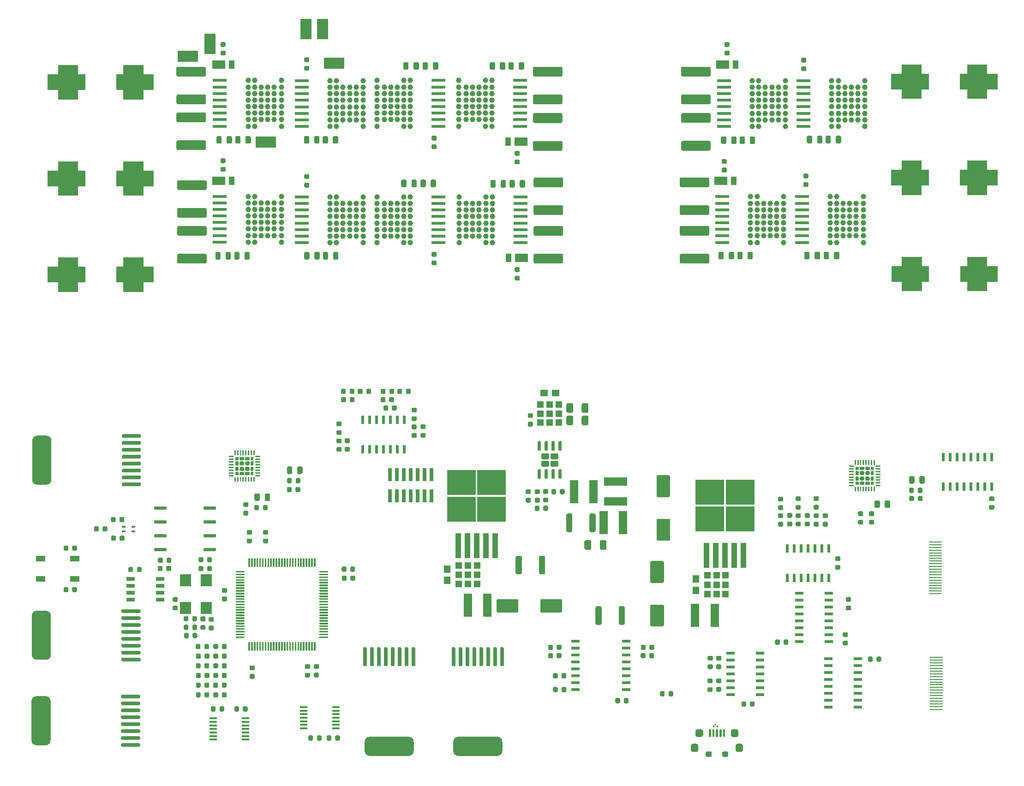
<source format=gbr>
%TF.GenerationSoftware,KiCad,Pcbnew,(5.1.12)-1*%
%TF.CreationDate,2021-11-28T23:41:53-06:00*%
%TF.ProjectId,DRV8350S_Double,44525638-3335-4305-935f-446f75626c65,rev?*%
%TF.SameCoordinates,Original*%
%TF.FileFunction,Paste,Top*%
%TF.FilePolarity,Positive*%
%FSLAX46Y46*%
G04 Gerber Fmt 4.6, Leading zero omitted, Abs format (unit mm)*
G04 Created by KiCad (PCBNEW (5.1.12)-1) date 2021-11-28 23:41:53*
%MOMM*%
%LPD*%
G01*
G04 APERTURE LIST*
%ADD10C,0.010000*%
%ADD11R,3.800000X2.000000*%
%ADD12R,2.000000X3.800000*%
%ADD13R,1.500000X0.600000*%
%ADD14R,1.050000X1.500000*%
%ADD15R,2.400000X1.500000*%
%ADD16R,1.450000X0.450000*%
%ADD17R,1.800000X1.100000*%
%ADD18R,2.400000X0.280000*%
%ADD19R,1.500000X4.200000*%
%ADD20R,4.200000X1.500000*%
%ADD21R,1.200000X1.250000*%
%ADD22R,1.270000X1.400000*%
%ADD23R,1.250000X1.200000*%
%ADD24R,1.400000X1.270000*%
%ADD25R,2.000000X2.200000*%
%ADD26R,0.600000X1.500000*%
%ADD27C,0.100000*%
%ADD28R,5.250000X4.550000*%
%ADD29R,1.100000X4.600000*%
%ADD30C,1.000000*%
%ADD31R,2.600000X0.600000*%
%ADD32R,0.740000X2.400000*%
%ADD33R,1.525000X0.700000*%
%ADD34R,0.750000X0.400000*%
G04 APERTURE END LIST*
D10*
%TO.C,C70*%
G36*
X209062500Y-48820000D02*
G01*
X209062500Y-47120000D01*
X210962500Y-47120000D01*
X210962500Y-44320000D01*
X209062500Y-44320000D01*
X209062500Y-42620000D01*
X205462500Y-42620000D01*
X205462500Y-44320000D01*
X204162500Y-44320000D01*
X204162500Y-47120000D01*
X205462500Y-47120000D01*
X205462500Y-48820000D01*
X209062500Y-48820000D01*
G37*
X209062500Y-48820000D02*
X209062500Y-47120000D01*
X210962500Y-47120000D01*
X210962500Y-44320000D01*
X209062500Y-44320000D01*
X209062500Y-42620000D01*
X205462500Y-42620000D01*
X205462500Y-44320000D01*
X204162500Y-44320000D01*
X204162500Y-47120000D01*
X205462500Y-47120000D01*
X205462500Y-48820000D01*
X209062500Y-48820000D01*
G36*
X193462500Y-48820000D02*
G01*
X193462500Y-47120000D01*
X191562500Y-47120000D01*
X191562500Y-44320000D01*
X193462500Y-44320000D01*
X193462500Y-42620000D01*
X197062500Y-42620000D01*
X197062500Y-44320000D01*
X198362500Y-44320000D01*
X198362500Y-47120000D01*
X197062500Y-47120000D01*
X197062500Y-48820000D01*
X193462500Y-48820000D01*
G37*
X193462500Y-48820000D02*
X193462500Y-47120000D01*
X191562500Y-47120000D01*
X191562500Y-44320000D01*
X193462500Y-44320000D01*
X193462500Y-42620000D01*
X197062500Y-42620000D01*
X197062500Y-44320000D01*
X198362500Y-44320000D01*
X198362500Y-47120000D01*
X197062500Y-47120000D01*
X197062500Y-48820000D01*
X193462500Y-48820000D01*
%TO.C,C69*%
G36*
X209068000Y-66473000D02*
G01*
X209068000Y-64773000D01*
X210968000Y-64773000D01*
X210968000Y-61973000D01*
X209068000Y-61973000D01*
X209068000Y-60273000D01*
X205468000Y-60273000D01*
X205468000Y-61973000D01*
X204168000Y-61973000D01*
X204168000Y-64773000D01*
X205468000Y-64773000D01*
X205468000Y-66473000D01*
X209068000Y-66473000D01*
G37*
X209068000Y-66473000D02*
X209068000Y-64773000D01*
X210968000Y-64773000D01*
X210968000Y-61973000D01*
X209068000Y-61973000D01*
X209068000Y-60273000D01*
X205468000Y-60273000D01*
X205468000Y-61973000D01*
X204168000Y-61973000D01*
X204168000Y-64773000D01*
X205468000Y-64773000D01*
X205468000Y-66473000D01*
X209068000Y-66473000D01*
G36*
X193468000Y-66473000D02*
G01*
X193468000Y-64773000D01*
X191568000Y-64773000D01*
X191568000Y-61973000D01*
X193468000Y-61973000D01*
X193468000Y-60273000D01*
X197068000Y-60273000D01*
X197068000Y-61973000D01*
X198368000Y-61973000D01*
X198368000Y-64773000D01*
X197068000Y-64773000D01*
X197068000Y-66473000D01*
X193468000Y-66473000D01*
G37*
X193468000Y-66473000D02*
X193468000Y-64773000D01*
X191568000Y-64773000D01*
X191568000Y-61973000D01*
X193468000Y-61973000D01*
X193468000Y-60273000D01*
X197068000Y-60273000D01*
X197068000Y-61973000D01*
X198368000Y-61973000D01*
X198368000Y-64773000D01*
X197068000Y-64773000D01*
X197068000Y-66473000D01*
X193468000Y-66473000D01*
%TO.C,C61*%
G36*
X209095000Y-84126000D02*
G01*
X209095000Y-82426000D01*
X210995000Y-82426000D01*
X210995000Y-79626000D01*
X209095000Y-79626000D01*
X209095000Y-77926000D01*
X205495000Y-77926000D01*
X205495000Y-79626000D01*
X204195000Y-79626000D01*
X204195000Y-82426000D01*
X205495000Y-82426000D01*
X205495000Y-84126000D01*
X209095000Y-84126000D01*
G37*
X209095000Y-84126000D02*
X209095000Y-82426000D01*
X210995000Y-82426000D01*
X210995000Y-79626000D01*
X209095000Y-79626000D01*
X209095000Y-77926000D01*
X205495000Y-77926000D01*
X205495000Y-79626000D01*
X204195000Y-79626000D01*
X204195000Y-82426000D01*
X205495000Y-82426000D01*
X205495000Y-84126000D01*
X209095000Y-84126000D01*
G36*
X193495000Y-84126000D02*
G01*
X193495000Y-82426000D01*
X191595000Y-82426000D01*
X191595000Y-79626000D01*
X193495000Y-79626000D01*
X193495000Y-77926000D01*
X197095000Y-77926000D01*
X197095000Y-79626000D01*
X198395000Y-79626000D01*
X198395000Y-82426000D01*
X197095000Y-82426000D01*
X197095000Y-84126000D01*
X193495000Y-84126000D01*
G37*
X193495000Y-84126000D02*
X193495000Y-82426000D01*
X191595000Y-82426000D01*
X191595000Y-79626000D01*
X193495000Y-79626000D01*
X193495000Y-77926000D01*
X197095000Y-77926000D01*
X197095000Y-79626000D01*
X198395000Y-79626000D01*
X198395000Y-82426000D01*
X197095000Y-82426000D01*
X197095000Y-84126000D01*
X193495000Y-84126000D01*
%TO.C,C60*%
G36*
X54282000Y-84253000D02*
G01*
X54282000Y-82553000D01*
X56182000Y-82553000D01*
X56182000Y-79753000D01*
X54282000Y-79753000D01*
X54282000Y-78053000D01*
X50682000Y-78053000D01*
X50682000Y-79753000D01*
X49382000Y-79753000D01*
X49382000Y-82553000D01*
X50682000Y-82553000D01*
X50682000Y-84253000D01*
X54282000Y-84253000D01*
G37*
X54282000Y-84253000D02*
X54282000Y-82553000D01*
X56182000Y-82553000D01*
X56182000Y-79753000D01*
X54282000Y-79753000D01*
X54282000Y-78053000D01*
X50682000Y-78053000D01*
X50682000Y-79753000D01*
X49382000Y-79753000D01*
X49382000Y-82553000D01*
X50682000Y-82553000D01*
X50682000Y-84253000D01*
X54282000Y-84253000D01*
G36*
X38682000Y-84253000D02*
G01*
X38682000Y-82553000D01*
X36782000Y-82553000D01*
X36782000Y-79753000D01*
X38682000Y-79753000D01*
X38682000Y-78053000D01*
X42282000Y-78053000D01*
X42282000Y-79753000D01*
X43582000Y-79753000D01*
X43582000Y-82553000D01*
X42282000Y-82553000D01*
X42282000Y-84253000D01*
X38682000Y-84253000D01*
G37*
X38682000Y-84253000D02*
X38682000Y-82553000D01*
X36782000Y-82553000D01*
X36782000Y-79753000D01*
X38682000Y-79753000D01*
X38682000Y-78053000D01*
X42282000Y-78053000D01*
X42282000Y-79753000D01*
X43582000Y-79753000D01*
X43582000Y-82553000D01*
X42282000Y-82553000D01*
X42282000Y-84253000D01*
X38682000Y-84253000D01*
%TO.C,C52*%
G36*
X54282000Y-48947000D02*
G01*
X54282000Y-47247000D01*
X56182000Y-47247000D01*
X56182000Y-44447000D01*
X54282000Y-44447000D01*
X54282000Y-42747000D01*
X50682000Y-42747000D01*
X50682000Y-44447000D01*
X49382000Y-44447000D01*
X49382000Y-47247000D01*
X50682000Y-47247000D01*
X50682000Y-48947000D01*
X54282000Y-48947000D01*
G37*
X54282000Y-48947000D02*
X54282000Y-47247000D01*
X56182000Y-47247000D01*
X56182000Y-44447000D01*
X54282000Y-44447000D01*
X54282000Y-42747000D01*
X50682000Y-42747000D01*
X50682000Y-44447000D01*
X49382000Y-44447000D01*
X49382000Y-47247000D01*
X50682000Y-47247000D01*
X50682000Y-48947000D01*
X54282000Y-48947000D01*
G36*
X38682000Y-48947000D02*
G01*
X38682000Y-47247000D01*
X36782000Y-47247000D01*
X36782000Y-44447000D01*
X38682000Y-44447000D01*
X38682000Y-42747000D01*
X42282000Y-42747000D01*
X42282000Y-44447000D01*
X43582000Y-44447000D01*
X43582000Y-47247000D01*
X42282000Y-47247000D01*
X42282000Y-48947000D01*
X38682000Y-48947000D01*
G37*
X38682000Y-48947000D02*
X38682000Y-47247000D01*
X36782000Y-47247000D01*
X36782000Y-44447000D01*
X38682000Y-44447000D01*
X38682000Y-42747000D01*
X42282000Y-42747000D01*
X42282000Y-44447000D01*
X43582000Y-44447000D01*
X43582000Y-47247000D01*
X42282000Y-47247000D01*
X42282000Y-48947000D01*
X38682000Y-48947000D01*
%TO.C,C51*%
G36*
X54282000Y-66600000D02*
G01*
X54282000Y-64900000D01*
X56182000Y-64900000D01*
X56182000Y-62100000D01*
X54282000Y-62100000D01*
X54282000Y-60400000D01*
X50682000Y-60400000D01*
X50682000Y-62100000D01*
X49382000Y-62100000D01*
X49382000Y-64900000D01*
X50682000Y-64900000D01*
X50682000Y-66600000D01*
X54282000Y-66600000D01*
G37*
X54282000Y-66600000D02*
X54282000Y-64900000D01*
X56182000Y-64900000D01*
X56182000Y-62100000D01*
X54282000Y-62100000D01*
X54282000Y-60400000D01*
X50682000Y-60400000D01*
X50682000Y-62100000D01*
X49382000Y-62100000D01*
X49382000Y-64900000D01*
X50682000Y-64900000D01*
X50682000Y-66600000D01*
X54282000Y-66600000D01*
G36*
X38682000Y-66600000D02*
G01*
X38682000Y-64900000D01*
X36782000Y-64900000D01*
X36782000Y-62100000D01*
X38682000Y-62100000D01*
X38682000Y-60400000D01*
X42282000Y-60400000D01*
X42282000Y-62100000D01*
X43582000Y-62100000D01*
X43582000Y-64900000D01*
X42282000Y-64900000D01*
X42282000Y-66600000D01*
X38682000Y-66600000D01*
G37*
X38682000Y-66600000D02*
X38682000Y-64900000D01*
X36782000Y-64900000D01*
X36782000Y-62100000D01*
X38682000Y-62100000D01*
X38682000Y-60400000D01*
X42282000Y-60400000D01*
X42282000Y-62100000D01*
X43582000Y-62100000D01*
X43582000Y-64900000D01*
X42282000Y-64900000D01*
X42282000Y-66600000D01*
X38682000Y-66600000D01*
%TO.C,U13*%
G36*
X159385500Y-163729000D02*
G01*
X159385500Y-163726000D01*
X159385500Y-163724000D01*
X159384500Y-163721000D01*
X159384500Y-163719000D01*
X159383500Y-163716000D01*
X159383500Y-163714000D01*
X159382500Y-163711000D01*
X159381500Y-163709000D01*
X159380500Y-163706000D01*
X159378500Y-163704000D01*
X159377500Y-163702000D01*
X159375500Y-163700000D01*
X159374500Y-163698000D01*
X159372500Y-163696000D01*
X159370500Y-163694000D01*
X159368500Y-163692000D01*
X159366500Y-163690000D01*
X159364500Y-163689000D01*
X159362500Y-163687000D01*
X159360500Y-163686000D01*
X159358500Y-163684000D01*
X159355500Y-163683000D01*
X159353500Y-163682000D01*
X159350500Y-163681000D01*
X159348500Y-163681000D01*
X159345500Y-163680000D01*
X159343500Y-163680000D01*
X159340500Y-163679000D01*
X159338500Y-163679000D01*
X159335500Y-163679000D01*
X159225500Y-163679000D01*
X159222500Y-163679000D01*
X159220500Y-163679000D01*
X159217500Y-163680000D01*
X159215500Y-163680000D01*
X159212500Y-163681000D01*
X159210500Y-163681000D01*
X159207500Y-163682000D01*
X159205500Y-163683000D01*
X159202500Y-163684000D01*
X159200500Y-163686000D01*
X159198500Y-163687000D01*
X159196500Y-163689000D01*
X159194500Y-163690000D01*
X159192500Y-163692000D01*
X159190500Y-163694000D01*
X159188500Y-163696000D01*
X159186500Y-163698000D01*
X159185500Y-163700000D01*
X159183500Y-163702000D01*
X159182500Y-163704000D01*
X159180500Y-163706000D01*
X159179500Y-163709000D01*
X159178500Y-163711000D01*
X159177500Y-163714000D01*
X159177500Y-163716000D01*
X159176500Y-163719000D01*
X159176500Y-163721000D01*
X159175500Y-163724000D01*
X159175500Y-163726000D01*
X159175500Y-163729000D01*
X159175500Y-163839000D01*
X159175500Y-163842000D01*
X159175500Y-163844000D01*
X159176500Y-163847000D01*
X159176500Y-163849000D01*
X159177500Y-163852000D01*
X159177500Y-163854000D01*
X159178500Y-163857000D01*
X159179500Y-163859000D01*
X159180500Y-163862000D01*
X159182500Y-163864000D01*
X159183500Y-163866000D01*
X159185500Y-163868000D01*
X159186500Y-163870000D01*
X159188500Y-163872000D01*
X159190500Y-163874000D01*
X159192500Y-163876000D01*
X159194500Y-163878000D01*
X159196500Y-163879000D01*
X159198500Y-163881000D01*
X159200500Y-163882000D01*
X159202500Y-163884000D01*
X159205500Y-163885000D01*
X159207500Y-163886000D01*
X159210500Y-163887000D01*
X159212500Y-163887000D01*
X159215500Y-163888000D01*
X159217500Y-163888000D01*
X159220500Y-163889000D01*
X159222500Y-163889000D01*
X159225500Y-163889000D01*
X159335500Y-163889000D01*
X159338500Y-163889000D01*
X159340500Y-163889000D01*
X159343500Y-163888000D01*
X159345500Y-163888000D01*
X159348500Y-163887000D01*
X159350500Y-163887000D01*
X159353500Y-163886000D01*
X159355500Y-163885000D01*
X159358500Y-163884000D01*
X159360500Y-163882000D01*
X159362500Y-163881000D01*
X159364500Y-163879000D01*
X159366500Y-163878000D01*
X159368500Y-163876000D01*
X159370500Y-163874000D01*
X159372500Y-163872000D01*
X159374500Y-163870000D01*
X159375500Y-163868000D01*
X159377500Y-163866000D01*
X159378500Y-163864000D01*
X159380500Y-163862000D01*
X159381500Y-163859000D01*
X159382500Y-163857000D01*
X159383500Y-163854000D01*
X159383500Y-163852000D01*
X159384500Y-163849000D01*
X159384500Y-163847000D01*
X159385500Y-163844000D01*
X159385500Y-163842000D01*
X159385500Y-163839000D01*
X159385500Y-163729000D01*
G37*
X159385500Y-163729000D02*
X159385500Y-163726000D01*
X159385500Y-163724000D01*
X159384500Y-163721000D01*
X159384500Y-163719000D01*
X159383500Y-163716000D01*
X159383500Y-163714000D01*
X159382500Y-163711000D01*
X159381500Y-163709000D01*
X159380500Y-163706000D01*
X159378500Y-163704000D01*
X159377500Y-163702000D01*
X159375500Y-163700000D01*
X159374500Y-163698000D01*
X159372500Y-163696000D01*
X159370500Y-163694000D01*
X159368500Y-163692000D01*
X159366500Y-163690000D01*
X159364500Y-163689000D01*
X159362500Y-163687000D01*
X159360500Y-163686000D01*
X159358500Y-163684000D01*
X159355500Y-163683000D01*
X159353500Y-163682000D01*
X159350500Y-163681000D01*
X159348500Y-163681000D01*
X159345500Y-163680000D01*
X159343500Y-163680000D01*
X159340500Y-163679000D01*
X159338500Y-163679000D01*
X159335500Y-163679000D01*
X159225500Y-163679000D01*
X159222500Y-163679000D01*
X159220500Y-163679000D01*
X159217500Y-163680000D01*
X159215500Y-163680000D01*
X159212500Y-163681000D01*
X159210500Y-163681000D01*
X159207500Y-163682000D01*
X159205500Y-163683000D01*
X159202500Y-163684000D01*
X159200500Y-163686000D01*
X159198500Y-163687000D01*
X159196500Y-163689000D01*
X159194500Y-163690000D01*
X159192500Y-163692000D01*
X159190500Y-163694000D01*
X159188500Y-163696000D01*
X159186500Y-163698000D01*
X159185500Y-163700000D01*
X159183500Y-163702000D01*
X159182500Y-163704000D01*
X159180500Y-163706000D01*
X159179500Y-163709000D01*
X159178500Y-163711000D01*
X159177500Y-163714000D01*
X159177500Y-163716000D01*
X159176500Y-163719000D01*
X159176500Y-163721000D01*
X159175500Y-163724000D01*
X159175500Y-163726000D01*
X159175500Y-163729000D01*
X159175500Y-163839000D01*
X159175500Y-163842000D01*
X159175500Y-163844000D01*
X159176500Y-163847000D01*
X159176500Y-163849000D01*
X159177500Y-163852000D01*
X159177500Y-163854000D01*
X159178500Y-163857000D01*
X159179500Y-163859000D01*
X159180500Y-163862000D01*
X159182500Y-163864000D01*
X159183500Y-163866000D01*
X159185500Y-163868000D01*
X159186500Y-163870000D01*
X159188500Y-163872000D01*
X159190500Y-163874000D01*
X159192500Y-163876000D01*
X159194500Y-163878000D01*
X159196500Y-163879000D01*
X159198500Y-163881000D01*
X159200500Y-163882000D01*
X159202500Y-163884000D01*
X159205500Y-163885000D01*
X159207500Y-163886000D01*
X159210500Y-163887000D01*
X159212500Y-163887000D01*
X159215500Y-163888000D01*
X159217500Y-163888000D01*
X159220500Y-163889000D01*
X159222500Y-163889000D01*
X159225500Y-163889000D01*
X159335500Y-163889000D01*
X159338500Y-163889000D01*
X159340500Y-163889000D01*
X159343500Y-163888000D01*
X159345500Y-163888000D01*
X159348500Y-163887000D01*
X159350500Y-163887000D01*
X159353500Y-163886000D01*
X159355500Y-163885000D01*
X159358500Y-163884000D01*
X159360500Y-163882000D01*
X159362500Y-163881000D01*
X159364500Y-163879000D01*
X159366500Y-163878000D01*
X159368500Y-163876000D01*
X159370500Y-163874000D01*
X159372500Y-163872000D01*
X159374500Y-163870000D01*
X159375500Y-163868000D01*
X159377500Y-163866000D01*
X159378500Y-163864000D01*
X159380500Y-163862000D01*
X159381500Y-163859000D01*
X159382500Y-163857000D01*
X159383500Y-163854000D01*
X159383500Y-163852000D01*
X159384500Y-163849000D01*
X159384500Y-163847000D01*
X159385500Y-163844000D01*
X159385500Y-163842000D01*
X159385500Y-163839000D01*
X159385500Y-163729000D01*
G36*
X159045500Y-164029000D02*
G01*
X159045500Y-164026000D01*
X159045500Y-164024000D01*
X159044500Y-164021000D01*
X159044500Y-164019000D01*
X159043500Y-164016000D01*
X159043500Y-164014000D01*
X159042500Y-164011000D01*
X159041500Y-164009000D01*
X159040500Y-164006000D01*
X159038500Y-164004000D01*
X159037500Y-164002000D01*
X159035500Y-164000000D01*
X159034500Y-163998000D01*
X159032500Y-163996000D01*
X159030500Y-163994000D01*
X159028500Y-163992000D01*
X159026500Y-163990000D01*
X159024500Y-163989000D01*
X159022500Y-163987000D01*
X159020500Y-163986000D01*
X159018500Y-163984000D01*
X159015500Y-163983000D01*
X159013500Y-163982000D01*
X159010500Y-163981000D01*
X159008500Y-163981000D01*
X159005500Y-163980000D01*
X159003500Y-163980000D01*
X159000500Y-163979000D01*
X158998500Y-163979000D01*
X158995500Y-163979000D01*
X158885500Y-163979000D01*
X158882500Y-163979000D01*
X158880500Y-163979000D01*
X158877500Y-163980000D01*
X158875500Y-163980000D01*
X158872500Y-163981000D01*
X158870500Y-163981000D01*
X158867500Y-163982000D01*
X158865500Y-163983000D01*
X158862500Y-163984000D01*
X158860500Y-163986000D01*
X158858500Y-163987000D01*
X158856500Y-163989000D01*
X158854500Y-163990000D01*
X158852500Y-163992000D01*
X158850500Y-163994000D01*
X158848500Y-163996000D01*
X158846500Y-163998000D01*
X158845500Y-164000000D01*
X158843500Y-164002000D01*
X158842500Y-164004000D01*
X158840500Y-164006000D01*
X158839500Y-164009000D01*
X158838500Y-164011000D01*
X158837500Y-164014000D01*
X158837500Y-164016000D01*
X158836500Y-164019000D01*
X158836500Y-164021000D01*
X158835500Y-164024000D01*
X158835500Y-164026000D01*
X158835500Y-164029000D01*
X158835500Y-164139000D01*
X158835500Y-164142000D01*
X158835500Y-164144000D01*
X158836500Y-164147000D01*
X158836500Y-164149000D01*
X158837500Y-164152000D01*
X158837500Y-164154000D01*
X158838500Y-164157000D01*
X158839500Y-164159000D01*
X158840500Y-164162000D01*
X158842500Y-164164000D01*
X158843500Y-164166000D01*
X158845500Y-164168000D01*
X158846500Y-164170000D01*
X158848500Y-164172000D01*
X158850500Y-164174000D01*
X158852500Y-164176000D01*
X158854500Y-164178000D01*
X158856500Y-164179000D01*
X158858500Y-164181000D01*
X158860500Y-164182000D01*
X158862500Y-164184000D01*
X158865500Y-164185000D01*
X158867500Y-164186000D01*
X158870500Y-164187000D01*
X158872500Y-164187000D01*
X158875500Y-164188000D01*
X158877500Y-164188000D01*
X158880500Y-164189000D01*
X158882500Y-164189000D01*
X158885500Y-164189000D01*
X158995500Y-164189000D01*
X158998500Y-164189000D01*
X159000500Y-164189000D01*
X159003500Y-164188000D01*
X159005500Y-164188000D01*
X159008500Y-164187000D01*
X159010500Y-164187000D01*
X159013500Y-164186000D01*
X159015500Y-164185000D01*
X159018500Y-164184000D01*
X159020500Y-164182000D01*
X159022500Y-164181000D01*
X159024500Y-164179000D01*
X159026500Y-164178000D01*
X159028500Y-164176000D01*
X159030500Y-164174000D01*
X159032500Y-164172000D01*
X159034500Y-164170000D01*
X159035500Y-164168000D01*
X159037500Y-164166000D01*
X159038500Y-164164000D01*
X159040500Y-164162000D01*
X159041500Y-164159000D01*
X159042500Y-164157000D01*
X159043500Y-164154000D01*
X159043500Y-164152000D01*
X159044500Y-164149000D01*
X159044500Y-164147000D01*
X159045500Y-164144000D01*
X159045500Y-164142000D01*
X159045500Y-164139000D01*
X159045500Y-164029000D01*
G37*
X159045500Y-164029000D02*
X159045500Y-164026000D01*
X159045500Y-164024000D01*
X159044500Y-164021000D01*
X159044500Y-164019000D01*
X159043500Y-164016000D01*
X159043500Y-164014000D01*
X159042500Y-164011000D01*
X159041500Y-164009000D01*
X159040500Y-164006000D01*
X159038500Y-164004000D01*
X159037500Y-164002000D01*
X159035500Y-164000000D01*
X159034500Y-163998000D01*
X159032500Y-163996000D01*
X159030500Y-163994000D01*
X159028500Y-163992000D01*
X159026500Y-163990000D01*
X159024500Y-163989000D01*
X159022500Y-163987000D01*
X159020500Y-163986000D01*
X159018500Y-163984000D01*
X159015500Y-163983000D01*
X159013500Y-163982000D01*
X159010500Y-163981000D01*
X159008500Y-163981000D01*
X159005500Y-163980000D01*
X159003500Y-163980000D01*
X159000500Y-163979000D01*
X158998500Y-163979000D01*
X158995500Y-163979000D01*
X158885500Y-163979000D01*
X158882500Y-163979000D01*
X158880500Y-163979000D01*
X158877500Y-163980000D01*
X158875500Y-163980000D01*
X158872500Y-163981000D01*
X158870500Y-163981000D01*
X158867500Y-163982000D01*
X158865500Y-163983000D01*
X158862500Y-163984000D01*
X158860500Y-163986000D01*
X158858500Y-163987000D01*
X158856500Y-163989000D01*
X158854500Y-163990000D01*
X158852500Y-163992000D01*
X158850500Y-163994000D01*
X158848500Y-163996000D01*
X158846500Y-163998000D01*
X158845500Y-164000000D01*
X158843500Y-164002000D01*
X158842500Y-164004000D01*
X158840500Y-164006000D01*
X158839500Y-164009000D01*
X158838500Y-164011000D01*
X158837500Y-164014000D01*
X158837500Y-164016000D01*
X158836500Y-164019000D01*
X158836500Y-164021000D01*
X158835500Y-164024000D01*
X158835500Y-164026000D01*
X158835500Y-164029000D01*
X158835500Y-164139000D01*
X158835500Y-164142000D01*
X158835500Y-164144000D01*
X158836500Y-164147000D01*
X158836500Y-164149000D01*
X158837500Y-164152000D01*
X158837500Y-164154000D01*
X158838500Y-164157000D01*
X158839500Y-164159000D01*
X158840500Y-164162000D01*
X158842500Y-164164000D01*
X158843500Y-164166000D01*
X158845500Y-164168000D01*
X158846500Y-164170000D01*
X158848500Y-164172000D01*
X158850500Y-164174000D01*
X158852500Y-164176000D01*
X158854500Y-164178000D01*
X158856500Y-164179000D01*
X158858500Y-164181000D01*
X158860500Y-164182000D01*
X158862500Y-164184000D01*
X158865500Y-164185000D01*
X158867500Y-164186000D01*
X158870500Y-164187000D01*
X158872500Y-164187000D01*
X158875500Y-164188000D01*
X158877500Y-164188000D01*
X158880500Y-164189000D01*
X158882500Y-164189000D01*
X158885500Y-164189000D01*
X158995500Y-164189000D01*
X158998500Y-164189000D01*
X159000500Y-164189000D01*
X159003500Y-164188000D01*
X159005500Y-164188000D01*
X159008500Y-164187000D01*
X159010500Y-164187000D01*
X159013500Y-164186000D01*
X159015500Y-164185000D01*
X159018500Y-164184000D01*
X159020500Y-164182000D01*
X159022500Y-164181000D01*
X159024500Y-164179000D01*
X159026500Y-164178000D01*
X159028500Y-164176000D01*
X159030500Y-164174000D01*
X159032500Y-164172000D01*
X159034500Y-164170000D01*
X159035500Y-164168000D01*
X159037500Y-164166000D01*
X159038500Y-164164000D01*
X159040500Y-164162000D01*
X159041500Y-164159000D01*
X159042500Y-164157000D01*
X159043500Y-164154000D01*
X159043500Y-164152000D01*
X159044500Y-164149000D01*
X159044500Y-164147000D01*
X159045500Y-164144000D01*
X159045500Y-164142000D01*
X159045500Y-164139000D01*
X159045500Y-164029000D01*
G36*
X159725500Y-164029000D02*
G01*
X159725500Y-164026000D01*
X159725500Y-164024000D01*
X159724500Y-164021000D01*
X159724500Y-164019000D01*
X159723500Y-164016000D01*
X159723500Y-164014000D01*
X159722500Y-164011000D01*
X159721500Y-164009000D01*
X159720500Y-164006000D01*
X159718500Y-164004000D01*
X159717500Y-164002000D01*
X159715500Y-164000000D01*
X159714500Y-163998000D01*
X159712500Y-163996000D01*
X159710500Y-163994000D01*
X159708500Y-163992000D01*
X159706500Y-163990000D01*
X159704500Y-163989000D01*
X159702500Y-163987000D01*
X159700500Y-163986000D01*
X159698500Y-163984000D01*
X159695500Y-163983000D01*
X159693500Y-163982000D01*
X159690500Y-163981000D01*
X159688500Y-163981000D01*
X159685500Y-163980000D01*
X159683500Y-163980000D01*
X159680500Y-163979000D01*
X159678500Y-163979000D01*
X159675500Y-163979000D01*
X159565500Y-163979000D01*
X159562500Y-163979000D01*
X159560500Y-163979000D01*
X159557500Y-163980000D01*
X159555500Y-163980000D01*
X159552500Y-163981000D01*
X159550500Y-163981000D01*
X159547500Y-163982000D01*
X159545500Y-163983000D01*
X159542500Y-163984000D01*
X159540500Y-163986000D01*
X159538500Y-163987000D01*
X159536500Y-163989000D01*
X159534500Y-163990000D01*
X159532500Y-163992000D01*
X159530500Y-163994000D01*
X159528500Y-163996000D01*
X159526500Y-163998000D01*
X159525500Y-164000000D01*
X159523500Y-164002000D01*
X159522500Y-164004000D01*
X159520500Y-164006000D01*
X159519500Y-164009000D01*
X159518500Y-164011000D01*
X159517500Y-164014000D01*
X159517500Y-164016000D01*
X159516500Y-164019000D01*
X159516500Y-164021000D01*
X159515500Y-164024000D01*
X159515500Y-164026000D01*
X159515500Y-164029000D01*
X159515500Y-164139000D01*
X159515500Y-164142000D01*
X159515500Y-164144000D01*
X159516500Y-164147000D01*
X159516500Y-164149000D01*
X159517500Y-164152000D01*
X159517500Y-164154000D01*
X159518500Y-164157000D01*
X159519500Y-164159000D01*
X159520500Y-164162000D01*
X159522500Y-164164000D01*
X159523500Y-164166000D01*
X159525500Y-164168000D01*
X159526500Y-164170000D01*
X159528500Y-164172000D01*
X159530500Y-164174000D01*
X159532500Y-164176000D01*
X159534500Y-164178000D01*
X159536500Y-164179000D01*
X159538500Y-164181000D01*
X159540500Y-164182000D01*
X159542500Y-164184000D01*
X159545500Y-164185000D01*
X159547500Y-164186000D01*
X159550500Y-164187000D01*
X159552500Y-164187000D01*
X159555500Y-164188000D01*
X159557500Y-164188000D01*
X159560500Y-164189000D01*
X159562500Y-164189000D01*
X159565500Y-164189000D01*
X159675500Y-164189000D01*
X159678500Y-164189000D01*
X159680500Y-164189000D01*
X159683500Y-164188000D01*
X159685500Y-164188000D01*
X159688500Y-164187000D01*
X159690500Y-164187000D01*
X159693500Y-164186000D01*
X159695500Y-164185000D01*
X159698500Y-164184000D01*
X159700500Y-164182000D01*
X159702500Y-164181000D01*
X159704500Y-164179000D01*
X159706500Y-164178000D01*
X159708500Y-164176000D01*
X159710500Y-164174000D01*
X159712500Y-164172000D01*
X159714500Y-164170000D01*
X159715500Y-164168000D01*
X159717500Y-164166000D01*
X159718500Y-164164000D01*
X159720500Y-164162000D01*
X159721500Y-164159000D01*
X159722500Y-164157000D01*
X159723500Y-164154000D01*
X159723500Y-164152000D01*
X159724500Y-164149000D01*
X159724500Y-164147000D01*
X159725500Y-164144000D01*
X159725500Y-164142000D01*
X159725500Y-164139000D01*
X159725500Y-164029000D01*
G37*
X159725500Y-164029000D02*
X159725500Y-164026000D01*
X159725500Y-164024000D01*
X159724500Y-164021000D01*
X159724500Y-164019000D01*
X159723500Y-164016000D01*
X159723500Y-164014000D01*
X159722500Y-164011000D01*
X159721500Y-164009000D01*
X159720500Y-164006000D01*
X159718500Y-164004000D01*
X159717500Y-164002000D01*
X159715500Y-164000000D01*
X159714500Y-163998000D01*
X159712500Y-163996000D01*
X159710500Y-163994000D01*
X159708500Y-163992000D01*
X159706500Y-163990000D01*
X159704500Y-163989000D01*
X159702500Y-163987000D01*
X159700500Y-163986000D01*
X159698500Y-163984000D01*
X159695500Y-163983000D01*
X159693500Y-163982000D01*
X159690500Y-163981000D01*
X159688500Y-163981000D01*
X159685500Y-163980000D01*
X159683500Y-163980000D01*
X159680500Y-163979000D01*
X159678500Y-163979000D01*
X159675500Y-163979000D01*
X159565500Y-163979000D01*
X159562500Y-163979000D01*
X159560500Y-163979000D01*
X159557500Y-163980000D01*
X159555500Y-163980000D01*
X159552500Y-163981000D01*
X159550500Y-163981000D01*
X159547500Y-163982000D01*
X159545500Y-163983000D01*
X159542500Y-163984000D01*
X159540500Y-163986000D01*
X159538500Y-163987000D01*
X159536500Y-163989000D01*
X159534500Y-163990000D01*
X159532500Y-163992000D01*
X159530500Y-163994000D01*
X159528500Y-163996000D01*
X159526500Y-163998000D01*
X159525500Y-164000000D01*
X159523500Y-164002000D01*
X159522500Y-164004000D01*
X159520500Y-164006000D01*
X159519500Y-164009000D01*
X159518500Y-164011000D01*
X159517500Y-164014000D01*
X159517500Y-164016000D01*
X159516500Y-164019000D01*
X159516500Y-164021000D01*
X159515500Y-164024000D01*
X159515500Y-164026000D01*
X159515500Y-164029000D01*
X159515500Y-164139000D01*
X159515500Y-164142000D01*
X159515500Y-164144000D01*
X159516500Y-164147000D01*
X159516500Y-164149000D01*
X159517500Y-164152000D01*
X159517500Y-164154000D01*
X159518500Y-164157000D01*
X159519500Y-164159000D01*
X159520500Y-164162000D01*
X159522500Y-164164000D01*
X159523500Y-164166000D01*
X159525500Y-164168000D01*
X159526500Y-164170000D01*
X159528500Y-164172000D01*
X159530500Y-164174000D01*
X159532500Y-164176000D01*
X159534500Y-164178000D01*
X159536500Y-164179000D01*
X159538500Y-164181000D01*
X159540500Y-164182000D01*
X159542500Y-164184000D01*
X159545500Y-164185000D01*
X159547500Y-164186000D01*
X159550500Y-164187000D01*
X159552500Y-164187000D01*
X159555500Y-164188000D01*
X159557500Y-164188000D01*
X159560500Y-164189000D01*
X159562500Y-164189000D01*
X159565500Y-164189000D01*
X159675500Y-164189000D01*
X159678500Y-164189000D01*
X159680500Y-164189000D01*
X159683500Y-164188000D01*
X159685500Y-164188000D01*
X159688500Y-164187000D01*
X159690500Y-164187000D01*
X159693500Y-164186000D01*
X159695500Y-164185000D01*
X159698500Y-164184000D01*
X159700500Y-164182000D01*
X159702500Y-164181000D01*
X159704500Y-164179000D01*
X159706500Y-164178000D01*
X159708500Y-164176000D01*
X159710500Y-164174000D01*
X159712500Y-164172000D01*
X159714500Y-164170000D01*
X159715500Y-164168000D01*
X159717500Y-164166000D01*
X159718500Y-164164000D01*
X159720500Y-164162000D01*
X159721500Y-164159000D01*
X159722500Y-164157000D01*
X159723500Y-164154000D01*
X159723500Y-164152000D01*
X159724500Y-164149000D01*
X159724500Y-164147000D01*
X159725500Y-164144000D01*
X159725500Y-164142000D01*
X159725500Y-164139000D01*
X159725500Y-164029000D01*
%TD*%
%TO.C,R25*%
G36*
G01*
X160652750Y-61538500D02*
X161165250Y-61538500D01*
G75*
G02*
X161384000Y-61757250I0J-218750D01*
G01*
X161384000Y-62194750D01*
G75*
G02*
X161165250Y-62413500I-218750J0D01*
G01*
X160652750Y-62413500D01*
G75*
G02*
X160434000Y-62194750I0J218750D01*
G01*
X160434000Y-61757250D01*
G75*
G02*
X160652750Y-61538500I218750J0D01*
G01*
G37*
G36*
G01*
X160652750Y-59963500D02*
X161165250Y-59963500D01*
G75*
G02*
X161384000Y-60182250I0J-218750D01*
G01*
X161384000Y-60619750D01*
G75*
G02*
X161165250Y-60838500I-218750J0D01*
G01*
X160652750Y-60838500D01*
G75*
G02*
X160434000Y-60619750I0J218750D01*
G01*
X160434000Y-60182250D01*
G75*
G02*
X160652750Y-59963500I218750J0D01*
G01*
G37*
%TD*%
%TO.C,R24*%
G36*
G01*
X123192250Y-80701500D02*
X122679750Y-80701500D01*
G75*
G02*
X122461000Y-80482750I0J218750D01*
G01*
X122461000Y-80045250D01*
G75*
G02*
X122679750Y-79826500I218750J0D01*
G01*
X123192250Y-79826500D01*
G75*
G02*
X123411000Y-80045250I0J-218750D01*
G01*
X123411000Y-80482750D01*
G75*
G02*
X123192250Y-80701500I-218750J0D01*
G01*
G37*
G36*
G01*
X123192250Y-82276500D02*
X122679750Y-82276500D01*
G75*
G02*
X122461000Y-82057750I0J218750D01*
G01*
X122461000Y-81620250D01*
G75*
G02*
X122679750Y-81401500I218750J0D01*
G01*
X123192250Y-81401500D01*
G75*
G02*
X123411000Y-81620250I0J-218750D01*
G01*
X123411000Y-82057750D01*
G75*
G02*
X123192250Y-82276500I-218750J0D01*
G01*
G37*
%TD*%
%TO.C,R26*%
G36*
G01*
X107952250Y-77907500D02*
X107439750Y-77907500D01*
G75*
G02*
X107221000Y-77688750I0J218750D01*
G01*
X107221000Y-77251250D01*
G75*
G02*
X107439750Y-77032500I218750J0D01*
G01*
X107952250Y-77032500D01*
G75*
G02*
X108171000Y-77251250I0J-218750D01*
G01*
X108171000Y-77688750D01*
G75*
G02*
X107952250Y-77907500I-218750J0D01*
G01*
G37*
G36*
G01*
X107952250Y-79482500D02*
X107439750Y-79482500D01*
G75*
G02*
X107221000Y-79263750I0J218750D01*
G01*
X107221000Y-78826250D01*
G75*
G02*
X107439750Y-78607500I218750J0D01*
G01*
X107952250Y-78607500D01*
G75*
G02*
X108171000Y-78826250I0J-218750D01*
G01*
X108171000Y-79263750D01*
G75*
G02*
X107952250Y-79482500I-218750J0D01*
G01*
G37*
%TD*%
D11*
%TO.C,TP17*%
X62509400Y-41122600D03*
%TD*%
D12*
%TO.C,TP15*%
X84137500Y-36131500D03*
%TD*%
%TO.C,R41*%
G36*
G01*
X84071750Y-64332500D02*
X84584250Y-64332500D01*
G75*
G02*
X84803000Y-64551250I0J-218750D01*
G01*
X84803000Y-64988750D01*
G75*
G02*
X84584250Y-65207500I-218750J0D01*
G01*
X84071750Y-65207500D01*
G75*
G02*
X83853000Y-64988750I0J218750D01*
G01*
X83853000Y-64551250D01*
G75*
G02*
X84071750Y-64332500I218750J0D01*
G01*
G37*
G36*
G01*
X84071750Y-62757500D02*
X84584250Y-62757500D01*
G75*
G02*
X84803000Y-62976250I0J-218750D01*
G01*
X84803000Y-63413750D01*
G75*
G02*
X84584250Y-63632500I-218750J0D01*
G01*
X84071750Y-63632500D01*
G75*
G02*
X83853000Y-63413750I0J218750D01*
G01*
X83853000Y-62976250D01*
G75*
G02*
X84071750Y-62757500I218750J0D01*
G01*
G37*
%TD*%
%TO.C,C91*%
G36*
G01*
X181480750Y-134462000D02*
X181993250Y-134462000D01*
G75*
G02*
X182212000Y-134680750I0J-218750D01*
G01*
X182212000Y-135118250D01*
G75*
G02*
X181993250Y-135337000I-218750J0D01*
G01*
X181480750Y-135337000D01*
G75*
G02*
X181262000Y-135118250I0J218750D01*
G01*
X181262000Y-134680750D01*
G75*
G02*
X181480750Y-134462000I218750J0D01*
G01*
G37*
G36*
G01*
X181480750Y-132887000D02*
X181993250Y-132887000D01*
G75*
G02*
X182212000Y-133105750I0J-218750D01*
G01*
X182212000Y-133543250D01*
G75*
G02*
X181993250Y-133762000I-218750J0D01*
G01*
X181480750Y-133762000D01*
G75*
G02*
X181262000Y-133543250I0J218750D01*
G01*
X181262000Y-133105750D01*
G75*
G02*
X181480750Y-132887000I218750J0D01*
G01*
G37*
%TD*%
%TO.C,C90*%
G36*
G01*
X165627700Y-160250850D02*
X165627700Y-159738350D01*
G75*
G02*
X165846450Y-159519600I218750J0D01*
G01*
X166283950Y-159519600D01*
G75*
G02*
X166502700Y-159738350I0J-218750D01*
G01*
X166502700Y-160250850D01*
G75*
G02*
X166283950Y-160469600I-218750J0D01*
G01*
X165846450Y-160469600D01*
G75*
G02*
X165627700Y-160250850I0J218750D01*
G01*
G37*
G36*
G01*
X164052700Y-160250850D02*
X164052700Y-159738350D01*
G75*
G02*
X164271450Y-159519600I218750J0D01*
G01*
X164708950Y-159519600D01*
G75*
G02*
X164927700Y-159738350I0J-218750D01*
G01*
X164927700Y-160250850D01*
G75*
G02*
X164708950Y-160469600I-218750J0D01*
G01*
X164271450Y-160469600D01*
G75*
G02*
X164052700Y-160250850I0J218750D01*
G01*
G37*
%TD*%
%TO.C,C89*%
G36*
G01*
X171100100Y-148384550D02*
X171100100Y-148897050D01*
G75*
G02*
X170881350Y-149115800I-218750J0D01*
G01*
X170443850Y-149115800D01*
G75*
G02*
X170225100Y-148897050I0J218750D01*
G01*
X170225100Y-148384550D01*
G75*
G02*
X170443850Y-148165800I218750J0D01*
G01*
X170881350Y-148165800D01*
G75*
G02*
X171100100Y-148384550I0J-218750D01*
G01*
G37*
G36*
G01*
X172675100Y-148384550D02*
X172675100Y-148897050D01*
G75*
G02*
X172456350Y-149115800I-218750J0D01*
G01*
X172018850Y-149115800D01*
G75*
G02*
X171800100Y-148897050I0J218750D01*
G01*
X171800100Y-148384550D01*
G75*
G02*
X172018850Y-148165800I218750J0D01*
G01*
X172456350Y-148165800D01*
G75*
G02*
X172675100Y-148384550I0J-218750D01*
G01*
G37*
%TD*%
%TO.C,C88*%
G36*
G01*
X209725550Y-123463800D02*
X210238050Y-123463800D01*
G75*
G02*
X210456800Y-123682550I0J-218750D01*
G01*
X210456800Y-124120050D01*
G75*
G02*
X210238050Y-124338800I-218750J0D01*
G01*
X209725550Y-124338800D01*
G75*
G02*
X209506800Y-124120050I0J218750D01*
G01*
X209506800Y-123682550D01*
G75*
G02*
X209725550Y-123463800I218750J0D01*
G01*
G37*
G36*
G01*
X209725550Y-121888800D02*
X210238050Y-121888800D01*
G75*
G02*
X210456800Y-122107550I0J-218750D01*
G01*
X210456800Y-122545050D01*
G75*
G02*
X210238050Y-122763800I-218750J0D01*
G01*
X209725550Y-122763800D01*
G75*
G02*
X209506800Y-122545050I0J218750D01*
G01*
X209506800Y-122107550D01*
G75*
G02*
X209725550Y-121888800I218750J0D01*
G01*
G37*
%TD*%
%TO.C,C87*%
G36*
G01*
X188843500Y-152021250D02*
X188843500Y-151508750D01*
G75*
G02*
X189062250Y-151290000I218750J0D01*
G01*
X189499750Y-151290000D01*
G75*
G02*
X189718500Y-151508750I0J-218750D01*
G01*
X189718500Y-152021250D01*
G75*
G02*
X189499750Y-152240000I-218750J0D01*
G01*
X189062250Y-152240000D01*
G75*
G02*
X188843500Y-152021250I0J218750D01*
G01*
G37*
G36*
G01*
X187268500Y-152021250D02*
X187268500Y-151508750D01*
G75*
G02*
X187487250Y-151290000I218750J0D01*
G01*
X187924750Y-151290000D01*
G75*
G02*
X188143500Y-151508750I0J-218750D01*
G01*
X188143500Y-152021250D01*
G75*
G02*
X187924750Y-152240000I-218750J0D01*
G01*
X187487250Y-152240000D01*
G75*
G02*
X187268500Y-152021250I0J218750D01*
G01*
G37*
%TD*%
%TO.C,C86*%
G36*
G01*
X99943300Y-105920250D02*
X99943300Y-105407750D01*
G75*
G02*
X100162050Y-105189000I218750J0D01*
G01*
X100599550Y-105189000D01*
G75*
G02*
X100818300Y-105407750I0J-218750D01*
G01*
X100818300Y-105920250D01*
G75*
G02*
X100599550Y-106139000I-218750J0D01*
G01*
X100162050Y-106139000D01*
G75*
G02*
X99943300Y-105920250I0J218750D01*
G01*
G37*
G36*
G01*
X98368300Y-105920250D02*
X98368300Y-105407750D01*
G75*
G02*
X98587050Y-105189000I218750J0D01*
G01*
X99024550Y-105189000D01*
G75*
G02*
X99243300Y-105407750I0J-218750D01*
G01*
X99243300Y-105920250D01*
G75*
G02*
X99024550Y-106139000I-218750J0D01*
G01*
X98587050Y-106139000D01*
G75*
G02*
X98368300Y-105920250I0J218750D01*
G01*
G37*
%TD*%
%TO.C,R62*%
G36*
G01*
X160149250Y-152024500D02*
X159636750Y-152024500D01*
G75*
G02*
X159418000Y-151805750I0J218750D01*
G01*
X159418000Y-151368250D01*
G75*
G02*
X159636750Y-151149500I218750J0D01*
G01*
X160149250Y-151149500D01*
G75*
G02*
X160368000Y-151368250I0J-218750D01*
G01*
X160368000Y-151805750D01*
G75*
G02*
X160149250Y-152024500I-218750J0D01*
G01*
G37*
G36*
G01*
X160149250Y-153599500D02*
X159636750Y-153599500D01*
G75*
G02*
X159418000Y-153380750I0J218750D01*
G01*
X159418000Y-152943250D01*
G75*
G02*
X159636750Y-152724500I218750J0D01*
G01*
X160149250Y-152724500D01*
G75*
G02*
X160368000Y-152943250I0J-218750D01*
G01*
X160368000Y-153380750D01*
G75*
G02*
X160149250Y-153599500I-218750J0D01*
G01*
G37*
%TD*%
%TO.C,R61*%
G36*
G01*
X158049250Y-156903000D02*
X158561750Y-156903000D01*
G75*
G02*
X158780500Y-157121750I0J-218750D01*
G01*
X158780500Y-157559250D01*
G75*
G02*
X158561750Y-157778000I-218750J0D01*
G01*
X158049250Y-157778000D01*
G75*
G02*
X157830500Y-157559250I0J218750D01*
G01*
X157830500Y-157121750D01*
G75*
G02*
X158049250Y-156903000I218750J0D01*
G01*
G37*
G36*
G01*
X158049250Y-155328000D02*
X158561750Y-155328000D01*
G75*
G02*
X158780500Y-155546750I0J-218750D01*
G01*
X158780500Y-155984250D01*
G75*
G02*
X158561750Y-156203000I-218750J0D01*
G01*
X158049250Y-156203000D01*
G75*
G02*
X157830500Y-155984250I0J218750D01*
G01*
X157830500Y-155546750D01*
G75*
G02*
X158049250Y-155328000I218750J0D01*
G01*
G37*
%TD*%
D13*
%TO.C,U17*%
X167475500Y-150668500D03*
X167475500Y-151938500D03*
X167475500Y-153208500D03*
X167475500Y-154478500D03*
X167475500Y-155748500D03*
X167475500Y-157018500D03*
X167475500Y-158288500D03*
X162075500Y-158288500D03*
X162075500Y-157018500D03*
X162075500Y-155748500D03*
X162075500Y-154478500D03*
X162075500Y-153208500D03*
X162075500Y-151938500D03*
X162075500Y-150668500D03*
%TD*%
%TO.C,C8*%
G36*
G01*
X160149250Y-156177500D02*
X159636750Y-156177500D01*
G75*
G02*
X159418000Y-155958750I0J218750D01*
G01*
X159418000Y-155521250D01*
G75*
G02*
X159636750Y-155302500I218750J0D01*
G01*
X160149250Y-155302500D01*
G75*
G02*
X160368000Y-155521250I0J-218750D01*
G01*
X160368000Y-155958750D01*
G75*
G02*
X160149250Y-156177500I-218750J0D01*
G01*
G37*
G36*
G01*
X160149250Y-157752500D02*
X159636750Y-157752500D01*
G75*
G02*
X159418000Y-157533750I0J218750D01*
G01*
X159418000Y-157096250D01*
G75*
G02*
X159636750Y-156877500I218750J0D01*
G01*
X160149250Y-156877500D01*
G75*
G02*
X160368000Y-157096250I0J-218750D01*
G01*
X160368000Y-157533750D01*
G75*
G02*
X160149250Y-157752500I-218750J0D01*
G01*
G37*
%TD*%
%TO.C,C85*%
G36*
G01*
X158087350Y-152724600D02*
X158599850Y-152724600D01*
G75*
G02*
X158818600Y-152943350I0J-218750D01*
G01*
X158818600Y-153380850D01*
G75*
G02*
X158599850Y-153599600I-218750J0D01*
G01*
X158087350Y-153599600D01*
G75*
G02*
X157868600Y-153380850I0J218750D01*
G01*
X157868600Y-152943350D01*
G75*
G02*
X158087350Y-152724600I218750J0D01*
G01*
G37*
G36*
G01*
X158087350Y-151149600D02*
X158599850Y-151149600D01*
G75*
G02*
X158818600Y-151368350I0J-218750D01*
G01*
X158818600Y-151805850D01*
G75*
G02*
X158599850Y-152024600I-218750J0D01*
G01*
X158087350Y-152024600D01*
G75*
G02*
X157868600Y-151805850I0J218750D01*
G01*
X157868600Y-151368350D01*
G75*
G02*
X158087350Y-151149600I218750J0D01*
G01*
G37*
%TD*%
D14*
%TO.C,D12*%
X70574000Y-42672000D03*
D15*
X68199000Y-42672000D03*
%TD*%
%TO.C,C82*%
G36*
G01*
X89529500Y-166499250D02*
X89529500Y-165986750D01*
G75*
G02*
X89748250Y-165768000I218750J0D01*
G01*
X90185750Y-165768000D01*
G75*
G02*
X90404500Y-165986750I0J-218750D01*
G01*
X90404500Y-166499250D01*
G75*
G02*
X90185750Y-166718000I-218750J0D01*
G01*
X89748250Y-166718000D01*
G75*
G02*
X89529500Y-166499250I0J218750D01*
G01*
G37*
G36*
G01*
X87954500Y-166499250D02*
X87954500Y-165986750D01*
G75*
G02*
X88173250Y-165768000I218750J0D01*
G01*
X88610750Y-165768000D01*
G75*
G02*
X88829500Y-165986750I0J-218750D01*
G01*
X88829500Y-166499250D01*
G75*
G02*
X88610750Y-166718000I-218750J0D01*
G01*
X88173250Y-166718000D01*
G75*
G02*
X87954500Y-166499250I0J218750D01*
G01*
G37*
%TD*%
D16*
%TO.C,U15*%
X83762000Y-164480000D03*
X83762000Y-163830000D03*
X83762000Y-163180000D03*
X83762000Y-162530000D03*
X83762000Y-161880000D03*
X83762000Y-161230000D03*
X83762000Y-160580000D03*
X89662000Y-160580000D03*
X89662000Y-161230000D03*
X89662000Y-161880000D03*
X89662000Y-162530000D03*
X89662000Y-163180000D03*
X89662000Y-163830000D03*
X89662000Y-164480000D03*
%TD*%
%TO.C,U5*%
G36*
G01*
X58636160Y-131506020D02*
X58636160Y-131831020D01*
G75*
G02*
X58473660Y-131993520I-162500J0D01*
G01*
X56448660Y-131993520D01*
G75*
G02*
X56286160Y-131831020I0J162500D01*
G01*
X56286160Y-131506020D01*
G75*
G02*
X56448660Y-131343520I162500J0D01*
G01*
X58473660Y-131343520D01*
G75*
G02*
X58636160Y-131506020I0J-162500D01*
G01*
G37*
G36*
G01*
X58636160Y-128966020D02*
X58636160Y-129291020D01*
G75*
G02*
X58473660Y-129453520I-162500J0D01*
G01*
X56448660Y-129453520D01*
G75*
G02*
X56286160Y-129291020I0J162500D01*
G01*
X56286160Y-128966020D01*
G75*
G02*
X56448660Y-128803520I162500J0D01*
G01*
X58473660Y-128803520D01*
G75*
G02*
X58636160Y-128966020I0J-162500D01*
G01*
G37*
G36*
G01*
X58636160Y-126426020D02*
X58636160Y-126751020D01*
G75*
G02*
X58473660Y-126913520I-162500J0D01*
G01*
X56448660Y-126913520D01*
G75*
G02*
X56286160Y-126751020I0J162500D01*
G01*
X56286160Y-126426020D01*
G75*
G02*
X56448660Y-126263520I162500J0D01*
G01*
X58473660Y-126263520D01*
G75*
G02*
X58636160Y-126426020I0J-162500D01*
G01*
G37*
G36*
G01*
X58636160Y-123886020D02*
X58636160Y-124211020D01*
G75*
G02*
X58473660Y-124373520I-162500J0D01*
G01*
X56448660Y-124373520D01*
G75*
G02*
X56286160Y-124211020I0J162500D01*
G01*
X56286160Y-123886020D01*
G75*
G02*
X56448660Y-123723520I162500J0D01*
G01*
X58473660Y-123723520D01*
G75*
G02*
X58636160Y-123886020I0J-162500D01*
G01*
G37*
G36*
G01*
X67686160Y-123886020D02*
X67686160Y-124211020D01*
G75*
G02*
X67523660Y-124373520I-162500J0D01*
G01*
X65498660Y-124373520D01*
G75*
G02*
X65336160Y-124211020I0J162500D01*
G01*
X65336160Y-123886020D01*
G75*
G02*
X65498660Y-123723520I162500J0D01*
G01*
X67523660Y-123723520D01*
G75*
G02*
X67686160Y-123886020I0J-162500D01*
G01*
G37*
G36*
G01*
X67686160Y-126426020D02*
X67686160Y-126751020D01*
G75*
G02*
X67523660Y-126913520I-162500J0D01*
G01*
X65498660Y-126913520D01*
G75*
G02*
X65336160Y-126751020I0J162500D01*
G01*
X65336160Y-126426020D01*
G75*
G02*
X65498660Y-126263520I162500J0D01*
G01*
X67523660Y-126263520D01*
G75*
G02*
X67686160Y-126426020I0J-162500D01*
G01*
G37*
G36*
G01*
X67686160Y-128966020D02*
X67686160Y-129291020D01*
G75*
G02*
X67523660Y-129453520I-162500J0D01*
G01*
X65498660Y-129453520D01*
G75*
G02*
X65336160Y-129291020I0J162500D01*
G01*
X65336160Y-128966020D01*
G75*
G02*
X65498660Y-128803520I162500J0D01*
G01*
X67523660Y-128803520D01*
G75*
G02*
X67686160Y-128966020I0J-162500D01*
G01*
G37*
G36*
G01*
X67686160Y-131506020D02*
X67686160Y-131831020D01*
G75*
G02*
X67523660Y-131993520I-162500J0D01*
G01*
X65498660Y-131993520D01*
G75*
G02*
X65336160Y-131831020I0J162500D01*
G01*
X65336160Y-131506020D01*
G75*
G02*
X65498660Y-131343520I162500J0D01*
G01*
X67523660Y-131343520D01*
G75*
G02*
X67686160Y-131506020I0J-162500D01*
G01*
G37*
%TD*%
%TO.C,U1*%
G36*
G01*
X130660000Y-116886500D02*
X130960000Y-116886500D01*
G75*
G02*
X131110000Y-117036500I0J-150000D01*
G01*
X131110000Y-118511500D01*
G75*
G02*
X130960000Y-118661500I-150000J0D01*
G01*
X130660000Y-118661500D01*
G75*
G02*
X130510000Y-118511500I0J150000D01*
G01*
X130510000Y-117036500D01*
G75*
G02*
X130660000Y-116886500I150000J0D01*
G01*
G37*
G36*
G01*
X129390000Y-116886500D02*
X129690000Y-116886500D01*
G75*
G02*
X129840000Y-117036500I0J-150000D01*
G01*
X129840000Y-118511500D01*
G75*
G02*
X129690000Y-118661500I-150000J0D01*
G01*
X129390000Y-118661500D01*
G75*
G02*
X129240000Y-118511500I0J150000D01*
G01*
X129240000Y-117036500D01*
G75*
G02*
X129390000Y-116886500I150000J0D01*
G01*
G37*
G36*
G01*
X128120000Y-116886500D02*
X128420000Y-116886500D01*
G75*
G02*
X128570000Y-117036500I0J-150000D01*
G01*
X128570000Y-118511500D01*
G75*
G02*
X128420000Y-118661500I-150000J0D01*
G01*
X128120000Y-118661500D01*
G75*
G02*
X127970000Y-118511500I0J150000D01*
G01*
X127970000Y-117036500D01*
G75*
G02*
X128120000Y-116886500I150000J0D01*
G01*
G37*
G36*
G01*
X126850000Y-116886500D02*
X127150000Y-116886500D01*
G75*
G02*
X127300000Y-117036500I0J-150000D01*
G01*
X127300000Y-118511500D01*
G75*
G02*
X127150000Y-118661500I-150000J0D01*
G01*
X126850000Y-118661500D01*
G75*
G02*
X126700000Y-118511500I0J150000D01*
G01*
X126700000Y-117036500D01*
G75*
G02*
X126850000Y-116886500I150000J0D01*
G01*
G37*
G36*
G01*
X126850000Y-111761500D02*
X127150000Y-111761500D01*
G75*
G02*
X127300000Y-111911500I0J-150000D01*
G01*
X127300000Y-113386500D01*
G75*
G02*
X127150000Y-113536500I-150000J0D01*
G01*
X126850000Y-113536500D01*
G75*
G02*
X126700000Y-113386500I0J150000D01*
G01*
X126700000Y-111911500D01*
G75*
G02*
X126850000Y-111761500I150000J0D01*
G01*
G37*
G36*
G01*
X128120000Y-111761500D02*
X128420000Y-111761500D01*
G75*
G02*
X128570000Y-111911500I0J-150000D01*
G01*
X128570000Y-113386500D01*
G75*
G02*
X128420000Y-113536500I-150000J0D01*
G01*
X128120000Y-113536500D01*
G75*
G02*
X127970000Y-113386500I0J150000D01*
G01*
X127970000Y-111911500D01*
G75*
G02*
X128120000Y-111761500I150000J0D01*
G01*
G37*
G36*
G01*
X129390000Y-111761500D02*
X129690000Y-111761500D01*
G75*
G02*
X129840000Y-111911500I0J-150000D01*
G01*
X129840000Y-113386500D01*
G75*
G02*
X129690000Y-113536500I-150000J0D01*
G01*
X129390000Y-113536500D01*
G75*
G02*
X129240000Y-113386500I0J150000D01*
G01*
X129240000Y-111911500D01*
G75*
G02*
X129390000Y-111761500I150000J0D01*
G01*
G37*
G36*
G01*
X130660000Y-111761500D02*
X130960000Y-111761500D01*
G75*
G02*
X131110000Y-111911500I0J-150000D01*
G01*
X131110000Y-113386500D01*
G75*
G02*
X130960000Y-113536500I-150000J0D01*
G01*
X130660000Y-113536500D01*
G75*
G02*
X130510000Y-113386500I0J150000D01*
G01*
X130510000Y-111911500D01*
G75*
G02*
X130660000Y-111761500I150000J0D01*
G01*
G37*
G36*
G01*
X127595000Y-115326500D02*
X128515000Y-115326500D01*
G75*
G02*
X128765000Y-115576500I0J-250000D01*
G01*
X128765000Y-116206500D01*
G75*
G02*
X128515000Y-116456500I-250000J0D01*
G01*
X127595000Y-116456500D01*
G75*
G02*
X127345000Y-116206500I0J250000D01*
G01*
X127345000Y-115576500D01*
G75*
G02*
X127595000Y-115326500I250000J0D01*
G01*
G37*
G36*
G01*
X129295000Y-115326500D02*
X130215000Y-115326500D01*
G75*
G02*
X130465000Y-115576500I0J-250000D01*
G01*
X130465000Y-116206500D01*
G75*
G02*
X130215000Y-116456500I-250000J0D01*
G01*
X129295000Y-116456500D01*
G75*
G02*
X129045000Y-116206500I0J250000D01*
G01*
X129045000Y-115576500D01*
G75*
G02*
X129295000Y-115326500I250000J0D01*
G01*
G37*
G36*
G01*
X127595000Y-113966500D02*
X128515000Y-113966500D01*
G75*
G02*
X128765000Y-114216500I0J-250000D01*
G01*
X128765000Y-114846500D01*
G75*
G02*
X128515000Y-115096500I-250000J0D01*
G01*
X127595000Y-115096500D01*
G75*
G02*
X127345000Y-114846500I0J250000D01*
G01*
X127345000Y-114216500D01*
G75*
G02*
X127595000Y-113966500I250000J0D01*
G01*
G37*
G36*
G01*
X129295000Y-113966500D02*
X130215000Y-113966500D01*
G75*
G02*
X130465000Y-114216500I0J-250000D01*
G01*
X130465000Y-114846500D01*
G75*
G02*
X130215000Y-115096500I-250000J0D01*
G01*
X129295000Y-115096500D01*
G75*
G02*
X129045000Y-114846500I0J250000D01*
G01*
X129045000Y-114216500D01*
G75*
G02*
X129295000Y-113966500I250000J0D01*
G01*
G37*
%TD*%
D17*
%TO.C,SW2*%
X41714100Y-137024600D03*
X35514100Y-137024600D03*
X41714100Y-133324600D03*
X35514100Y-133324600D03*
%TD*%
%TO.C,C23*%
G36*
G01*
X59941750Y-141955000D02*
X60454250Y-141955000D01*
G75*
G02*
X60673000Y-142173750I0J-218750D01*
G01*
X60673000Y-142611250D01*
G75*
G02*
X60454250Y-142830000I-218750J0D01*
G01*
X59941750Y-142830000D01*
G75*
G02*
X59723000Y-142611250I0J218750D01*
G01*
X59723000Y-142173750D01*
G75*
G02*
X59941750Y-141955000I218750J0D01*
G01*
G37*
G36*
G01*
X59941750Y-140380000D02*
X60454250Y-140380000D01*
G75*
G02*
X60673000Y-140598750I0J-218750D01*
G01*
X60673000Y-141036250D01*
G75*
G02*
X60454250Y-141255000I-218750J0D01*
G01*
X59941750Y-141255000D01*
G75*
G02*
X59723000Y-141036250I0J218750D01*
G01*
X59723000Y-140598750D01*
G75*
G02*
X59941750Y-140380000I218750J0D01*
G01*
G37*
%TD*%
D18*
%TO.C,J9*%
X199789000Y-151467000D03*
X199789000Y-151967000D03*
X199789000Y-152467000D03*
X199789000Y-152967000D03*
X199789000Y-153467000D03*
X199789000Y-153967000D03*
X199789000Y-154467000D03*
X199789000Y-154967000D03*
X199789000Y-155467000D03*
X199789000Y-155967000D03*
X199789000Y-156467000D03*
X199789000Y-156967000D03*
X199789000Y-157467000D03*
X199789000Y-157967000D03*
X199789000Y-158467000D03*
X199789000Y-158967000D03*
X199789000Y-159467000D03*
X199789000Y-159967000D03*
X199789000Y-160467000D03*
X199789000Y-160967000D03*
%TD*%
%TO.C,J4*%
X199673000Y-130263000D03*
X199673000Y-130763000D03*
X199673000Y-131263000D03*
X199673000Y-131763000D03*
X199673000Y-132263000D03*
X199673000Y-132763000D03*
X199673000Y-133263000D03*
X199673000Y-133763000D03*
X199673000Y-134263000D03*
X199673000Y-134763000D03*
X199673000Y-135263000D03*
X199673000Y-135763000D03*
X199673000Y-136263000D03*
X199673000Y-136763000D03*
X199673000Y-137263000D03*
X199673000Y-137763000D03*
X199673000Y-138263000D03*
X199673000Y-138763000D03*
X199673000Y-139263000D03*
X199673000Y-139763000D03*
%TD*%
%TO.C,R60*%
G36*
G01*
X183961750Y-141255000D02*
X183449250Y-141255000D01*
G75*
G02*
X183230500Y-141036250I0J218750D01*
G01*
X183230500Y-140598750D01*
G75*
G02*
X183449250Y-140380000I218750J0D01*
G01*
X183961750Y-140380000D01*
G75*
G02*
X184180500Y-140598750I0J-218750D01*
G01*
X184180500Y-141036250D01*
G75*
G02*
X183961750Y-141255000I-218750J0D01*
G01*
G37*
G36*
G01*
X183961750Y-142830000D02*
X183449250Y-142830000D01*
G75*
G02*
X183230500Y-142611250I0J218750D01*
G01*
X183230500Y-142173750D01*
G75*
G02*
X183449250Y-141955000I218750J0D01*
G01*
X183961750Y-141955000D01*
G75*
G02*
X184180500Y-142173750I0J-218750D01*
G01*
X184180500Y-142611250D01*
G75*
G02*
X183961750Y-142830000I-218750J0D01*
G01*
G37*
%TD*%
%TO.C,R6*%
G36*
G01*
X183390250Y-147694000D02*
X182877750Y-147694000D01*
G75*
G02*
X182659000Y-147475250I0J218750D01*
G01*
X182659000Y-147037750D01*
G75*
G02*
X182877750Y-146819000I218750J0D01*
G01*
X183390250Y-146819000D01*
G75*
G02*
X183609000Y-147037750I0J-218750D01*
G01*
X183609000Y-147475250D01*
G75*
G02*
X183390250Y-147694000I-218750J0D01*
G01*
G37*
G36*
G01*
X183390250Y-149269000D02*
X182877750Y-149269000D01*
G75*
G02*
X182659000Y-149050250I0J218750D01*
G01*
X182659000Y-148612750D01*
G75*
G02*
X182877750Y-148394000I218750J0D01*
G01*
X183390250Y-148394000D01*
G75*
G02*
X183609000Y-148612750I0J-218750D01*
G01*
X183609000Y-149050250D01*
G75*
G02*
X183390250Y-149269000I-218750J0D01*
G01*
G37*
%TD*%
%TO.C,F3*%
G36*
G01*
X136195000Y-128196001D02*
X136195000Y-125295999D01*
G75*
G02*
X136444999Y-125046000I249999J0D01*
G01*
X137070001Y-125046000D01*
G75*
G02*
X137320000Y-125295999I0J-249999D01*
G01*
X137320000Y-128196001D01*
G75*
G02*
X137070001Y-128446000I-249999J0D01*
G01*
X136444999Y-128446000D01*
G75*
G02*
X136195000Y-128196001I0J249999D01*
G01*
G37*
G36*
G01*
X131920000Y-128196001D02*
X131920000Y-125295999D01*
G75*
G02*
X132169999Y-125046000I249999J0D01*
G01*
X132795001Y-125046000D01*
G75*
G02*
X133045000Y-125295999I0J-249999D01*
G01*
X133045000Y-128196001D01*
G75*
G02*
X132795001Y-128446000I-249999J0D01*
G01*
X132169999Y-128446000D01*
G75*
G02*
X131920000Y-128196001I0J249999D01*
G01*
G37*
%TD*%
%TO.C,F2*%
G36*
G01*
X123774000Y-133042999D02*
X123774000Y-135943001D01*
G75*
G02*
X123524001Y-136193000I-249999J0D01*
G01*
X122898999Y-136193000D01*
G75*
G02*
X122649000Y-135943001I0J249999D01*
G01*
X122649000Y-133042999D01*
G75*
G02*
X122898999Y-132793000I249999J0D01*
G01*
X123524001Y-132793000D01*
G75*
G02*
X123774000Y-133042999I0J-249999D01*
G01*
G37*
G36*
G01*
X128049000Y-133042999D02*
X128049000Y-135943001D01*
G75*
G02*
X127799001Y-136193000I-249999J0D01*
G01*
X127173999Y-136193000D01*
G75*
G02*
X126924000Y-135943001I0J249999D01*
G01*
X126924000Y-133042999D01*
G75*
G02*
X127173999Y-132793000I249999J0D01*
G01*
X127799001Y-132793000D01*
G75*
G02*
X128049000Y-133042999I0J-249999D01*
G01*
G37*
%TD*%
%TO.C,F1*%
G36*
G01*
X141550500Y-145214001D02*
X141550500Y-142313999D01*
G75*
G02*
X141800499Y-142064000I249999J0D01*
G01*
X142425501Y-142064000D01*
G75*
G02*
X142675500Y-142313999I0J-249999D01*
G01*
X142675500Y-145214001D01*
G75*
G02*
X142425501Y-145464000I-249999J0D01*
G01*
X141800499Y-145464000D01*
G75*
G02*
X141550500Y-145214001I0J249999D01*
G01*
G37*
G36*
G01*
X137275500Y-145214001D02*
X137275500Y-142313999D01*
G75*
G02*
X137525499Y-142064000I249999J0D01*
G01*
X138150501Y-142064000D01*
G75*
G02*
X138400500Y-142313999I0J-249999D01*
G01*
X138400500Y-145214001D01*
G75*
G02*
X138150501Y-145464000I-249999J0D01*
G01*
X137525499Y-145464000D01*
G75*
G02*
X137275500Y-145214001I0J249999D01*
G01*
G37*
%TD*%
D19*
%TO.C,L5*%
X138767000Y-126746000D03*
X142367000Y-126746000D03*
%TD*%
D20*
%TO.C,L4*%
X140970000Y-122809000D03*
X140970000Y-119209000D03*
%TD*%
D19*
%TO.C,L3*%
X136928000Y-121031000D03*
X133328000Y-121031000D03*
%TD*%
%TO.C,L2*%
X117475000Y-141859000D03*
X113875000Y-141859000D03*
%TD*%
%TO.C,L1*%
X155575000Y-143764000D03*
X159175000Y-143764000D03*
%TD*%
%TO.C,C65*%
G36*
G01*
X126074000Y-48122000D02*
X130974000Y-48122000D01*
G75*
G02*
X131224000Y-48372000I0J-250000D01*
G01*
X131224000Y-49672000D01*
G75*
G02*
X130974000Y-49922000I-250000J0D01*
G01*
X126074000Y-49922000D01*
G75*
G02*
X125824000Y-49672000I0J250000D01*
G01*
X125824000Y-48372000D01*
G75*
G02*
X126074000Y-48122000I250000J0D01*
G01*
G37*
G36*
G01*
X126074000Y-43022000D02*
X130974000Y-43022000D01*
G75*
G02*
X131224000Y-43272000I0J-250000D01*
G01*
X131224000Y-44572000D01*
G75*
G02*
X130974000Y-44822000I-250000J0D01*
G01*
X126074000Y-44822000D01*
G75*
G02*
X125824000Y-44572000I0J250000D01*
G01*
X125824000Y-43272000D01*
G75*
G02*
X126074000Y-43022000I250000J0D01*
G01*
G37*
%TD*%
%TO.C,C84*%
G36*
G01*
X67595000Y-160652750D02*
X67595000Y-161165250D01*
G75*
G02*
X67376250Y-161384000I-218750J0D01*
G01*
X66938750Y-161384000D01*
G75*
G02*
X66720000Y-161165250I0J218750D01*
G01*
X66720000Y-160652750D01*
G75*
G02*
X66938750Y-160434000I218750J0D01*
G01*
X67376250Y-160434000D01*
G75*
G02*
X67595000Y-160652750I0J-218750D01*
G01*
G37*
G36*
G01*
X69170000Y-160652750D02*
X69170000Y-161165250D01*
G75*
G02*
X68951250Y-161384000I-218750J0D01*
G01*
X68513750Y-161384000D01*
G75*
G02*
X68295000Y-161165250I0J218750D01*
G01*
X68295000Y-160652750D01*
G75*
G02*
X68513750Y-160434000I218750J0D01*
G01*
X68951250Y-160434000D01*
G75*
G02*
X69170000Y-160652750I0J-218750D01*
G01*
G37*
%TD*%
%TO.C,C83*%
G36*
G01*
X85476500Y-165986750D02*
X85476500Y-166499250D01*
G75*
G02*
X85257750Y-166718000I-218750J0D01*
G01*
X84820250Y-166718000D01*
G75*
G02*
X84601500Y-166499250I0J218750D01*
G01*
X84601500Y-165986750D01*
G75*
G02*
X84820250Y-165768000I218750J0D01*
G01*
X85257750Y-165768000D01*
G75*
G02*
X85476500Y-165986750I0J-218750D01*
G01*
G37*
G36*
G01*
X87051500Y-165986750D02*
X87051500Y-166499250D01*
G75*
G02*
X86832750Y-166718000I-218750J0D01*
G01*
X86395250Y-166718000D01*
G75*
G02*
X86176500Y-166499250I0J218750D01*
G01*
X86176500Y-165986750D01*
G75*
G02*
X86395250Y-165768000I218750J0D01*
G01*
X86832750Y-165768000D01*
G75*
G02*
X87051500Y-165986750I0J-218750D01*
G01*
G37*
%TD*%
%TO.C,C81*%
G36*
G01*
X72587500Y-161165250D02*
X72587500Y-160652750D01*
G75*
G02*
X72806250Y-160434000I218750J0D01*
G01*
X73243750Y-160434000D01*
G75*
G02*
X73462500Y-160652750I0J-218750D01*
G01*
X73462500Y-161165250D01*
G75*
G02*
X73243750Y-161384000I-218750J0D01*
G01*
X72806250Y-161384000D01*
G75*
G02*
X72587500Y-161165250I0J218750D01*
G01*
G37*
G36*
G01*
X71012500Y-161165250D02*
X71012500Y-160652750D01*
G75*
G02*
X71231250Y-160434000I218750J0D01*
G01*
X71668750Y-160434000D01*
G75*
G02*
X71887500Y-160652750I0J-218750D01*
G01*
X71887500Y-161165250D01*
G75*
G02*
X71668750Y-161384000I-218750J0D01*
G01*
X71231250Y-161384000D01*
G75*
G02*
X71012500Y-161165250I0J218750D01*
G01*
G37*
%TD*%
%TO.C,J7*%
G36*
G01*
X120197000Y-166892000D02*
X120197000Y-168642000D01*
G75*
G02*
X119322000Y-169517000I-875000J0D01*
G01*
X112072000Y-169517000D01*
G75*
G02*
X111197000Y-168642000I0J875000D01*
G01*
X111197000Y-166892000D01*
G75*
G02*
X112072000Y-166017000I875000J0D01*
G01*
X119322000Y-166017000D01*
G75*
G02*
X120197000Y-166892000I0J-875000D01*
G01*
G37*
G36*
G01*
X116682000Y-149747000D02*
X116682000Y-152897000D01*
G75*
G02*
X116507000Y-153072000I-175000J0D01*
G01*
X116157000Y-153072000D01*
G75*
G02*
X115982000Y-152897000I0J175000D01*
G01*
X115982000Y-149747000D01*
G75*
G02*
X116157000Y-149572000I175000J0D01*
G01*
X116507000Y-149572000D01*
G75*
G02*
X116682000Y-149747000I0J-175000D01*
G01*
G37*
G36*
G01*
X119222000Y-149747000D02*
X119222000Y-152897000D01*
G75*
G02*
X119047000Y-153072000I-175000J0D01*
G01*
X118697000Y-153072000D01*
G75*
G02*
X118522000Y-152897000I0J175000D01*
G01*
X118522000Y-149747000D01*
G75*
G02*
X118697000Y-149572000I175000J0D01*
G01*
X119047000Y-149572000D01*
G75*
G02*
X119222000Y-149747000I0J-175000D01*
G01*
G37*
G36*
G01*
X120492000Y-149747000D02*
X120492000Y-152897000D01*
G75*
G02*
X120317000Y-153072000I-175000J0D01*
G01*
X119967000Y-153072000D01*
G75*
G02*
X119792000Y-152897000I0J175000D01*
G01*
X119792000Y-149747000D01*
G75*
G02*
X119967000Y-149572000I175000J0D01*
G01*
X120317000Y-149572000D01*
G75*
G02*
X120492000Y-149747000I0J-175000D01*
G01*
G37*
G36*
G01*
X117952000Y-149747000D02*
X117952000Y-152897000D01*
G75*
G02*
X117777000Y-153072000I-175000J0D01*
G01*
X117427000Y-153072000D01*
G75*
G02*
X117252000Y-152897000I0J175000D01*
G01*
X117252000Y-149747000D01*
G75*
G02*
X117427000Y-149572000I175000J0D01*
G01*
X117777000Y-149572000D01*
G75*
G02*
X117952000Y-149747000I0J-175000D01*
G01*
G37*
G36*
G01*
X115412000Y-149747000D02*
X115412000Y-152897000D01*
G75*
G02*
X115237000Y-153072000I-175000J0D01*
G01*
X114887000Y-153072000D01*
G75*
G02*
X114712000Y-152897000I0J175000D01*
G01*
X114712000Y-149747000D01*
G75*
G02*
X114887000Y-149572000I175000J0D01*
G01*
X115237000Y-149572000D01*
G75*
G02*
X115412000Y-149747000I0J-175000D01*
G01*
G37*
G36*
G01*
X114142000Y-149747000D02*
X114142000Y-152897000D01*
G75*
G02*
X113967000Y-153072000I-175000J0D01*
G01*
X113617000Y-153072000D01*
G75*
G02*
X113442000Y-152897000I0J175000D01*
G01*
X113442000Y-149747000D01*
G75*
G02*
X113617000Y-149572000I175000J0D01*
G01*
X113967000Y-149572000D01*
G75*
G02*
X114142000Y-149747000I0J-175000D01*
G01*
G37*
G36*
G01*
X112872000Y-149747000D02*
X112872000Y-152897000D01*
G75*
G02*
X112697000Y-153072000I-175000J0D01*
G01*
X112347000Y-153072000D01*
G75*
G02*
X112172000Y-152897000I0J175000D01*
G01*
X112172000Y-149747000D01*
G75*
G02*
X112347000Y-149572000I175000J0D01*
G01*
X112697000Y-149572000D01*
G75*
G02*
X112872000Y-149747000I0J-175000D01*
G01*
G37*
G36*
G01*
X111602000Y-149747000D02*
X111602000Y-152897000D01*
G75*
G02*
X111427000Y-153072000I-175000J0D01*
G01*
X111077000Y-153072000D01*
G75*
G02*
X110902000Y-152897000I0J175000D01*
G01*
X110902000Y-149747000D01*
G75*
G02*
X111077000Y-149572000I175000J0D01*
G01*
X111427000Y-149572000D01*
G75*
G02*
X111602000Y-149747000I0J-175000D01*
G01*
G37*
%TD*%
%TO.C,C36*%
G36*
G01*
X189463500Y-122860750D02*
X189463500Y-123773250D01*
G75*
G02*
X189219750Y-124017000I-243750J0D01*
G01*
X188732250Y-124017000D01*
G75*
G02*
X188488500Y-123773250I0J243750D01*
G01*
X188488500Y-122860750D01*
G75*
G02*
X188732250Y-122617000I243750J0D01*
G01*
X189219750Y-122617000D01*
G75*
G02*
X189463500Y-122860750I0J-243750D01*
G01*
G37*
G36*
G01*
X191338500Y-122860750D02*
X191338500Y-123773250D01*
G75*
G02*
X191094750Y-124017000I-243750J0D01*
G01*
X190607250Y-124017000D01*
G75*
G02*
X190363500Y-123773250I0J243750D01*
G01*
X190363500Y-122860750D01*
G75*
G02*
X190607250Y-122617000I243750J0D01*
G01*
X191094750Y-122617000D01*
G75*
G02*
X191338500Y-122860750I0J-243750D01*
G01*
G37*
%TD*%
%TO.C,C35*%
G36*
G01*
X75701500Y-121590750D02*
X75701500Y-122503250D01*
G75*
G02*
X75457750Y-122747000I-243750J0D01*
G01*
X74970250Y-122747000D01*
G75*
G02*
X74726500Y-122503250I0J243750D01*
G01*
X74726500Y-121590750D01*
G75*
G02*
X74970250Y-121347000I243750J0D01*
G01*
X75457750Y-121347000D01*
G75*
G02*
X75701500Y-121590750I0J-243750D01*
G01*
G37*
G36*
G01*
X77576500Y-121590750D02*
X77576500Y-122503250D01*
G75*
G02*
X77332750Y-122747000I-243750J0D01*
G01*
X76845250Y-122747000D01*
G75*
G02*
X76601500Y-122503250I0J243750D01*
G01*
X76601500Y-121590750D01*
G75*
G02*
X76845250Y-121347000I243750J0D01*
G01*
X77332750Y-121347000D01*
G75*
G02*
X77576500Y-121590750I0J-243750D01*
G01*
G37*
%TD*%
%TO.C,C42*%
G36*
G01*
X185671750Y-126207000D02*
X186184250Y-126207000D01*
G75*
G02*
X186403000Y-126425750I0J-218750D01*
G01*
X186403000Y-126863250D01*
G75*
G02*
X186184250Y-127082000I-218750J0D01*
G01*
X185671750Y-127082000D01*
G75*
G02*
X185453000Y-126863250I0J218750D01*
G01*
X185453000Y-126425750D01*
G75*
G02*
X185671750Y-126207000I218750J0D01*
G01*
G37*
G36*
G01*
X185671750Y-124632000D02*
X186184250Y-124632000D01*
G75*
G02*
X186403000Y-124850750I0J-218750D01*
G01*
X186403000Y-125288250D01*
G75*
G02*
X186184250Y-125507000I-218750J0D01*
G01*
X185671750Y-125507000D01*
G75*
G02*
X185453000Y-125288250I0J218750D01*
G01*
X185453000Y-124850750D01*
G75*
G02*
X185671750Y-124632000I218750J0D01*
G01*
G37*
%TD*%
%TO.C,C38*%
G36*
G01*
X187703750Y-126207000D02*
X188216250Y-126207000D01*
G75*
G02*
X188435000Y-126425750I0J-218750D01*
G01*
X188435000Y-126863250D01*
G75*
G02*
X188216250Y-127082000I-218750J0D01*
G01*
X187703750Y-127082000D01*
G75*
G02*
X187485000Y-126863250I0J218750D01*
G01*
X187485000Y-126425750D01*
G75*
G02*
X187703750Y-126207000I218750J0D01*
G01*
G37*
G36*
G01*
X187703750Y-124632000D02*
X188216250Y-124632000D01*
G75*
G02*
X188435000Y-124850750I0J-218750D01*
G01*
X188435000Y-125288250D01*
G75*
G02*
X188216250Y-125507000I-218750J0D01*
G01*
X187703750Y-125507000D01*
G75*
G02*
X187485000Y-125288250I0J218750D01*
G01*
X187485000Y-124850750D01*
G75*
G02*
X187703750Y-124632000I218750J0D01*
G01*
G37*
%TD*%
%TO.C,C34*%
G36*
G01*
X196438000Y-122545250D02*
X196438000Y-122032750D01*
G75*
G02*
X196656750Y-121814000I218750J0D01*
G01*
X197094250Y-121814000D01*
G75*
G02*
X197313000Y-122032750I0J-218750D01*
G01*
X197313000Y-122545250D01*
G75*
G02*
X197094250Y-122764000I-218750J0D01*
G01*
X196656750Y-122764000D01*
G75*
G02*
X196438000Y-122545250I0J218750D01*
G01*
G37*
G36*
G01*
X194863000Y-122545250D02*
X194863000Y-122032750D01*
G75*
G02*
X195081750Y-121814000I218750J0D01*
G01*
X195519250Y-121814000D01*
G75*
G02*
X195738000Y-122032750I0J-218750D01*
G01*
X195738000Y-122545250D01*
G75*
G02*
X195519250Y-122764000I-218750J0D01*
G01*
X195081750Y-122764000D01*
G75*
G02*
X194863000Y-122545250I0J218750D01*
G01*
G37*
%TD*%
%TO.C,C33*%
G36*
G01*
X82268000Y-119255250D02*
X82268000Y-118742750D01*
G75*
G02*
X82486750Y-118524000I218750J0D01*
G01*
X82924250Y-118524000D01*
G75*
G02*
X83143000Y-118742750I0J-218750D01*
G01*
X83143000Y-119255250D01*
G75*
G02*
X82924250Y-119474000I-218750J0D01*
G01*
X82486750Y-119474000D01*
G75*
G02*
X82268000Y-119255250I0J218750D01*
G01*
G37*
G36*
G01*
X80693000Y-119255250D02*
X80693000Y-118742750D01*
G75*
G02*
X80911750Y-118524000I218750J0D01*
G01*
X81349250Y-118524000D01*
G75*
G02*
X81568000Y-118742750I0J-218750D01*
G01*
X81568000Y-119255250D01*
G75*
G02*
X81349250Y-119474000I-218750J0D01*
G01*
X80911750Y-119474000D01*
G75*
G02*
X80693000Y-119255250I0J218750D01*
G01*
G37*
%TD*%
%TO.C,C40*%
G36*
G01*
X72895750Y-124530500D02*
X73408250Y-124530500D01*
G75*
G02*
X73627000Y-124749250I0J-218750D01*
G01*
X73627000Y-125186750D01*
G75*
G02*
X73408250Y-125405500I-218750J0D01*
G01*
X72895750Y-125405500D01*
G75*
G02*
X72677000Y-125186750I0J218750D01*
G01*
X72677000Y-124749250D01*
G75*
G02*
X72895750Y-124530500I218750J0D01*
G01*
G37*
G36*
G01*
X72895750Y-122955500D02*
X73408250Y-122955500D01*
G75*
G02*
X73627000Y-123174250I0J-218750D01*
G01*
X73627000Y-123611750D01*
G75*
G02*
X73408250Y-123830500I-218750J0D01*
G01*
X72895750Y-123830500D01*
G75*
G02*
X72677000Y-123611750I0J218750D01*
G01*
X72677000Y-123174250D01*
G75*
G02*
X72895750Y-122955500I218750J0D01*
G01*
G37*
%TD*%
%TO.C,C37*%
G36*
G01*
X76270500Y-124208250D02*
X76270500Y-123695750D01*
G75*
G02*
X76489250Y-123477000I218750J0D01*
G01*
X76926750Y-123477000D01*
G75*
G02*
X77145500Y-123695750I0J-218750D01*
G01*
X77145500Y-124208250D01*
G75*
G02*
X76926750Y-124427000I-218750J0D01*
G01*
X76489250Y-124427000D01*
G75*
G02*
X76270500Y-124208250I0J218750D01*
G01*
G37*
G36*
G01*
X74695500Y-124208250D02*
X74695500Y-123695750D01*
G75*
G02*
X74914250Y-123477000I218750J0D01*
G01*
X75351750Y-123477000D01*
G75*
G02*
X75570500Y-123695750I0J-218750D01*
G01*
X75570500Y-124208250D01*
G75*
G02*
X75351750Y-124427000I-218750J0D01*
G01*
X74914250Y-124427000D01*
G75*
G02*
X74695500Y-124208250I0J218750D01*
G01*
G37*
%TD*%
%TO.C,C80*%
G36*
G01*
X196412500Y-121033250D02*
X196412500Y-120520750D01*
G75*
G02*
X196631250Y-120302000I218750J0D01*
G01*
X197068750Y-120302000D01*
G75*
G02*
X197287500Y-120520750I0J-218750D01*
G01*
X197287500Y-121033250D01*
G75*
G02*
X197068750Y-121252000I-218750J0D01*
G01*
X196631250Y-121252000D01*
G75*
G02*
X196412500Y-121033250I0J218750D01*
G01*
G37*
G36*
G01*
X194837500Y-121033250D02*
X194837500Y-120520750D01*
G75*
G02*
X195056250Y-120302000I218750J0D01*
G01*
X195493750Y-120302000D01*
G75*
G02*
X195712500Y-120520750I0J-218750D01*
G01*
X195712500Y-121033250D01*
G75*
G02*
X195493750Y-121252000I-218750J0D01*
G01*
X195056250Y-121252000D01*
G75*
G02*
X194837500Y-121033250I0J218750D01*
G01*
G37*
%TD*%
%TO.C,C79*%
G36*
G01*
X82239500Y-120906250D02*
X82239500Y-120393750D01*
G75*
G02*
X82458250Y-120175000I218750J0D01*
G01*
X82895750Y-120175000D01*
G75*
G02*
X83114500Y-120393750I0J-218750D01*
G01*
X83114500Y-120906250D01*
G75*
G02*
X82895750Y-121125000I-218750J0D01*
G01*
X82458250Y-121125000D01*
G75*
G02*
X82239500Y-120906250I0J218750D01*
G01*
G37*
G36*
G01*
X80664500Y-120906250D02*
X80664500Y-120393750D01*
G75*
G02*
X80883250Y-120175000I218750J0D01*
G01*
X81320750Y-120175000D01*
G75*
G02*
X81539500Y-120393750I0J-218750D01*
G01*
X81539500Y-120906250D01*
G75*
G02*
X81320750Y-121125000I-218750J0D01*
G01*
X80883250Y-121125000D01*
G75*
G02*
X80664500Y-120906250I0J218750D01*
G01*
G37*
%TD*%
%TO.C,C41*%
G36*
G01*
X195813500Y-118415750D02*
X195813500Y-119328250D01*
G75*
G02*
X195569750Y-119572000I-243750J0D01*
G01*
X195082250Y-119572000D01*
G75*
G02*
X194838500Y-119328250I0J243750D01*
G01*
X194838500Y-118415750D01*
G75*
G02*
X195082250Y-118172000I243750J0D01*
G01*
X195569750Y-118172000D01*
G75*
G02*
X195813500Y-118415750I0J-243750D01*
G01*
G37*
G36*
G01*
X197688500Y-118415750D02*
X197688500Y-119328250D01*
G75*
G02*
X197444750Y-119572000I-243750J0D01*
G01*
X196957250Y-119572000D01*
G75*
G02*
X196713500Y-119328250I0J243750D01*
G01*
X196713500Y-118415750D01*
G75*
G02*
X196957250Y-118172000I243750J0D01*
G01*
X197444750Y-118172000D01*
G75*
G02*
X197688500Y-118415750I0J-243750D01*
G01*
G37*
%TD*%
%TO.C,C39*%
G36*
G01*
X81670500Y-116637750D02*
X81670500Y-117550250D01*
G75*
G02*
X81426750Y-117794000I-243750J0D01*
G01*
X80939250Y-117794000D01*
G75*
G02*
X80695500Y-117550250I0J243750D01*
G01*
X80695500Y-116637750D01*
G75*
G02*
X80939250Y-116394000I243750J0D01*
G01*
X81426750Y-116394000D01*
G75*
G02*
X81670500Y-116637750I0J-243750D01*
G01*
G37*
G36*
G01*
X83545500Y-116637750D02*
X83545500Y-117550250D01*
G75*
G02*
X83301750Y-117794000I-243750J0D01*
G01*
X82814250Y-117794000D01*
G75*
G02*
X82570500Y-117550250I0J243750D01*
G01*
X82570500Y-116637750D01*
G75*
G02*
X82814250Y-116394000I243750J0D01*
G01*
X83301750Y-116394000D01*
G75*
G02*
X83545500Y-116637750I0J-243750D01*
G01*
G37*
%TD*%
D21*
%TO.C,D3*%
X115579000Y-134571000D03*
X115579000Y-137971000D03*
X115579000Y-136271000D03*
X113919000Y-134571000D03*
X113919000Y-136271000D03*
X113919000Y-137971000D03*
X112229000Y-134571000D03*
X112229000Y-136271000D03*
X112229000Y-137971000D03*
D22*
X110114000Y-135231000D03*
X110114000Y-137311000D03*
%TD*%
D21*
%TO.C,D2*%
X161172000Y-136398000D03*
X161172000Y-139798000D03*
X161172000Y-138098000D03*
X159512000Y-136398000D03*
X159512000Y-138098000D03*
X159512000Y-139798000D03*
X157822000Y-136398000D03*
X157822000Y-138098000D03*
X157822000Y-139798000D03*
D22*
X155707000Y-137058000D03*
X155707000Y-139138000D03*
%TD*%
D23*
%TO.C,D1*%
X130605000Y-108364000D03*
X127205000Y-108364000D03*
X128905000Y-108364000D03*
X130605000Y-106704000D03*
X128905000Y-106704000D03*
X127205000Y-106704000D03*
X130605000Y-105014000D03*
X128905000Y-105014000D03*
X127205000Y-105014000D03*
D24*
X129945000Y-102899000D03*
X127865000Y-102899000D03*
%TD*%
D14*
%TO.C,D14*%
X70574000Y-64008000D03*
D15*
X68199000Y-64008000D03*
%TD*%
%TO.C,R59*%
G36*
G01*
X72888500Y-78180250D02*
X72888500Y-77267750D01*
G75*
G02*
X73132250Y-77024000I243750J0D01*
G01*
X73619750Y-77024000D01*
G75*
G02*
X73863500Y-77267750I0J-243750D01*
G01*
X73863500Y-78180250D01*
G75*
G02*
X73619750Y-78424000I-243750J0D01*
G01*
X73132250Y-78424000D01*
G75*
G02*
X72888500Y-78180250I0J243750D01*
G01*
G37*
G36*
G01*
X71013500Y-78180250D02*
X71013500Y-77267750D01*
G75*
G02*
X71257250Y-77024000I243750J0D01*
G01*
X71744750Y-77024000D01*
G75*
G02*
X71988500Y-77267750I0J-243750D01*
G01*
X71988500Y-78180250D01*
G75*
G02*
X71744750Y-78424000I-243750J0D01*
G01*
X71257250Y-78424000D01*
G75*
G02*
X71013500Y-78180250I0J243750D01*
G01*
G37*
%TD*%
%TO.C,R58*%
G36*
G01*
X73078000Y-56898750D02*
X73078000Y-55986250D01*
G75*
G02*
X73321750Y-55742500I243750J0D01*
G01*
X73809250Y-55742500D01*
G75*
G02*
X74053000Y-55986250I0J-243750D01*
G01*
X74053000Y-56898750D01*
G75*
G02*
X73809250Y-57142500I-243750J0D01*
G01*
X73321750Y-57142500D01*
G75*
G02*
X73078000Y-56898750I0J243750D01*
G01*
G37*
G36*
G01*
X71203000Y-56898750D02*
X71203000Y-55986250D01*
G75*
G02*
X71446750Y-55742500I243750J0D01*
G01*
X71934250Y-55742500D01*
G75*
G02*
X72178000Y-55986250I0J-243750D01*
G01*
X72178000Y-56898750D01*
G75*
G02*
X71934250Y-57142500I-243750J0D01*
G01*
X71446750Y-57142500D01*
G75*
G02*
X71203000Y-56898750I0J243750D01*
G01*
G37*
%TD*%
%TO.C,C78*%
G36*
G01*
X68511000Y-77267750D02*
X68511000Y-78180250D01*
G75*
G02*
X68267250Y-78424000I-243750J0D01*
G01*
X67779750Y-78424000D01*
G75*
G02*
X67536000Y-78180250I0J243750D01*
G01*
X67536000Y-77267750D01*
G75*
G02*
X67779750Y-77024000I243750J0D01*
G01*
X68267250Y-77024000D01*
G75*
G02*
X68511000Y-77267750I0J-243750D01*
G01*
G37*
G36*
G01*
X70386000Y-77267750D02*
X70386000Y-78180250D01*
G75*
G02*
X70142250Y-78424000I-243750J0D01*
G01*
X69654750Y-78424000D01*
G75*
G02*
X69411000Y-78180250I0J243750D01*
G01*
X69411000Y-77267750D01*
G75*
G02*
X69654750Y-77024000I243750J0D01*
G01*
X70142250Y-77024000D01*
G75*
G02*
X70386000Y-77267750I0J-243750D01*
G01*
G37*
%TD*%
%TO.C,C24*%
G36*
G01*
X68716500Y-55995250D02*
X68716500Y-56907750D01*
G75*
G02*
X68472750Y-57151500I-243750J0D01*
G01*
X67985250Y-57151500D01*
G75*
G02*
X67741500Y-56907750I0J243750D01*
G01*
X67741500Y-55995250D01*
G75*
G02*
X67985250Y-55751500I243750J0D01*
G01*
X68472750Y-55751500D01*
G75*
G02*
X68716500Y-55995250I0J-243750D01*
G01*
G37*
G36*
G01*
X70591500Y-55995250D02*
X70591500Y-56907750D01*
G75*
G02*
X70347750Y-57151500I-243750J0D01*
G01*
X69860250Y-57151500D01*
G75*
G02*
X69616500Y-56907750I0J243750D01*
G01*
X69616500Y-55995250D01*
G75*
G02*
X69860250Y-55751500I243750J0D01*
G01*
X70347750Y-55751500D01*
G75*
G02*
X70591500Y-55995250I0J-243750D01*
G01*
G37*
%TD*%
%TO.C,R45*%
G36*
G01*
X118851500Y-42431750D02*
X118851500Y-43344250D01*
G75*
G02*
X118607750Y-43588000I-243750J0D01*
G01*
X118120250Y-43588000D01*
G75*
G02*
X117876500Y-43344250I0J243750D01*
G01*
X117876500Y-42431750D01*
G75*
G02*
X118120250Y-42188000I243750J0D01*
G01*
X118607750Y-42188000D01*
G75*
G02*
X118851500Y-42431750I0J-243750D01*
G01*
G37*
G36*
G01*
X120726500Y-42431750D02*
X120726500Y-43344250D01*
G75*
G02*
X120482750Y-43588000I-243750J0D01*
G01*
X119995250Y-43588000D01*
G75*
G02*
X119751500Y-43344250I0J243750D01*
G01*
X119751500Y-42431750D01*
G75*
G02*
X119995250Y-42188000I243750J0D01*
G01*
X120482750Y-42188000D01*
G75*
G02*
X120726500Y-42431750I0J-243750D01*
G01*
G37*
%TD*%
%TO.C,R44*%
G36*
G01*
X103006500Y-42431750D02*
X103006500Y-43344250D01*
G75*
G02*
X102762750Y-43588000I-243750J0D01*
G01*
X102275250Y-43588000D01*
G75*
G02*
X102031500Y-43344250I0J243750D01*
G01*
X102031500Y-42431750D01*
G75*
G02*
X102275250Y-42188000I243750J0D01*
G01*
X102762750Y-42188000D01*
G75*
G02*
X103006500Y-42431750I0J-243750D01*
G01*
G37*
G36*
G01*
X104881500Y-42431750D02*
X104881500Y-43344250D01*
G75*
G02*
X104637750Y-43588000I-243750J0D01*
G01*
X104150250Y-43588000D01*
G75*
G02*
X103906500Y-43344250I0J243750D01*
G01*
X103906500Y-42431750D01*
G75*
G02*
X104150250Y-42188000I243750J0D01*
G01*
X104637750Y-42188000D01*
G75*
G02*
X104881500Y-42431750I0J-243750D01*
G01*
G37*
%TD*%
%TO.C,R43*%
G36*
G01*
X89144500Y-78180250D02*
X89144500Y-77267750D01*
G75*
G02*
X89388250Y-77024000I243750J0D01*
G01*
X89875750Y-77024000D01*
G75*
G02*
X90119500Y-77267750I0J-243750D01*
G01*
X90119500Y-78180250D01*
G75*
G02*
X89875750Y-78424000I-243750J0D01*
G01*
X89388250Y-78424000D01*
G75*
G02*
X89144500Y-78180250I0J243750D01*
G01*
G37*
G36*
G01*
X87269500Y-78180250D02*
X87269500Y-77267750D01*
G75*
G02*
X87513250Y-77024000I243750J0D01*
G01*
X88000750Y-77024000D01*
G75*
G02*
X88244500Y-77267750I0J-243750D01*
G01*
X88244500Y-78180250D01*
G75*
G02*
X88000750Y-78424000I-243750J0D01*
G01*
X87513250Y-78424000D01*
G75*
G02*
X87269500Y-78180250I0J243750D01*
G01*
G37*
%TD*%
%TO.C,R38*%
G36*
G01*
X165598500Y-56971250D02*
X165598500Y-56058750D01*
G75*
G02*
X165842250Y-55815000I243750J0D01*
G01*
X166329750Y-55815000D01*
G75*
G02*
X166573500Y-56058750I0J-243750D01*
G01*
X166573500Y-56971250D01*
G75*
G02*
X166329750Y-57215000I-243750J0D01*
G01*
X165842250Y-57215000D01*
G75*
G02*
X165598500Y-56971250I0J243750D01*
G01*
G37*
G36*
G01*
X163723500Y-56971250D02*
X163723500Y-56058750D01*
G75*
G02*
X163967250Y-55815000I243750J0D01*
G01*
X164454750Y-55815000D01*
G75*
G02*
X164698500Y-56058750I0J-243750D01*
G01*
X164698500Y-56971250D01*
G75*
G02*
X164454750Y-57215000I-243750J0D01*
G01*
X163967250Y-57215000D01*
G75*
G02*
X163723500Y-56971250I0J243750D01*
G01*
G37*
%TD*%
%TO.C,R37*%
G36*
G01*
X181376500Y-56844250D02*
X181376500Y-55931750D01*
G75*
G02*
X181620250Y-55688000I243750J0D01*
G01*
X182107750Y-55688000D01*
G75*
G02*
X182351500Y-55931750I0J-243750D01*
G01*
X182351500Y-56844250D01*
G75*
G02*
X182107750Y-57088000I-243750J0D01*
G01*
X181620250Y-57088000D01*
G75*
G02*
X181376500Y-56844250I0J243750D01*
G01*
G37*
G36*
G01*
X179501500Y-56844250D02*
X179501500Y-55931750D01*
G75*
G02*
X179745250Y-55688000I243750J0D01*
G01*
X180232750Y-55688000D01*
G75*
G02*
X180476500Y-55931750I0J-243750D01*
G01*
X180476500Y-56844250D01*
G75*
G02*
X180232750Y-57088000I-243750J0D01*
G01*
X179745250Y-57088000D01*
G75*
G02*
X179501500Y-56844250I0J243750D01*
G01*
G37*
%TD*%
%TO.C,R31*%
G36*
G01*
X165191500Y-78142250D02*
X165191500Y-77229750D01*
G75*
G02*
X165435250Y-76986000I243750J0D01*
G01*
X165922750Y-76986000D01*
G75*
G02*
X166166500Y-77229750I0J-243750D01*
G01*
X166166500Y-78142250D01*
G75*
G02*
X165922750Y-78386000I-243750J0D01*
G01*
X165435250Y-78386000D01*
G75*
G02*
X165191500Y-78142250I0J243750D01*
G01*
G37*
G36*
G01*
X163316500Y-78142250D02*
X163316500Y-77229750D01*
G75*
G02*
X163560250Y-76986000I243750J0D01*
G01*
X164047750Y-76986000D01*
G75*
G02*
X164291500Y-77229750I0J-243750D01*
G01*
X164291500Y-78142250D01*
G75*
G02*
X164047750Y-78386000I-243750J0D01*
G01*
X163560250Y-78386000D01*
G75*
G02*
X163316500Y-78142250I0J243750D01*
G01*
G37*
%TD*%
%TO.C,R30*%
G36*
G01*
X181036500Y-78142250D02*
X181036500Y-77229750D01*
G75*
G02*
X181280250Y-76986000I243750J0D01*
G01*
X181767750Y-76986000D01*
G75*
G02*
X182011500Y-77229750I0J-243750D01*
G01*
X182011500Y-78142250D01*
G75*
G02*
X181767750Y-78386000I-243750J0D01*
G01*
X181280250Y-78386000D01*
G75*
G02*
X181036500Y-78142250I0J243750D01*
G01*
G37*
G36*
G01*
X179161500Y-78142250D02*
X179161500Y-77229750D01*
G75*
G02*
X179405250Y-76986000I243750J0D01*
G01*
X179892750Y-76986000D01*
G75*
G02*
X180136500Y-77229750I0J-243750D01*
G01*
X180136500Y-78142250D01*
G75*
G02*
X179892750Y-78386000I-243750J0D01*
G01*
X179405250Y-78386000D01*
G75*
G02*
X179161500Y-78142250I0J243750D01*
G01*
G37*
%TD*%
%TO.C,R29*%
G36*
G01*
X118993500Y-64059750D02*
X118993500Y-64972250D01*
G75*
G02*
X118749750Y-65216000I-243750J0D01*
G01*
X118262250Y-65216000D01*
G75*
G02*
X118018500Y-64972250I0J243750D01*
G01*
X118018500Y-64059750D01*
G75*
G02*
X118262250Y-63816000I243750J0D01*
G01*
X118749750Y-63816000D01*
G75*
G02*
X118993500Y-64059750I0J-243750D01*
G01*
G37*
G36*
G01*
X120868500Y-64059750D02*
X120868500Y-64972250D01*
G75*
G02*
X120624750Y-65216000I-243750J0D01*
G01*
X120137250Y-65216000D01*
G75*
G02*
X119893500Y-64972250I0J243750D01*
G01*
X119893500Y-64059750D01*
G75*
G02*
X120137250Y-63816000I243750J0D01*
G01*
X120624750Y-63816000D01*
G75*
G02*
X120868500Y-64059750I0J-243750D01*
G01*
G37*
%TD*%
%TO.C,R28*%
G36*
G01*
X102625500Y-63996250D02*
X102625500Y-64908750D01*
G75*
G02*
X102381750Y-65152500I-243750J0D01*
G01*
X101894250Y-65152500D01*
G75*
G02*
X101650500Y-64908750I0J243750D01*
G01*
X101650500Y-63996250D01*
G75*
G02*
X101894250Y-63752500I243750J0D01*
G01*
X102381750Y-63752500D01*
G75*
G02*
X102625500Y-63996250I0J-243750D01*
G01*
G37*
G36*
G01*
X104500500Y-63996250D02*
X104500500Y-64908750D01*
G75*
G02*
X104256750Y-65152500I-243750J0D01*
G01*
X103769250Y-65152500D01*
G75*
G02*
X103525500Y-64908750I0J243750D01*
G01*
X103525500Y-63996250D01*
G75*
G02*
X103769250Y-63752500I243750J0D01*
G01*
X104256750Y-63752500D01*
G75*
G02*
X104500500Y-63996250I0J-243750D01*
G01*
G37*
%TD*%
%TO.C,C64*%
G36*
G01*
X123210500Y-43344250D02*
X123210500Y-42431750D01*
G75*
G02*
X123454250Y-42188000I243750J0D01*
G01*
X123941750Y-42188000D01*
G75*
G02*
X124185500Y-42431750I0J-243750D01*
G01*
X124185500Y-43344250D01*
G75*
G02*
X123941750Y-43588000I-243750J0D01*
G01*
X123454250Y-43588000D01*
G75*
G02*
X123210500Y-43344250I0J243750D01*
G01*
G37*
G36*
G01*
X121335500Y-43344250D02*
X121335500Y-42431750D01*
G75*
G02*
X121579250Y-42188000I243750J0D01*
G01*
X122066750Y-42188000D01*
G75*
G02*
X122310500Y-42431750I0J-243750D01*
G01*
X122310500Y-43344250D01*
G75*
G02*
X122066750Y-43588000I-243750J0D01*
G01*
X121579250Y-43588000D01*
G75*
G02*
X121335500Y-43344250I0J243750D01*
G01*
G37*
%TD*%
%TO.C,C63*%
G36*
G01*
X107462500Y-43344250D02*
X107462500Y-42431750D01*
G75*
G02*
X107706250Y-42188000I243750J0D01*
G01*
X108193750Y-42188000D01*
G75*
G02*
X108437500Y-42431750I0J-243750D01*
G01*
X108437500Y-43344250D01*
G75*
G02*
X108193750Y-43588000I-243750J0D01*
G01*
X107706250Y-43588000D01*
G75*
G02*
X107462500Y-43344250I0J243750D01*
G01*
G37*
G36*
G01*
X105587500Y-43344250D02*
X105587500Y-42431750D01*
G75*
G02*
X105831250Y-42188000I243750J0D01*
G01*
X106318750Y-42188000D01*
G75*
G02*
X106562500Y-42431750I0J-243750D01*
G01*
X106562500Y-43344250D01*
G75*
G02*
X106318750Y-43588000I-243750J0D01*
G01*
X105831250Y-43588000D01*
G75*
G02*
X105587500Y-43344250I0J243750D01*
G01*
G37*
%TD*%
%TO.C,C62*%
G36*
G01*
X84815500Y-77267750D02*
X84815500Y-78180250D01*
G75*
G02*
X84571750Y-78424000I-243750J0D01*
G01*
X84084250Y-78424000D01*
G75*
G02*
X83840500Y-78180250I0J243750D01*
G01*
X83840500Y-77267750D01*
G75*
G02*
X84084250Y-77024000I243750J0D01*
G01*
X84571750Y-77024000D01*
G75*
G02*
X84815500Y-77267750I0J-243750D01*
G01*
G37*
G36*
G01*
X86690500Y-77267750D02*
X86690500Y-78180250D01*
G75*
G02*
X86446750Y-78424000I-243750J0D01*
G01*
X85959250Y-78424000D01*
G75*
G02*
X85715500Y-78180250I0J243750D01*
G01*
X85715500Y-77267750D01*
G75*
G02*
X85959250Y-77024000I243750J0D01*
G01*
X86446750Y-77024000D01*
G75*
G02*
X86690500Y-77267750I0J-243750D01*
G01*
G37*
%TD*%
%TO.C,C55*%
G36*
G01*
X161299500Y-56058750D02*
X161299500Y-56971250D01*
G75*
G02*
X161055750Y-57215000I-243750J0D01*
G01*
X160568250Y-57215000D01*
G75*
G02*
X160324500Y-56971250I0J243750D01*
G01*
X160324500Y-56058750D01*
G75*
G02*
X160568250Y-55815000I243750J0D01*
G01*
X161055750Y-55815000D01*
G75*
G02*
X161299500Y-56058750I0J-243750D01*
G01*
G37*
G36*
G01*
X163174500Y-56058750D02*
X163174500Y-56971250D01*
G75*
G02*
X162930750Y-57215000I-243750J0D01*
G01*
X162443250Y-57215000D01*
G75*
G02*
X162199500Y-56971250I0J243750D01*
G01*
X162199500Y-56058750D01*
G75*
G02*
X162443250Y-55815000I243750J0D01*
G01*
X162930750Y-55815000D01*
G75*
G02*
X163174500Y-56058750I0J-243750D01*
G01*
G37*
%TD*%
%TO.C,C54*%
G36*
G01*
X177047500Y-55931750D02*
X177047500Y-56844250D01*
G75*
G02*
X176803750Y-57088000I-243750J0D01*
G01*
X176316250Y-57088000D01*
G75*
G02*
X176072500Y-56844250I0J243750D01*
G01*
X176072500Y-55931750D01*
G75*
G02*
X176316250Y-55688000I243750J0D01*
G01*
X176803750Y-55688000D01*
G75*
G02*
X177047500Y-55931750I0J-243750D01*
G01*
G37*
G36*
G01*
X178922500Y-55931750D02*
X178922500Y-56844250D01*
G75*
G02*
X178678750Y-57088000I-243750J0D01*
G01*
X178191250Y-57088000D01*
G75*
G02*
X177947500Y-56844250I0J243750D01*
G01*
X177947500Y-55931750D01*
G75*
G02*
X178191250Y-55688000I243750J0D01*
G01*
X178678750Y-55688000D01*
G75*
G02*
X178922500Y-55931750I0J-243750D01*
G01*
G37*
%TD*%
%TO.C,C46*%
G36*
G01*
X160832500Y-77229750D02*
X160832500Y-78142250D01*
G75*
G02*
X160588750Y-78386000I-243750J0D01*
G01*
X160101250Y-78386000D01*
G75*
G02*
X159857500Y-78142250I0J243750D01*
G01*
X159857500Y-77229750D01*
G75*
G02*
X160101250Y-76986000I243750J0D01*
G01*
X160588750Y-76986000D01*
G75*
G02*
X160832500Y-77229750I0J-243750D01*
G01*
G37*
G36*
G01*
X162707500Y-77229750D02*
X162707500Y-78142250D01*
G75*
G02*
X162463750Y-78386000I-243750J0D01*
G01*
X161976250Y-78386000D01*
G75*
G02*
X161732500Y-78142250I0J243750D01*
G01*
X161732500Y-77229750D01*
G75*
G02*
X161976250Y-76986000I243750J0D01*
G01*
X162463750Y-76986000D01*
G75*
G02*
X162707500Y-77229750I0J-243750D01*
G01*
G37*
%TD*%
%TO.C,C45*%
G36*
G01*
X176580500Y-77229750D02*
X176580500Y-78142250D01*
G75*
G02*
X176336750Y-78386000I-243750J0D01*
G01*
X175849250Y-78386000D01*
G75*
G02*
X175605500Y-78142250I0J243750D01*
G01*
X175605500Y-77229750D01*
G75*
G02*
X175849250Y-76986000I243750J0D01*
G01*
X176336750Y-76986000D01*
G75*
G02*
X176580500Y-77229750I0J-243750D01*
G01*
G37*
G36*
G01*
X178455500Y-77229750D02*
X178455500Y-78142250D01*
G75*
G02*
X178211750Y-78386000I-243750J0D01*
G01*
X177724250Y-78386000D01*
G75*
G02*
X177480500Y-78142250I0J243750D01*
G01*
X177480500Y-77229750D01*
G75*
G02*
X177724250Y-76986000I243750J0D01*
G01*
X178211750Y-76986000D01*
G75*
G02*
X178455500Y-77229750I0J-243750D01*
G01*
G37*
%TD*%
%TO.C,C44*%
G36*
G01*
X123401000Y-64972250D02*
X123401000Y-64059750D01*
G75*
G02*
X123644750Y-63816000I243750J0D01*
G01*
X124132250Y-63816000D01*
G75*
G02*
X124376000Y-64059750I0J-243750D01*
G01*
X124376000Y-64972250D01*
G75*
G02*
X124132250Y-65216000I-243750J0D01*
G01*
X123644750Y-65216000D01*
G75*
G02*
X123401000Y-64972250I0J243750D01*
G01*
G37*
G36*
G01*
X121526000Y-64972250D02*
X121526000Y-64059750D01*
G75*
G02*
X121769750Y-63816000I243750J0D01*
G01*
X122257250Y-63816000D01*
G75*
G02*
X122501000Y-64059750I0J-243750D01*
G01*
X122501000Y-64972250D01*
G75*
G02*
X122257250Y-65216000I-243750J0D01*
G01*
X121769750Y-65216000D01*
G75*
G02*
X121526000Y-64972250I0J243750D01*
G01*
G37*
%TD*%
%TO.C,C43*%
G36*
G01*
X107051500Y-64908750D02*
X107051500Y-63996250D01*
G75*
G02*
X107295250Y-63752500I243750J0D01*
G01*
X107782750Y-63752500D01*
G75*
G02*
X108026500Y-63996250I0J-243750D01*
G01*
X108026500Y-64908750D01*
G75*
G02*
X107782750Y-65152500I-243750J0D01*
G01*
X107295250Y-65152500D01*
G75*
G02*
X107051500Y-64908750I0J243750D01*
G01*
G37*
G36*
G01*
X105176500Y-64908750D02*
X105176500Y-63996250D01*
G75*
G02*
X105420250Y-63752500I243750J0D01*
G01*
X105907750Y-63752500D01*
G75*
G02*
X106151500Y-63996250I0J-243750D01*
G01*
X106151500Y-64908750D01*
G75*
G02*
X105907750Y-65152500I-243750J0D01*
G01*
X105420250Y-65152500D01*
G75*
G02*
X105176500Y-64908750I0J243750D01*
G01*
G37*
%TD*%
%TO.C,R36*%
G36*
G01*
X89111000Y-56907750D02*
X89111000Y-55995250D01*
G75*
G02*
X89354750Y-55751500I243750J0D01*
G01*
X89842250Y-55751500D01*
G75*
G02*
X90086000Y-55995250I0J-243750D01*
G01*
X90086000Y-56907750D01*
G75*
G02*
X89842250Y-57151500I-243750J0D01*
G01*
X89354750Y-57151500D01*
G75*
G02*
X89111000Y-56907750I0J243750D01*
G01*
G37*
G36*
G01*
X87236000Y-56907750D02*
X87236000Y-55995250D01*
G75*
G02*
X87479750Y-55751500I243750J0D01*
G01*
X87967250Y-55751500D01*
G75*
G02*
X88211000Y-55995250I0J-243750D01*
G01*
X88211000Y-56907750D01*
G75*
G02*
X87967250Y-57151500I-243750J0D01*
G01*
X87479750Y-57151500D01*
G75*
G02*
X87236000Y-56907750I0J243750D01*
G01*
G37*
%TD*%
%TO.C,C53*%
G36*
G01*
X84770000Y-55995250D02*
X84770000Y-56907750D01*
G75*
G02*
X84526250Y-57151500I-243750J0D01*
G01*
X84038750Y-57151500D01*
G75*
G02*
X83795000Y-56907750I0J243750D01*
G01*
X83795000Y-55995250D01*
G75*
G02*
X84038750Y-55751500I243750J0D01*
G01*
X84526250Y-55751500D01*
G75*
G02*
X84770000Y-55995250I0J-243750D01*
G01*
G37*
G36*
G01*
X86645000Y-55995250D02*
X86645000Y-56907750D01*
G75*
G02*
X86401250Y-57151500I-243750J0D01*
G01*
X85913750Y-57151500D01*
G75*
G02*
X85670000Y-56907750I0J243750D01*
G01*
X85670000Y-55995250D01*
G75*
G02*
X85913750Y-55751500I243750J0D01*
G01*
X86401250Y-55751500D01*
G75*
G02*
X86645000Y-55995250I0J-243750D01*
G01*
G37*
%TD*%
%TO.C,J1*%
G36*
G01*
X157525500Y-169454000D02*
X157525500Y-168954000D01*
G75*
G02*
X157775500Y-168704000I250000J0D01*
G01*
X158375500Y-168704000D01*
G75*
G02*
X158625500Y-168954000I0J-250000D01*
G01*
X158625500Y-169454000D01*
G75*
G02*
X158375500Y-169704000I-250000J0D01*
G01*
X157775500Y-169704000D01*
G75*
G02*
X157525500Y-169454000I0J250000D01*
G01*
G37*
G36*
G01*
X160525500Y-169454000D02*
X160525500Y-168954000D01*
G75*
G02*
X160775500Y-168704000I250000J0D01*
G01*
X161375500Y-168704000D01*
G75*
G02*
X161625500Y-168954000I0J-250000D01*
G01*
X161625500Y-169454000D01*
G75*
G02*
X161375500Y-169704000I-250000J0D01*
G01*
X160775500Y-169704000D01*
G75*
G02*
X160525500Y-169454000I0J250000D01*
G01*
G37*
G36*
G01*
X156150500Y-167641500D02*
X156150500Y-168466500D01*
G75*
G02*
X155813000Y-168804000I-337500J0D01*
G01*
X155138000Y-168804000D01*
G75*
G02*
X154800500Y-168466500I0J337500D01*
G01*
X154800500Y-167641500D01*
G75*
G02*
X155138000Y-167304000I337500J0D01*
G01*
X155813000Y-167304000D01*
G75*
G02*
X156150500Y-167641500I0J-337500D01*
G01*
G37*
G36*
G01*
X163000500Y-168466500D02*
X163000500Y-167641500D01*
G75*
G02*
X163338000Y-167304000I337500J0D01*
G01*
X164013000Y-167304000D01*
G75*
G02*
X164350500Y-167641500I0J-337500D01*
G01*
X164350500Y-168466500D01*
G75*
G02*
X164013000Y-168804000I-337500J0D01*
G01*
X163338000Y-168804000D01*
G75*
G02*
X163000500Y-168466500I0J337500D01*
G01*
G37*
G36*
G01*
X155625500Y-165704000D02*
X155625500Y-165004000D01*
G75*
G02*
X155975500Y-164654000I350000J0D01*
G01*
X156675500Y-164654000D01*
G75*
G02*
X157025500Y-165004000I0J-350000D01*
G01*
X157025500Y-165704000D01*
G75*
G02*
X156675500Y-166054000I-350000J0D01*
G01*
X155975500Y-166054000D01*
G75*
G02*
X155625500Y-165704000I0J350000D01*
G01*
G37*
G36*
G01*
X162125500Y-165704000D02*
X162125500Y-165004000D01*
G75*
G02*
X162475500Y-164654000I350000J0D01*
G01*
X163175500Y-164654000D01*
G75*
G02*
X163525500Y-165004000I0J-350000D01*
G01*
X163525500Y-165704000D01*
G75*
G02*
X163175500Y-166054000I-350000J0D01*
G01*
X162475500Y-166054000D01*
G75*
G02*
X162125500Y-165704000I0J350000D01*
G01*
G37*
G36*
G01*
X160675500Y-165954000D02*
X160675500Y-164754000D01*
G75*
G02*
X160775500Y-164654000I100000J0D01*
G01*
X160975500Y-164654000D01*
G75*
G02*
X161075500Y-164754000I0J-100000D01*
G01*
X161075500Y-165954000D01*
G75*
G02*
X160975500Y-166054000I-100000J0D01*
G01*
X160775500Y-166054000D01*
G75*
G02*
X160675500Y-165954000I0J100000D01*
G01*
G37*
G36*
G01*
X160025500Y-165954000D02*
X160025500Y-164754000D01*
G75*
G02*
X160125500Y-164654000I100000J0D01*
G01*
X160325500Y-164654000D01*
G75*
G02*
X160425500Y-164754000I0J-100000D01*
G01*
X160425500Y-165954000D01*
G75*
G02*
X160325500Y-166054000I-100000J0D01*
G01*
X160125500Y-166054000D01*
G75*
G02*
X160025500Y-165954000I0J100000D01*
G01*
G37*
G36*
G01*
X158075500Y-165954000D02*
X158075500Y-164754000D01*
G75*
G02*
X158175500Y-164654000I100000J0D01*
G01*
X158375500Y-164654000D01*
G75*
G02*
X158475500Y-164754000I0J-100000D01*
G01*
X158475500Y-165954000D01*
G75*
G02*
X158375500Y-166054000I-100000J0D01*
G01*
X158175500Y-166054000D01*
G75*
G02*
X158075500Y-165954000I0J100000D01*
G01*
G37*
G36*
G01*
X158725500Y-165954000D02*
X158725500Y-164754000D01*
G75*
G02*
X158825500Y-164654000I100000J0D01*
G01*
X159025500Y-164654000D01*
G75*
G02*
X159125500Y-164754000I0J-100000D01*
G01*
X159125500Y-165954000D01*
G75*
G02*
X159025500Y-166054000I-100000J0D01*
G01*
X158825500Y-166054000D01*
G75*
G02*
X158725500Y-165954000I0J100000D01*
G01*
G37*
G36*
G01*
X159375500Y-165954000D02*
X159375500Y-164754000D01*
G75*
G02*
X159475500Y-164654000I100000J0D01*
G01*
X159675500Y-164654000D01*
G75*
G02*
X159775500Y-164754000I0J-100000D01*
G01*
X159775500Y-165954000D01*
G75*
G02*
X159675500Y-166054000I-100000J0D01*
G01*
X159475500Y-166054000D01*
G75*
G02*
X159375500Y-165954000I0J100000D01*
G01*
G37*
%TD*%
D16*
%TO.C,U16*%
X73054000Y-162642000D03*
X73054000Y-163292000D03*
X73054000Y-163942000D03*
X73054000Y-164592000D03*
X73054000Y-165242000D03*
X73054000Y-165892000D03*
X73054000Y-166542000D03*
X67154000Y-166542000D03*
X67154000Y-165892000D03*
X67154000Y-165242000D03*
X67154000Y-164592000D03*
X67154000Y-163942000D03*
X67154000Y-163292000D03*
X67154000Y-162642000D03*
%TD*%
D25*
%TO.C,Y1*%
X62103000Y-137287000D03*
X62103000Y-142367000D03*
X65913000Y-142367000D03*
X65913000Y-137327000D03*
%TD*%
D13*
%TO.C,U14*%
X174719000Y-148590000D03*
X174719000Y-147320000D03*
X174719000Y-146050000D03*
X174719000Y-144780000D03*
X174719000Y-143510000D03*
X174719000Y-142240000D03*
X174719000Y-140970000D03*
X174719000Y-139700000D03*
X180119000Y-139700000D03*
X180119000Y-140970000D03*
X180119000Y-142240000D03*
X180119000Y-143510000D03*
X180119000Y-144780000D03*
X180119000Y-146050000D03*
X180119000Y-147320000D03*
X180119000Y-148590000D03*
%TD*%
D26*
%TO.C,U12*%
X180086000Y-136845000D03*
X178816000Y-136845000D03*
X177546000Y-136845000D03*
X176276000Y-136845000D03*
X175006000Y-136845000D03*
X173736000Y-136845000D03*
X172466000Y-136845000D03*
X172466000Y-131445000D03*
X173736000Y-131445000D03*
X175006000Y-131445000D03*
X176276000Y-131445000D03*
X177546000Y-131445000D03*
X178816000Y-131445000D03*
X180086000Y-131445000D03*
%TD*%
%TO.C,U11*%
X102171500Y-113253500D03*
X100901500Y-113253500D03*
X99631500Y-113253500D03*
X98361500Y-113253500D03*
X97091500Y-113253500D03*
X95821500Y-113253500D03*
X94551500Y-113253500D03*
X94551500Y-107853500D03*
X95821500Y-107853500D03*
X97091500Y-107853500D03*
X98361500Y-107853500D03*
X99631500Y-107853500D03*
X100901500Y-107853500D03*
X102171500Y-107853500D03*
%TD*%
D13*
%TO.C,U10*%
X185453000Y-151701500D03*
X185453000Y-152971500D03*
X185453000Y-154241500D03*
X185453000Y-155511500D03*
X185453000Y-156781500D03*
X185453000Y-158051500D03*
X185453000Y-159321500D03*
X185453000Y-160591500D03*
X180053000Y-160591500D03*
X180053000Y-159321500D03*
X180053000Y-158051500D03*
X180053000Y-156781500D03*
X180053000Y-155511500D03*
X180053000Y-154241500D03*
X180053000Y-152971500D03*
X180053000Y-151701500D03*
%TD*%
D26*
%TO.C,U9*%
X209994500Y-120078500D03*
X208724500Y-120078500D03*
X207454500Y-120078500D03*
X206184500Y-120078500D03*
X204914500Y-120078500D03*
X203644500Y-120078500D03*
X202374500Y-120078500D03*
X201104500Y-120078500D03*
X201104500Y-114678500D03*
X202374500Y-114678500D03*
X203644500Y-114678500D03*
X204914500Y-114678500D03*
X206184500Y-114678500D03*
X207454500Y-114678500D03*
X208724500Y-114678500D03*
X209994500Y-114678500D03*
%TD*%
%TO.C,J18*%
G36*
G01*
X36574700Y-119744880D02*
X34824700Y-119744880D01*
G75*
G02*
X33949700Y-118869880I0J875000D01*
G01*
X33949700Y-111619880D01*
G75*
G02*
X34824700Y-110744880I875000J0D01*
G01*
X36574700Y-110744880D01*
G75*
G02*
X37449700Y-111619880I0J-875000D01*
G01*
X37449700Y-118869880D01*
G75*
G02*
X36574700Y-119744880I-875000J0D01*
G01*
G37*
G36*
G01*
X53719700Y-116229880D02*
X50569700Y-116229880D01*
G75*
G02*
X50394700Y-116054880I0J175000D01*
G01*
X50394700Y-115704880D01*
G75*
G02*
X50569700Y-115529880I175000J0D01*
G01*
X53719700Y-115529880D01*
G75*
G02*
X53894700Y-115704880I0J-175000D01*
G01*
X53894700Y-116054880D01*
G75*
G02*
X53719700Y-116229880I-175000J0D01*
G01*
G37*
G36*
G01*
X53719700Y-118769880D02*
X50569700Y-118769880D01*
G75*
G02*
X50394700Y-118594880I0J175000D01*
G01*
X50394700Y-118244880D01*
G75*
G02*
X50569700Y-118069880I175000J0D01*
G01*
X53719700Y-118069880D01*
G75*
G02*
X53894700Y-118244880I0J-175000D01*
G01*
X53894700Y-118594880D01*
G75*
G02*
X53719700Y-118769880I-175000J0D01*
G01*
G37*
G36*
G01*
X53719700Y-120039880D02*
X50569700Y-120039880D01*
G75*
G02*
X50394700Y-119864880I0J175000D01*
G01*
X50394700Y-119514880D01*
G75*
G02*
X50569700Y-119339880I175000J0D01*
G01*
X53719700Y-119339880D01*
G75*
G02*
X53894700Y-119514880I0J-175000D01*
G01*
X53894700Y-119864880D01*
G75*
G02*
X53719700Y-120039880I-175000J0D01*
G01*
G37*
G36*
G01*
X53719700Y-117499880D02*
X50569700Y-117499880D01*
G75*
G02*
X50394700Y-117324880I0J175000D01*
G01*
X50394700Y-116974880D01*
G75*
G02*
X50569700Y-116799880I175000J0D01*
G01*
X53719700Y-116799880D01*
G75*
G02*
X53894700Y-116974880I0J-175000D01*
G01*
X53894700Y-117324880D01*
G75*
G02*
X53719700Y-117499880I-175000J0D01*
G01*
G37*
G36*
G01*
X53719700Y-114959880D02*
X50569700Y-114959880D01*
G75*
G02*
X50394700Y-114784880I0J175000D01*
G01*
X50394700Y-114434880D01*
G75*
G02*
X50569700Y-114259880I175000J0D01*
G01*
X53719700Y-114259880D01*
G75*
G02*
X53894700Y-114434880I0J-175000D01*
G01*
X53894700Y-114784880D01*
G75*
G02*
X53719700Y-114959880I-175000J0D01*
G01*
G37*
G36*
G01*
X53719700Y-113689880D02*
X50569700Y-113689880D01*
G75*
G02*
X50394700Y-113514880I0J175000D01*
G01*
X50394700Y-113164880D01*
G75*
G02*
X50569700Y-112989880I175000J0D01*
G01*
X53719700Y-112989880D01*
G75*
G02*
X53894700Y-113164880I0J-175000D01*
G01*
X53894700Y-113514880D01*
G75*
G02*
X53719700Y-113689880I-175000J0D01*
G01*
G37*
G36*
G01*
X53719700Y-112419880D02*
X50569700Y-112419880D01*
G75*
G02*
X50394700Y-112244880I0J175000D01*
G01*
X50394700Y-111894880D01*
G75*
G02*
X50569700Y-111719880I175000J0D01*
G01*
X53719700Y-111719880D01*
G75*
G02*
X53894700Y-111894880I0J-175000D01*
G01*
X53894700Y-112244880D01*
G75*
G02*
X53719700Y-112419880I-175000J0D01*
G01*
G37*
G36*
G01*
X53719700Y-111149880D02*
X50569700Y-111149880D01*
G75*
G02*
X50394700Y-110974880I0J175000D01*
G01*
X50394700Y-110624880D01*
G75*
G02*
X50569700Y-110449880I175000J0D01*
G01*
X53719700Y-110449880D01*
G75*
G02*
X53894700Y-110624880I0J-175000D01*
G01*
X53894700Y-110974880D01*
G75*
G02*
X53719700Y-111149880I-175000J0D01*
G01*
G37*
%TD*%
D14*
%TO.C,D15*%
X121284000Y-56769000D03*
D15*
X123659000Y-56769000D03*
%TD*%
D14*
%TO.C,D13*%
X163030000Y-42672000D03*
D15*
X160655000Y-42672000D03*
%TD*%
D14*
%TO.C,D11*%
X162688000Y-64008000D03*
D15*
X160313000Y-64008000D03*
%TD*%
D14*
%TO.C,D10*%
X121323000Y-78105000D03*
D15*
X123698000Y-78105000D03*
%TD*%
%TO.C,C11*%
G36*
G01*
X127158000Y-142986000D02*
X127158000Y-140986000D01*
G75*
G02*
X127408000Y-140736000I250000J0D01*
G01*
X130908000Y-140736000D01*
G75*
G02*
X131158000Y-140986000I0J-250000D01*
G01*
X131158000Y-142986000D01*
G75*
G02*
X130908000Y-143236000I-250000J0D01*
G01*
X127408000Y-143236000D01*
G75*
G02*
X127158000Y-142986000I0J250000D01*
G01*
G37*
G36*
G01*
X119158000Y-142986000D02*
X119158000Y-140986000D01*
G75*
G02*
X119408000Y-140736000I250000J0D01*
G01*
X122908000Y-140736000D01*
G75*
G02*
X123158000Y-140986000I0J-250000D01*
G01*
X123158000Y-142986000D01*
G75*
G02*
X122908000Y-143236000I-250000J0D01*
G01*
X119408000Y-143236000D01*
G75*
G02*
X119158000Y-142986000I0J250000D01*
G01*
G37*
%TD*%
%TO.C,C10*%
G36*
G01*
X149590000Y-137764000D02*
X147590000Y-137764000D01*
G75*
G02*
X147340000Y-137514000I0J250000D01*
G01*
X147340000Y-134014000D01*
G75*
G02*
X147590000Y-133764000I250000J0D01*
G01*
X149590000Y-133764000D01*
G75*
G02*
X149840000Y-134014000I0J-250000D01*
G01*
X149840000Y-137514000D01*
G75*
G02*
X149590000Y-137764000I-250000J0D01*
G01*
G37*
G36*
G01*
X149590000Y-145764000D02*
X147590000Y-145764000D01*
G75*
G02*
X147340000Y-145514000I0J250000D01*
G01*
X147340000Y-142014000D01*
G75*
G02*
X147590000Y-141764000I250000J0D01*
G01*
X149590000Y-141764000D01*
G75*
G02*
X149840000Y-142014000I0J-250000D01*
G01*
X149840000Y-145514000D01*
G75*
G02*
X149590000Y-145764000I-250000J0D01*
G01*
G37*
%TD*%
%TO.C,C5*%
G36*
G01*
X150733000Y-122016000D02*
X148733000Y-122016000D01*
G75*
G02*
X148483000Y-121766000I0J250000D01*
G01*
X148483000Y-118266000D01*
G75*
G02*
X148733000Y-118016000I250000J0D01*
G01*
X150733000Y-118016000D01*
G75*
G02*
X150983000Y-118266000I0J-250000D01*
G01*
X150983000Y-121766000D01*
G75*
G02*
X150733000Y-122016000I-250000J0D01*
G01*
G37*
G36*
G01*
X150733000Y-130016000D02*
X148733000Y-130016000D01*
G75*
G02*
X148483000Y-129766000I0J250000D01*
G01*
X148483000Y-126266000D01*
G75*
G02*
X148733000Y-126016000I250000J0D01*
G01*
X150733000Y-126016000D01*
G75*
G02*
X150983000Y-126266000I0J-250000D01*
G01*
X150983000Y-129766000D01*
G75*
G02*
X150733000Y-130016000I-250000J0D01*
G01*
G37*
%TD*%
%TO.C,U8*%
G36*
G01*
X188565000Y-120172500D02*
X188565000Y-120922500D01*
G75*
G02*
X188502500Y-120985000I-62500J0D01*
G01*
X188377500Y-120985000D01*
G75*
G02*
X188315000Y-120922500I0J62500D01*
G01*
X188315000Y-120172500D01*
G75*
G02*
X188377500Y-120110000I62500J0D01*
G01*
X188502500Y-120110000D01*
G75*
G02*
X188565000Y-120172500I0J-62500D01*
G01*
G37*
G36*
G01*
X188065000Y-120172500D02*
X188065000Y-120922500D01*
G75*
G02*
X188002500Y-120985000I-62500J0D01*
G01*
X187877500Y-120985000D01*
G75*
G02*
X187815000Y-120922500I0J62500D01*
G01*
X187815000Y-120172500D01*
G75*
G02*
X187877500Y-120110000I62500J0D01*
G01*
X188002500Y-120110000D01*
G75*
G02*
X188065000Y-120172500I0J-62500D01*
G01*
G37*
G36*
G01*
X187565000Y-120172500D02*
X187565000Y-120922500D01*
G75*
G02*
X187502500Y-120985000I-62500J0D01*
G01*
X187377500Y-120985000D01*
G75*
G02*
X187315000Y-120922500I0J62500D01*
G01*
X187315000Y-120172500D01*
G75*
G02*
X187377500Y-120110000I62500J0D01*
G01*
X187502500Y-120110000D01*
G75*
G02*
X187565000Y-120172500I0J-62500D01*
G01*
G37*
G36*
G01*
X187065000Y-120172500D02*
X187065000Y-120922500D01*
G75*
G02*
X187002500Y-120985000I-62500J0D01*
G01*
X186877500Y-120985000D01*
G75*
G02*
X186815000Y-120922500I0J62500D01*
G01*
X186815000Y-120172500D01*
G75*
G02*
X186877500Y-120110000I62500J0D01*
G01*
X187002500Y-120110000D01*
G75*
G02*
X187065000Y-120172500I0J-62500D01*
G01*
G37*
G36*
G01*
X186565000Y-120172500D02*
X186565000Y-120922500D01*
G75*
G02*
X186502500Y-120985000I-62500J0D01*
G01*
X186377500Y-120985000D01*
G75*
G02*
X186315000Y-120922500I0J62500D01*
G01*
X186315000Y-120172500D01*
G75*
G02*
X186377500Y-120110000I62500J0D01*
G01*
X186502500Y-120110000D01*
G75*
G02*
X186565000Y-120172500I0J-62500D01*
G01*
G37*
G36*
G01*
X186065000Y-120172500D02*
X186065000Y-120922500D01*
G75*
G02*
X186002500Y-120985000I-62500J0D01*
G01*
X185877500Y-120985000D01*
G75*
G02*
X185815000Y-120922500I0J62500D01*
G01*
X185815000Y-120172500D01*
G75*
G02*
X185877500Y-120110000I62500J0D01*
G01*
X186002500Y-120110000D01*
G75*
G02*
X186065000Y-120172500I0J-62500D01*
G01*
G37*
G36*
G01*
X185565000Y-120172500D02*
X185565000Y-120922500D01*
G75*
G02*
X185502500Y-120985000I-62500J0D01*
G01*
X185377500Y-120985000D01*
G75*
G02*
X185315000Y-120922500I0J62500D01*
G01*
X185315000Y-120172500D01*
G75*
G02*
X185377500Y-120110000I62500J0D01*
G01*
X185502500Y-120110000D01*
G75*
G02*
X185565000Y-120172500I0J-62500D01*
G01*
G37*
G36*
G01*
X185065000Y-120172500D02*
X185065000Y-120922500D01*
G75*
G02*
X185002500Y-120985000I-62500J0D01*
G01*
X184877500Y-120985000D01*
G75*
G02*
X184815000Y-120922500I0J62500D01*
G01*
X184815000Y-120172500D01*
G75*
G02*
X184877500Y-120110000I62500J0D01*
G01*
X185002500Y-120110000D01*
G75*
G02*
X185065000Y-120172500I0J-62500D01*
G01*
G37*
G36*
G01*
X184690000Y-119797500D02*
X184690000Y-119922500D01*
G75*
G02*
X184627500Y-119985000I-62500J0D01*
G01*
X183877500Y-119985000D01*
G75*
G02*
X183815000Y-119922500I0J62500D01*
G01*
X183815000Y-119797500D01*
G75*
G02*
X183877500Y-119735000I62500J0D01*
G01*
X184627500Y-119735000D01*
G75*
G02*
X184690000Y-119797500I0J-62500D01*
G01*
G37*
G36*
G01*
X184690000Y-119297500D02*
X184690000Y-119422500D01*
G75*
G02*
X184627500Y-119485000I-62500J0D01*
G01*
X183877500Y-119485000D01*
G75*
G02*
X183815000Y-119422500I0J62500D01*
G01*
X183815000Y-119297500D01*
G75*
G02*
X183877500Y-119235000I62500J0D01*
G01*
X184627500Y-119235000D01*
G75*
G02*
X184690000Y-119297500I0J-62500D01*
G01*
G37*
G36*
G01*
X184690000Y-118797500D02*
X184690000Y-118922500D01*
G75*
G02*
X184627500Y-118985000I-62500J0D01*
G01*
X183877500Y-118985000D01*
G75*
G02*
X183815000Y-118922500I0J62500D01*
G01*
X183815000Y-118797500D01*
G75*
G02*
X183877500Y-118735000I62500J0D01*
G01*
X184627500Y-118735000D01*
G75*
G02*
X184690000Y-118797500I0J-62500D01*
G01*
G37*
G36*
G01*
X184690000Y-118297500D02*
X184690000Y-118422500D01*
G75*
G02*
X184627500Y-118485000I-62500J0D01*
G01*
X183877500Y-118485000D01*
G75*
G02*
X183815000Y-118422500I0J62500D01*
G01*
X183815000Y-118297500D01*
G75*
G02*
X183877500Y-118235000I62500J0D01*
G01*
X184627500Y-118235000D01*
G75*
G02*
X184690000Y-118297500I0J-62500D01*
G01*
G37*
G36*
G01*
X184690000Y-117797500D02*
X184690000Y-117922500D01*
G75*
G02*
X184627500Y-117985000I-62500J0D01*
G01*
X183877500Y-117985000D01*
G75*
G02*
X183815000Y-117922500I0J62500D01*
G01*
X183815000Y-117797500D01*
G75*
G02*
X183877500Y-117735000I62500J0D01*
G01*
X184627500Y-117735000D01*
G75*
G02*
X184690000Y-117797500I0J-62500D01*
G01*
G37*
G36*
G01*
X184690000Y-117297500D02*
X184690000Y-117422500D01*
G75*
G02*
X184627500Y-117485000I-62500J0D01*
G01*
X183877500Y-117485000D01*
G75*
G02*
X183815000Y-117422500I0J62500D01*
G01*
X183815000Y-117297500D01*
G75*
G02*
X183877500Y-117235000I62500J0D01*
G01*
X184627500Y-117235000D01*
G75*
G02*
X184690000Y-117297500I0J-62500D01*
G01*
G37*
G36*
G01*
X184690000Y-116797500D02*
X184690000Y-116922500D01*
G75*
G02*
X184627500Y-116985000I-62500J0D01*
G01*
X183877500Y-116985000D01*
G75*
G02*
X183815000Y-116922500I0J62500D01*
G01*
X183815000Y-116797500D01*
G75*
G02*
X183877500Y-116735000I62500J0D01*
G01*
X184627500Y-116735000D01*
G75*
G02*
X184690000Y-116797500I0J-62500D01*
G01*
G37*
G36*
G01*
X184690000Y-116297500D02*
X184690000Y-116422500D01*
G75*
G02*
X184627500Y-116485000I-62500J0D01*
G01*
X183877500Y-116485000D01*
G75*
G02*
X183815000Y-116422500I0J62500D01*
G01*
X183815000Y-116297500D01*
G75*
G02*
X183877500Y-116235000I62500J0D01*
G01*
X184627500Y-116235000D01*
G75*
G02*
X184690000Y-116297500I0J-62500D01*
G01*
G37*
G36*
G01*
X185065000Y-115297500D02*
X185065000Y-116047500D01*
G75*
G02*
X185002500Y-116110000I-62500J0D01*
G01*
X184877500Y-116110000D01*
G75*
G02*
X184815000Y-116047500I0J62500D01*
G01*
X184815000Y-115297500D01*
G75*
G02*
X184877500Y-115235000I62500J0D01*
G01*
X185002500Y-115235000D01*
G75*
G02*
X185065000Y-115297500I0J-62500D01*
G01*
G37*
G36*
G01*
X185565000Y-115297500D02*
X185565000Y-116047500D01*
G75*
G02*
X185502500Y-116110000I-62500J0D01*
G01*
X185377500Y-116110000D01*
G75*
G02*
X185315000Y-116047500I0J62500D01*
G01*
X185315000Y-115297500D01*
G75*
G02*
X185377500Y-115235000I62500J0D01*
G01*
X185502500Y-115235000D01*
G75*
G02*
X185565000Y-115297500I0J-62500D01*
G01*
G37*
G36*
G01*
X186065000Y-115297500D02*
X186065000Y-116047500D01*
G75*
G02*
X186002500Y-116110000I-62500J0D01*
G01*
X185877500Y-116110000D01*
G75*
G02*
X185815000Y-116047500I0J62500D01*
G01*
X185815000Y-115297500D01*
G75*
G02*
X185877500Y-115235000I62500J0D01*
G01*
X186002500Y-115235000D01*
G75*
G02*
X186065000Y-115297500I0J-62500D01*
G01*
G37*
G36*
G01*
X186565000Y-115297500D02*
X186565000Y-116047500D01*
G75*
G02*
X186502500Y-116110000I-62500J0D01*
G01*
X186377500Y-116110000D01*
G75*
G02*
X186315000Y-116047500I0J62500D01*
G01*
X186315000Y-115297500D01*
G75*
G02*
X186377500Y-115235000I62500J0D01*
G01*
X186502500Y-115235000D01*
G75*
G02*
X186565000Y-115297500I0J-62500D01*
G01*
G37*
G36*
G01*
X187065000Y-115297500D02*
X187065000Y-116047500D01*
G75*
G02*
X187002500Y-116110000I-62500J0D01*
G01*
X186877500Y-116110000D01*
G75*
G02*
X186815000Y-116047500I0J62500D01*
G01*
X186815000Y-115297500D01*
G75*
G02*
X186877500Y-115235000I62500J0D01*
G01*
X187002500Y-115235000D01*
G75*
G02*
X187065000Y-115297500I0J-62500D01*
G01*
G37*
G36*
G01*
X187565000Y-115297500D02*
X187565000Y-116047500D01*
G75*
G02*
X187502500Y-116110000I-62500J0D01*
G01*
X187377500Y-116110000D01*
G75*
G02*
X187315000Y-116047500I0J62500D01*
G01*
X187315000Y-115297500D01*
G75*
G02*
X187377500Y-115235000I62500J0D01*
G01*
X187502500Y-115235000D01*
G75*
G02*
X187565000Y-115297500I0J-62500D01*
G01*
G37*
G36*
G01*
X188065000Y-115297500D02*
X188065000Y-116047500D01*
G75*
G02*
X188002500Y-116110000I-62500J0D01*
G01*
X187877500Y-116110000D01*
G75*
G02*
X187815000Y-116047500I0J62500D01*
G01*
X187815000Y-115297500D01*
G75*
G02*
X187877500Y-115235000I62500J0D01*
G01*
X188002500Y-115235000D01*
G75*
G02*
X188065000Y-115297500I0J-62500D01*
G01*
G37*
G36*
G01*
X188565000Y-115297500D02*
X188565000Y-116047500D01*
G75*
G02*
X188502500Y-116110000I-62500J0D01*
G01*
X188377500Y-116110000D01*
G75*
G02*
X188315000Y-116047500I0J62500D01*
G01*
X188315000Y-115297500D01*
G75*
G02*
X188377500Y-115235000I62500J0D01*
G01*
X188502500Y-115235000D01*
G75*
G02*
X188565000Y-115297500I0J-62500D01*
G01*
G37*
G36*
G01*
X189565000Y-116297500D02*
X189565000Y-116422500D01*
G75*
G02*
X189502500Y-116485000I-62500J0D01*
G01*
X188752500Y-116485000D01*
G75*
G02*
X188690000Y-116422500I0J62500D01*
G01*
X188690000Y-116297500D01*
G75*
G02*
X188752500Y-116235000I62500J0D01*
G01*
X189502500Y-116235000D01*
G75*
G02*
X189565000Y-116297500I0J-62500D01*
G01*
G37*
G36*
G01*
X189565000Y-116797500D02*
X189565000Y-116922500D01*
G75*
G02*
X189502500Y-116985000I-62500J0D01*
G01*
X188752500Y-116985000D01*
G75*
G02*
X188690000Y-116922500I0J62500D01*
G01*
X188690000Y-116797500D01*
G75*
G02*
X188752500Y-116735000I62500J0D01*
G01*
X189502500Y-116735000D01*
G75*
G02*
X189565000Y-116797500I0J-62500D01*
G01*
G37*
G36*
G01*
X189565000Y-117297500D02*
X189565000Y-117422500D01*
G75*
G02*
X189502500Y-117485000I-62500J0D01*
G01*
X188752500Y-117485000D01*
G75*
G02*
X188690000Y-117422500I0J62500D01*
G01*
X188690000Y-117297500D01*
G75*
G02*
X188752500Y-117235000I62500J0D01*
G01*
X189502500Y-117235000D01*
G75*
G02*
X189565000Y-117297500I0J-62500D01*
G01*
G37*
G36*
G01*
X189565000Y-117797500D02*
X189565000Y-117922500D01*
G75*
G02*
X189502500Y-117985000I-62500J0D01*
G01*
X188752500Y-117985000D01*
G75*
G02*
X188690000Y-117922500I0J62500D01*
G01*
X188690000Y-117797500D01*
G75*
G02*
X188752500Y-117735000I62500J0D01*
G01*
X189502500Y-117735000D01*
G75*
G02*
X189565000Y-117797500I0J-62500D01*
G01*
G37*
G36*
G01*
X189565000Y-118297500D02*
X189565000Y-118422500D01*
G75*
G02*
X189502500Y-118485000I-62500J0D01*
G01*
X188752500Y-118485000D01*
G75*
G02*
X188690000Y-118422500I0J62500D01*
G01*
X188690000Y-118297500D01*
G75*
G02*
X188752500Y-118235000I62500J0D01*
G01*
X189502500Y-118235000D01*
G75*
G02*
X189565000Y-118297500I0J-62500D01*
G01*
G37*
G36*
G01*
X189565000Y-118797500D02*
X189565000Y-118922500D01*
G75*
G02*
X189502500Y-118985000I-62500J0D01*
G01*
X188752500Y-118985000D01*
G75*
G02*
X188690000Y-118922500I0J62500D01*
G01*
X188690000Y-118797500D01*
G75*
G02*
X188752500Y-118735000I62500J0D01*
G01*
X189502500Y-118735000D01*
G75*
G02*
X189565000Y-118797500I0J-62500D01*
G01*
G37*
G36*
G01*
X189565000Y-119297500D02*
X189565000Y-119422500D01*
G75*
G02*
X189502500Y-119485000I-62500J0D01*
G01*
X188752500Y-119485000D01*
G75*
G02*
X188690000Y-119422500I0J62500D01*
G01*
X188690000Y-119297500D01*
G75*
G02*
X188752500Y-119235000I62500J0D01*
G01*
X189502500Y-119235000D01*
G75*
G02*
X189565000Y-119297500I0J-62500D01*
G01*
G37*
G36*
G01*
X189565000Y-119797500D02*
X189565000Y-119922500D01*
G75*
G02*
X189502500Y-119985000I-62500J0D01*
G01*
X188752500Y-119985000D01*
G75*
G02*
X188690000Y-119922500I0J62500D01*
G01*
X188690000Y-119797500D01*
G75*
G02*
X188752500Y-119735000I62500J0D01*
G01*
X189502500Y-119735000D01*
G75*
G02*
X189565000Y-119797500I0J-62500D01*
G01*
G37*
D27*
G36*
X185035243Y-116455243D02*
G01*
X185619757Y-116455243D01*
X185619757Y-116897400D01*
X185477400Y-117039757D01*
X185035243Y-117039757D01*
X185035243Y-116455243D01*
G37*
G36*
X185035243Y-119180243D02*
G01*
X185477400Y-119180243D01*
X185619757Y-119322600D01*
X185619757Y-119764757D01*
X185035243Y-119764757D01*
X185035243Y-119180243D01*
G37*
G36*
X187760243Y-116897400D02*
G01*
X187760243Y-116455243D01*
X188344757Y-116455243D01*
X188344757Y-117039757D01*
X187902600Y-117039757D01*
X187760243Y-116897400D01*
G37*
G36*
X187760243Y-119322600D02*
G01*
X187902600Y-119180243D01*
X188344757Y-119180243D01*
X188344757Y-119764757D01*
X187760243Y-119764757D01*
X187760243Y-119322600D01*
G37*
G36*
X185786887Y-116924044D02*
G01*
X185786887Y-116455243D01*
X186593113Y-116455243D01*
X186593113Y-116924044D01*
X186477400Y-117039757D01*
X185902600Y-117039757D01*
X185786887Y-116924044D01*
G37*
G36*
X186786887Y-116924044D02*
G01*
X186786887Y-116455243D01*
X187593113Y-116455243D01*
X187593113Y-116924044D01*
X187477400Y-117039757D01*
X186902600Y-117039757D01*
X186786887Y-116924044D01*
G37*
G36*
X185786887Y-119295956D02*
G01*
X185902600Y-119180243D01*
X186477400Y-119180243D01*
X186593113Y-119295956D01*
X186593113Y-119764757D01*
X185786887Y-119764757D01*
X185786887Y-119295956D01*
G37*
G36*
X186786887Y-119295956D02*
G01*
X186902600Y-119180243D01*
X187477400Y-119180243D01*
X187593113Y-119295956D01*
X187593113Y-119764757D01*
X186786887Y-119764757D01*
X186786887Y-119295956D01*
G37*
G36*
X185035243Y-117206887D02*
G01*
X185504044Y-117206887D01*
X185619757Y-117322600D01*
X185619757Y-117897400D01*
X185504044Y-118013113D01*
X185035243Y-118013113D01*
X185035243Y-117206887D01*
G37*
G36*
X185035243Y-118206887D02*
G01*
X185504044Y-118206887D01*
X185619757Y-118322600D01*
X185619757Y-118897400D01*
X185504044Y-119013113D01*
X185035243Y-119013113D01*
X185035243Y-118206887D01*
G37*
G36*
X187760243Y-117897400D02*
G01*
X187760243Y-117322600D01*
X187875956Y-117206887D01*
X188344757Y-117206887D01*
X188344757Y-118013113D01*
X187875956Y-118013113D01*
X187760243Y-117897400D01*
G37*
G36*
X187760243Y-118897400D02*
G01*
X187760243Y-118322600D01*
X187875956Y-118206887D01*
X188344757Y-118206887D01*
X188344757Y-119013113D01*
X187875956Y-119013113D01*
X187760243Y-118897400D01*
G37*
G36*
G01*
X186593113Y-117408443D02*
X186593113Y-117811557D01*
G75*
G02*
X186391557Y-118013113I-201556J0D01*
G01*
X185988443Y-118013113D01*
G75*
G02*
X185786887Y-117811557I0J201556D01*
G01*
X185786887Y-117408443D01*
G75*
G02*
X185988443Y-117206887I201556J0D01*
G01*
X186391557Y-117206887D01*
G75*
G02*
X186593113Y-117408443I0J-201556D01*
G01*
G37*
G36*
G01*
X186593113Y-118408443D02*
X186593113Y-118811557D01*
G75*
G02*
X186391557Y-119013113I-201556J0D01*
G01*
X185988443Y-119013113D01*
G75*
G02*
X185786887Y-118811557I0J201556D01*
G01*
X185786887Y-118408443D01*
G75*
G02*
X185988443Y-118206887I201556J0D01*
G01*
X186391557Y-118206887D01*
G75*
G02*
X186593113Y-118408443I0J-201556D01*
G01*
G37*
G36*
G01*
X187593113Y-117408443D02*
X187593113Y-117811557D01*
G75*
G02*
X187391557Y-118013113I-201556J0D01*
G01*
X186988443Y-118013113D01*
G75*
G02*
X186786887Y-117811557I0J201556D01*
G01*
X186786887Y-117408443D01*
G75*
G02*
X186988443Y-117206887I201556J0D01*
G01*
X187391557Y-117206887D01*
G75*
G02*
X187593113Y-117408443I0J-201556D01*
G01*
G37*
G36*
G01*
X187593113Y-118408443D02*
X187593113Y-118811557D01*
G75*
G02*
X187391557Y-119013113I-201556J0D01*
G01*
X186988443Y-119013113D01*
G75*
G02*
X186786887Y-118811557I0J201556D01*
G01*
X186786887Y-118408443D01*
G75*
G02*
X186988443Y-118206887I201556J0D01*
G01*
X187391557Y-118206887D01*
G75*
G02*
X187593113Y-118408443I0J-201556D01*
G01*
G37*
%TD*%
%TO.C,U7*%
G36*
G01*
X74773000Y-118394500D02*
X74773000Y-119144500D01*
G75*
G02*
X74710500Y-119207000I-62500J0D01*
G01*
X74585500Y-119207000D01*
G75*
G02*
X74523000Y-119144500I0J62500D01*
G01*
X74523000Y-118394500D01*
G75*
G02*
X74585500Y-118332000I62500J0D01*
G01*
X74710500Y-118332000D01*
G75*
G02*
X74773000Y-118394500I0J-62500D01*
G01*
G37*
G36*
G01*
X74273000Y-118394500D02*
X74273000Y-119144500D01*
G75*
G02*
X74210500Y-119207000I-62500J0D01*
G01*
X74085500Y-119207000D01*
G75*
G02*
X74023000Y-119144500I0J62500D01*
G01*
X74023000Y-118394500D01*
G75*
G02*
X74085500Y-118332000I62500J0D01*
G01*
X74210500Y-118332000D01*
G75*
G02*
X74273000Y-118394500I0J-62500D01*
G01*
G37*
G36*
G01*
X73773000Y-118394500D02*
X73773000Y-119144500D01*
G75*
G02*
X73710500Y-119207000I-62500J0D01*
G01*
X73585500Y-119207000D01*
G75*
G02*
X73523000Y-119144500I0J62500D01*
G01*
X73523000Y-118394500D01*
G75*
G02*
X73585500Y-118332000I62500J0D01*
G01*
X73710500Y-118332000D01*
G75*
G02*
X73773000Y-118394500I0J-62500D01*
G01*
G37*
G36*
G01*
X73273000Y-118394500D02*
X73273000Y-119144500D01*
G75*
G02*
X73210500Y-119207000I-62500J0D01*
G01*
X73085500Y-119207000D01*
G75*
G02*
X73023000Y-119144500I0J62500D01*
G01*
X73023000Y-118394500D01*
G75*
G02*
X73085500Y-118332000I62500J0D01*
G01*
X73210500Y-118332000D01*
G75*
G02*
X73273000Y-118394500I0J-62500D01*
G01*
G37*
G36*
G01*
X72773000Y-118394500D02*
X72773000Y-119144500D01*
G75*
G02*
X72710500Y-119207000I-62500J0D01*
G01*
X72585500Y-119207000D01*
G75*
G02*
X72523000Y-119144500I0J62500D01*
G01*
X72523000Y-118394500D01*
G75*
G02*
X72585500Y-118332000I62500J0D01*
G01*
X72710500Y-118332000D01*
G75*
G02*
X72773000Y-118394500I0J-62500D01*
G01*
G37*
G36*
G01*
X72273000Y-118394500D02*
X72273000Y-119144500D01*
G75*
G02*
X72210500Y-119207000I-62500J0D01*
G01*
X72085500Y-119207000D01*
G75*
G02*
X72023000Y-119144500I0J62500D01*
G01*
X72023000Y-118394500D01*
G75*
G02*
X72085500Y-118332000I62500J0D01*
G01*
X72210500Y-118332000D01*
G75*
G02*
X72273000Y-118394500I0J-62500D01*
G01*
G37*
G36*
G01*
X71773000Y-118394500D02*
X71773000Y-119144500D01*
G75*
G02*
X71710500Y-119207000I-62500J0D01*
G01*
X71585500Y-119207000D01*
G75*
G02*
X71523000Y-119144500I0J62500D01*
G01*
X71523000Y-118394500D01*
G75*
G02*
X71585500Y-118332000I62500J0D01*
G01*
X71710500Y-118332000D01*
G75*
G02*
X71773000Y-118394500I0J-62500D01*
G01*
G37*
G36*
G01*
X71273000Y-118394500D02*
X71273000Y-119144500D01*
G75*
G02*
X71210500Y-119207000I-62500J0D01*
G01*
X71085500Y-119207000D01*
G75*
G02*
X71023000Y-119144500I0J62500D01*
G01*
X71023000Y-118394500D01*
G75*
G02*
X71085500Y-118332000I62500J0D01*
G01*
X71210500Y-118332000D01*
G75*
G02*
X71273000Y-118394500I0J-62500D01*
G01*
G37*
G36*
G01*
X70898000Y-118019500D02*
X70898000Y-118144500D01*
G75*
G02*
X70835500Y-118207000I-62500J0D01*
G01*
X70085500Y-118207000D01*
G75*
G02*
X70023000Y-118144500I0J62500D01*
G01*
X70023000Y-118019500D01*
G75*
G02*
X70085500Y-117957000I62500J0D01*
G01*
X70835500Y-117957000D01*
G75*
G02*
X70898000Y-118019500I0J-62500D01*
G01*
G37*
G36*
G01*
X70898000Y-117519500D02*
X70898000Y-117644500D01*
G75*
G02*
X70835500Y-117707000I-62500J0D01*
G01*
X70085500Y-117707000D01*
G75*
G02*
X70023000Y-117644500I0J62500D01*
G01*
X70023000Y-117519500D01*
G75*
G02*
X70085500Y-117457000I62500J0D01*
G01*
X70835500Y-117457000D01*
G75*
G02*
X70898000Y-117519500I0J-62500D01*
G01*
G37*
G36*
G01*
X70898000Y-117019500D02*
X70898000Y-117144500D01*
G75*
G02*
X70835500Y-117207000I-62500J0D01*
G01*
X70085500Y-117207000D01*
G75*
G02*
X70023000Y-117144500I0J62500D01*
G01*
X70023000Y-117019500D01*
G75*
G02*
X70085500Y-116957000I62500J0D01*
G01*
X70835500Y-116957000D01*
G75*
G02*
X70898000Y-117019500I0J-62500D01*
G01*
G37*
G36*
G01*
X70898000Y-116519500D02*
X70898000Y-116644500D01*
G75*
G02*
X70835500Y-116707000I-62500J0D01*
G01*
X70085500Y-116707000D01*
G75*
G02*
X70023000Y-116644500I0J62500D01*
G01*
X70023000Y-116519500D01*
G75*
G02*
X70085500Y-116457000I62500J0D01*
G01*
X70835500Y-116457000D01*
G75*
G02*
X70898000Y-116519500I0J-62500D01*
G01*
G37*
G36*
G01*
X70898000Y-116019500D02*
X70898000Y-116144500D01*
G75*
G02*
X70835500Y-116207000I-62500J0D01*
G01*
X70085500Y-116207000D01*
G75*
G02*
X70023000Y-116144500I0J62500D01*
G01*
X70023000Y-116019500D01*
G75*
G02*
X70085500Y-115957000I62500J0D01*
G01*
X70835500Y-115957000D01*
G75*
G02*
X70898000Y-116019500I0J-62500D01*
G01*
G37*
G36*
G01*
X70898000Y-115519500D02*
X70898000Y-115644500D01*
G75*
G02*
X70835500Y-115707000I-62500J0D01*
G01*
X70085500Y-115707000D01*
G75*
G02*
X70023000Y-115644500I0J62500D01*
G01*
X70023000Y-115519500D01*
G75*
G02*
X70085500Y-115457000I62500J0D01*
G01*
X70835500Y-115457000D01*
G75*
G02*
X70898000Y-115519500I0J-62500D01*
G01*
G37*
G36*
G01*
X70898000Y-115019500D02*
X70898000Y-115144500D01*
G75*
G02*
X70835500Y-115207000I-62500J0D01*
G01*
X70085500Y-115207000D01*
G75*
G02*
X70023000Y-115144500I0J62500D01*
G01*
X70023000Y-115019500D01*
G75*
G02*
X70085500Y-114957000I62500J0D01*
G01*
X70835500Y-114957000D01*
G75*
G02*
X70898000Y-115019500I0J-62500D01*
G01*
G37*
G36*
G01*
X70898000Y-114519500D02*
X70898000Y-114644500D01*
G75*
G02*
X70835500Y-114707000I-62500J0D01*
G01*
X70085500Y-114707000D01*
G75*
G02*
X70023000Y-114644500I0J62500D01*
G01*
X70023000Y-114519500D01*
G75*
G02*
X70085500Y-114457000I62500J0D01*
G01*
X70835500Y-114457000D01*
G75*
G02*
X70898000Y-114519500I0J-62500D01*
G01*
G37*
G36*
G01*
X71273000Y-113519500D02*
X71273000Y-114269500D01*
G75*
G02*
X71210500Y-114332000I-62500J0D01*
G01*
X71085500Y-114332000D01*
G75*
G02*
X71023000Y-114269500I0J62500D01*
G01*
X71023000Y-113519500D01*
G75*
G02*
X71085500Y-113457000I62500J0D01*
G01*
X71210500Y-113457000D01*
G75*
G02*
X71273000Y-113519500I0J-62500D01*
G01*
G37*
G36*
G01*
X71773000Y-113519500D02*
X71773000Y-114269500D01*
G75*
G02*
X71710500Y-114332000I-62500J0D01*
G01*
X71585500Y-114332000D01*
G75*
G02*
X71523000Y-114269500I0J62500D01*
G01*
X71523000Y-113519500D01*
G75*
G02*
X71585500Y-113457000I62500J0D01*
G01*
X71710500Y-113457000D01*
G75*
G02*
X71773000Y-113519500I0J-62500D01*
G01*
G37*
G36*
G01*
X72273000Y-113519500D02*
X72273000Y-114269500D01*
G75*
G02*
X72210500Y-114332000I-62500J0D01*
G01*
X72085500Y-114332000D01*
G75*
G02*
X72023000Y-114269500I0J62500D01*
G01*
X72023000Y-113519500D01*
G75*
G02*
X72085500Y-113457000I62500J0D01*
G01*
X72210500Y-113457000D01*
G75*
G02*
X72273000Y-113519500I0J-62500D01*
G01*
G37*
G36*
G01*
X72773000Y-113519500D02*
X72773000Y-114269500D01*
G75*
G02*
X72710500Y-114332000I-62500J0D01*
G01*
X72585500Y-114332000D01*
G75*
G02*
X72523000Y-114269500I0J62500D01*
G01*
X72523000Y-113519500D01*
G75*
G02*
X72585500Y-113457000I62500J0D01*
G01*
X72710500Y-113457000D01*
G75*
G02*
X72773000Y-113519500I0J-62500D01*
G01*
G37*
G36*
G01*
X73273000Y-113519500D02*
X73273000Y-114269500D01*
G75*
G02*
X73210500Y-114332000I-62500J0D01*
G01*
X73085500Y-114332000D01*
G75*
G02*
X73023000Y-114269500I0J62500D01*
G01*
X73023000Y-113519500D01*
G75*
G02*
X73085500Y-113457000I62500J0D01*
G01*
X73210500Y-113457000D01*
G75*
G02*
X73273000Y-113519500I0J-62500D01*
G01*
G37*
G36*
G01*
X73773000Y-113519500D02*
X73773000Y-114269500D01*
G75*
G02*
X73710500Y-114332000I-62500J0D01*
G01*
X73585500Y-114332000D01*
G75*
G02*
X73523000Y-114269500I0J62500D01*
G01*
X73523000Y-113519500D01*
G75*
G02*
X73585500Y-113457000I62500J0D01*
G01*
X73710500Y-113457000D01*
G75*
G02*
X73773000Y-113519500I0J-62500D01*
G01*
G37*
G36*
G01*
X74273000Y-113519500D02*
X74273000Y-114269500D01*
G75*
G02*
X74210500Y-114332000I-62500J0D01*
G01*
X74085500Y-114332000D01*
G75*
G02*
X74023000Y-114269500I0J62500D01*
G01*
X74023000Y-113519500D01*
G75*
G02*
X74085500Y-113457000I62500J0D01*
G01*
X74210500Y-113457000D01*
G75*
G02*
X74273000Y-113519500I0J-62500D01*
G01*
G37*
G36*
G01*
X74773000Y-113519500D02*
X74773000Y-114269500D01*
G75*
G02*
X74710500Y-114332000I-62500J0D01*
G01*
X74585500Y-114332000D01*
G75*
G02*
X74523000Y-114269500I0J62500D01*
G01*
X74523000Y-113519500D01*
G75*
G02*
X74585500Y-113457000I62500J0D01*
G01*
X74710500Y-113457000D01*
G75*
G02*
X74773000Y-113519500I0J-62500D01*
G01*
G37*
G36*
G01*
X75773000Y-114519500D02*
X75773000Y-114644500D01*
G75*
G02*
X75710500Y-114707000I-62500J0D01*
G01*
X74960500Y-114707000D01*
G75*
G02*
X74898000Y-114644500I0J62500D01*
G01*
X74898000Y-114519500D01*
G75*
G02*
X74960500Y-114457000I62500J0D01*
G01*
X75710500Y-114457000D01*
G75*
G02*
X75773000Y-114519500I0J-62500D01*
G01*
G37*
G36*
G01*
X75773000Y-115019500D02*
X75773000Y-115144500D01*
G75*
G02*
X75710500Y-115207000I-62500J0D01*
G01*
X74960500Y-115207000D01*
G75*
G02*
X74898000Y-115144500I0J62500D01*
G01*
X74898000Y-115019500D01*
G75*
G02*
X74960500Y-114957000I62500J0D01*
G01*
X75710500Y-114957000D01*
G75*
G02*
X75773000Y-115019500I0J-62500D01*
G01*
G37*
G36*
G01*
X75773000Y-115519500D02*
X75773000Y-115644500D01*
G75*
G02*
X75710500Y-115707000I-62500J0D01*
G01*
X74960500Y-115707000D01*
G75*
G02*
X74898000Y-115644500I0J62500D01*
G01*
X74898000Y-115519500D01*
G75*
G02*
X74960500Y-115457000I62500J0D01*
G01*
X75710500Y-115457000D01*
G75*
G02*
X75773000Y-115519500I0J-62500D01*
G01*
G37*
G36*
G01*
X75773000Y-116019500D02*
X75773000Y-116144500D01*
G75*
G02*
X75710500Y-116207000I-62500J0D01*
G01*
X74960500Y-116207000D01*
G75*
G02*
X74898000Y-116144500I0J62500D01*
G01*
X74898000Y-116019500D01*
G75*
G02*
X74960500Y-115957000I62500J0D01*
G01*
X75710500Y-115957000D01*
G75*
G02*
X75773000Y-116019500I0J-62500D01*
G01*
G37*
G36*
G01*
X75773000Y-116519500D02*
X75773000Y-116644500D01*
G75*
G02*
X75710500Y-116707000I-62500J0D01*
G01*
X74960500Y-116707000D01*
G75*
G02*
X74898000Y-116644500I0J62500D01*
G01*
X74898000Y-116519500D01*
G75*
G02*
X74960500Y-116457000I62500J0D01*
G01*
X75710500Y-116457000D01*
G75*
G02*
X75773000Y-116519500I0J-62500D01*
G01*
G37*
G36*
G01*
X75773000Y-117019500D02*
X75773000Y-117144500D01*
G75*
G02*
X75710500Y-117207000I-62500J0D01*
G01*
X74960500Y-117207000D01*
G75*
G02*
X74898000Y-117144500I0J62500D01*
G01*
X74898000Y-117019500D01*
G75*
G02*
X74960500Y-116957000I62500J0D01*
G01*
X75710500Y-116957000D01*
G75*
G02*
X75773000Y-117019500I0J-62500D01*
G01*
G37*
G36*
G01*
X75773000Y-117519500D02*
X75773000Y-117644500D01*
G75*
G02*
X75710500Y-117707000I-62500J0D01*
G01*
X74960500Y-117707000D01*
G75*
G02*
X74898000Y-117644500I0J62500D01*
G01*
X74898000Y-117519500D01*
G75*
G02*
X74960500Y-117457000I62500J0D01*
G01*
X75710500Y-117457000D01*
G75*
G02*
X75773000Y-117519500I0J-62500D01*
G01*
G37*
G36*
G01*
X75773000Y-118019500D02*
X75773000Y-118144500D01*
G75*
G02*
X75710500Y-118207000I-62500J0D01*
G01*
X74960500Y-118207000D01*
G75*
G02*
X74898000Y-118144500I0J62500D01*
G01*
X74898000Y-118019500D01*
G75*
G02*
X74960500Y-117957000I62500J0D01*
G01*
X75710500Y-117957000D01*
G75*
G02*
X75773000Y-118019500I0J-62500D01*
G01*
G37*
G36*
X71243243Y-114677243D02*
G01*
X71827757Y-114677243D01*
X71827757Y-115119400D01*
X71685400Y-115261757D01*
X71243243Y-115261757D01*
X71243243Y-114677243D01*
G37*
G36*
X71243243Y-117402243D02*
G01*
X71685400Y-117402243D01*
X71827757Y-117544600D01*
X71827757Y-117986757D01*
X71243243Y-117986757D01*
X71243243Y-117402243D01*
G37*
G36*
X73968243Y-115119400D02*
G01*
X73968243Y-114677243D01*
X74552757Y-114677243D01*
X74552757Y-115261757D01*
X74110600Y-115261757D01*
X73968243Y-115119400D01*
G37*
G36*
X73968243Y-117544600D02*
G01*
X74110600Y-117402243D01*
X74552757Y-117402243D01*
X74552757Y-117986757D01*
X73968243Y-117986757D01*
X73968243Y-117544600D01*
G37*
G36*
X71994887Y-115146044D02*
G01*
X71994887Y-114677243D01*
X72801113Y-114677243D01*
X72801113Y-115146044D01*
X72685400Y-115261757D01*
X72110600Y-115261757D01*
X71994887Y-115146044D01*
G37*
G36*
X72994887Y-115146044D02*
G01*
X72994887Y-114677243D01*
X73801113Y-114677243D01*
X73801113Y-115146044D01*
X73685400Y-115261757D01*
X73110600Y-115261757D01*
X72994887Y-115146044D01*
G37*
G36*
X71994887Y-117517956D02*
G01*
X72110600Y-117402243D01*
X72685400Y-117402243D01*
X72801113Y-117517956D01*
X72801113Y-117986757D01*
X71994887Y-117986757D01*
X71994887Y-117517956D01*
G37*
G36*
X72994887Y-117517956D02*
G01*
X73110600Y-117402243D01*
X73685400Y-117402243D01*
X73801113Y-117517956D01*
X73801113Y-117986757D01*
X72994887Y-117986757D01*
X72994887Y-117517956D01*
G37*
G36*
X71243243Y-115428887D02*
G01*
X71712044Y-115428887D01*
X71827757Y-115544600D01*
X71827757Y-116119400D01*
X71712044Y-116235113D01*
X71243243Y-116235113D01*
X71243243Y-115428887D01*
G37*
G36*
X71243243Y-116428887D02*
G01*
X71712044Y-116428887D01*
X71827757Y-116544600D01*
X71827757Y-117119400D01*
X71712044Y-117235113D01*
X71243243Y-117235113D01*
X71243243Y-116428887D01*
G37*
G36*
X73968243Y-116119400D02*
G01*
X73968243Y-115544600D01*
X74083956Y-115428887D01*
X74552757Y-115428887D01*
X74552757Y-116235113D01*
X74083956Y-116235113D01*
X73968243Y-116119400D01*
G37*
G36*
X73968243Y-117119400D02*
G01*
X73968243Y-116544600D01*
X74083956Y-116428887D01*
X74552757Y-116428887D01*
X74552757Y-117235113D01*
X74083956Y-117235113D01*
X73968243Y-117119400D01*
G37*
G36*
G01*
X72801113Y-115630443D02*
X72801113Y-116033557D01*
G75*
G02*
X72599557Y-116235113I-201556J0D01*
G01*
X72196443Y-116235113D01*
G75*
G02*
X71994887Y-116033557I0J201556D01*
G01*
X71994887Y-115630443D01*
G75*
G02*
X72196443Y-115428887I201556J0D01*
G01*
X72599557Y-115428887D01*
G75*
G02*
X72801113Y-115630443I0J-201556D01*
G01*
G37*
G36*
G01*
X72801113Y-116630443D02*
X72801113Y-117033557D01*
G75*
G02*
X72599557Y-117235113I-201556J0D01*
G01*
X72196443Y-117235113D01*
G75*
G02*
X71994887Y-117033557I0J201556D01*
G01*
X71994887Y-116630443D01*
G75*
G02*
X72196443Y-116428887I201556J0D01*
G01*
X72599557Y-116428887D01*
G75*
G02*
X72801113Y-116630443I0J-201556D01*
G01*
G37*
G36*
G01*
X73801113Y-115630443D02*
X73801113Y-116033557D01*
G75*
G02*
X73599557Y-116235113I-201556J0D01*
G01*
X73196443Y-116235113D01*
G75*
G02*
X72994887Y-116033557I0J201556D01*
G01*
X72994887Y-115630443D01*
G75*
G02*
X73196443Y-115428887I201556J0D01*
G01*
X73599557Y-115428887D01*
G75*
G02*
X73801113Y-115630443I0J-201556D01*
G01*
G37*
G36*
G01*
X73801113Y-116630443D02*
X73801113Y-117033557D01*
G75*
G02*
X73599557Y-117235113I-201556J0D01*
G01*
X73196443Y-117235113D01*
G75*
G02*
X72994887Y-117033557I0J201556D01*
G01*
X72994887Y-116630443D01*
G75*
G02*
X73196443Y-116428887I201556J0D01*
G01*
X73599557Y-116428887D01*
G75*
G02*
X73801113Y-116630443I0J-201556D01*
G01*
G37*
%TD*%
%TO.C,U6*%
G36*
G01*
X73606000Y-134782000D02*
X73606000Y-133332000D01*
G75*
G02*
X73681000Y-133257000I75000J0D01*
G01*
X73831000Y-133257000D01*
G75*
G02*
X73906000Y-133332000I0J-75000D01*
G01*
X73906000Y-134782000D01*
G75*
G02*
X73831000Y-134857000I-75000J0D01*
G01*
X73681000Y-134857000D01*
G75*
G02*
X73606000Y-134782000I0J75000D01*
G01*
G37*
G36*
G01*
X74106000Y-134782000D02*
X74106000Y-133332000D01*
G75*
G02*
X74181000Y-133257000I75000J0D01*
G01*
X74331000Y-133257000D01*
G75*
G02*
X74406000Y-133332000I0J-75000D01*
G01*
X74406000Y-134782000D01*
G75*
G02*
X74331000Y-134857000I-75000J0D01*
G01*
X74181000Y-134857000D01*
G75*
G02*
X74106000Y-134782000I0J75000D01*
G01*
G37*
G36*
G01*
X74606000Y-134782000D02*
X74606000Y-133332000D01*
G75*
G02*
X74681000Y-133257000I75000J0D01*
G01*
X74831000Y-133257000D01*
G75*
G02*
X74906000Y-133332000I0J-75000D01*
G01*
X74906000Y-134782000D01*
G75*
G02*
X74831000Y-134857000I-75000J0D01*
G01*
X74681000Y-134857000D01*
G75*
G02*
X74606000Y-134782000I0J75000D01*
G01*
G37*
G36*
G01*
X75106000Y-134782000D02*
X75106000Y-133332000D01*
G75*
G02*
X75181000Y-133257000I75000J0D01*
G01*
X75331000Y-133257000D01*
G75*
G02*
X75406000Y-133332000I0J-75000D01*
G01*
X75406000Y-134782000D01*
G75*
G02*
X75331000Y-134857000I-75000J0D01*
G01*
X75181000Y-134857000D01*
G75*
G02*
X75106000Y-134782000I0J75000D01*
G01*
G37*
G36*
G01*
X75606000Y-134782000D02*
X75606000Y-133332000D01*
G75*
G02*
X75681000Y-133257000I75000J0D01*
G01*
X75831000Y-133257000D01*
G75*
G02*
X75906000Y-133332000I0J-75000D01*
G01*
X75906000Y-134782000D01*
G75*
G02*
X75831000Y-134857000I-75000J0D01*
G01*
X75681000Y-134857000D01*
G75*
G02*
X75606000Y-134782000I0J75000D01*
G01*
G37*
G36*
G01*
X76106000Y-134782000D02*
X76106000Y-133332000D01*
G75*
G02*
X76181000Y-133257000I75000J0D01*
G01*
X76331000Y-133257000D01*
G75*
G02*
X76406000Y-133332000I0J-75000D01*
G01*
X76406000Y-134782000D01*
G75*
G02*
X76331000Y-134857000I-75000J0D01*
G01*
X76181000Y-134857000D01*
G75*
G02*
X76106000Y-134782000I0J75000D01*
G01*
G37*
G36*
G01*
X76606000Y-134782000D02*
X76606000Y-133332000D01*
G75*
G02*
X76681000Y-133257000I75000J0D01*
G01*
X76831000Y-133257000D01*
G75*
G02*
X76906000Y-133332000I0J-75000D01*
G01*
X76906000Y-134782000D01*
G75*
G02*
X76831000Y-134857000I-75000J0D01*
G01*
X76681000Y-134857000D01*
G75*
G02*
X76606000Y-134782000I0J75000D01*
G01*
G37*
G36*
G01*
X77106000Y-134782000D02*
X77106000Y-133332000D01*
G75*
G02*
X77181000Y-133257000I75000J0D01*
G01*
X77331000Y-133257000D01*
G75*
G02*
X77406000Y-133332000I0J-75000D01*
G01*
X77406000Y-134782000D01*
G75*
G02*
X77331000Y-134857000I-75000J0D01*
G01*
X77181000Y-134857000D01*
G75*
G02*
X77106000Y-134782000I0J75000D01*
G01*
G37*
G36*
G01*
X77606000Y-134782000D02*
X77606000Y-133332000D01*
G75*
G02*
X77681000Y-133257000I75000J0D01*
G01*
X77831000Y-133257000D01*
G75*
G02*
X77906000Y-133332000I0J-75000D01*
G01*
X77906000Y-134782000D01*
G75*
G02*
X77831000Y-134857000I-75000J0D01*
G01*
X77681000Y-134857000D01*
G75*
G02*
X77606000Y-134782000I0J75000D01*
G01*
G37*
G36*
G01*
X78106000Y-134782000D02*
X78106000Y-133332000D01*
G75*
G02*
X78181000Y-133257000I75000J0D01*
G01*
X78331000Y-133257000D01*
G75*
G02*
X78406000Y-133332000I0J-75000D01*
G01*
X78406000Y-134782000D01*
G75*
G02*
X78331000Y-134857000I-75000J0D01*
G01*
X78181000Y-134857000D01*
G75*
G02*
X78106000Y-134782000I0J75000D01*
G01*
G37*
G36*
G01*
X78606000Y-134782000D02*
X78606000Y-133332000D01*
G75*
G02*
X78681000Y-133257000I75000J0D01*
G01*
X78831000Y-133257000D01*
G75*
G02*
X78906000Y-133332000I0J-75000D01*
G01*
X78906000Y-134782000D01*
G75*
G02*
X78831000Y-134857000I-75000J0D01*
G01*
X78681000Y-134857000D01*
G75*
G02*
X78606000Y-134782000I0J75000D01*
G01*
G37*
G36*
G01*
X79106000Y-134782000D02*
X79106000Y-133332000D01*
G75*
G02*
X79181000Y-133257000I75000J0D01*
G01*
X79331000Y-133257000D01*
G75*
G02*
X79406000Y-133332000I0J-75000D01*
G01*
X79406000Y-134782000D01*
G75*
G02*
X79331000Y-134857000I-75000J0D01*
G01*
X79181000Y-134857000D01*
G75*
G02*
X79106000Y-134782000I0J75000D01*
G01*
G37*
G36*
G01*
X79606000Y-134782000D02*
X79606000Y-133332000D01*
G75*
G02*
X79681000Y-133257000I75000J0D01*
G01*
X79831000Y-133257000D01*
G75*
G02*
X79906000Y-133332000I0J-75000D01*
G01*
X79906000Y-134782000D01*
G75*
G02*
X79831000Y-134857000I-75000J0D01*
G01*
X79681000Y-134857000D01*
G75*
G02*
X79606000Y-134782000I0J75000D01*
G01*
G37*
G36*
G01*
X80106000Y-134782000D02*
X80106000Y-133332000D01*
G75*
G02*
X80181000Y-133257000I75000J0D01*
G01*
X80331000Y-133257000D01*
G75*
G02*
X80406000Y-133332000I0J-75000D01*
G01*
X80406000Y-134782000D01*
G75*
G02*
X80331000Y-134857000I-75000J0D01*
G01*
X80181000Y-134857000D01*
G75*
G02*
X80106000Y-134782000I0J75000D01*
G01*
G37*
G36*
G01*
X80606000Y-134782000D02*
X80606000Y-133332000D01*
G75*
G02*
X80681000Y-133257000I75000J0D01*
G01*
X80831000Y-133257000D01*
G75*
G02*
X80906000Y-133332000I0J-75000D01*
G01*
X80906000Y-134782000D01*
G75*
G02*
X80831000Y-134857000I-75000J0D01*
G01*
X80681000Y-134857000D01*
G75*
G02*
X80606000Y-134782000I0J75000D01*
G01*
G37*
G36*
G01*
X81106000Y-134782000D02*
X81106000Y-133332000D01*
G75*
G02*
X81181000Y-133257000I75000J0D01*
G01*
X81331000Y-133257000D01*
G75*
G02*
X81406000Y-133332000I0J-75000D01*
G01*
X81406000Y-134782000D01*
G75*
G02*
X81331000Y-134857000I-75000J0D01*
G01*
X81181000Y-134857000D01*
G75*
G02*
X81106000Y-134782000I0J75000D01*
G01*
G37*
G36*
G01*
X81606000Y-134782000D02*
X81606000Y-133332000D01*
G75*
G02*
X81681000Y-133257000I75000J0D01*
G01*
X81831000Y-133257000D01*
G75*
G02*
X81906000Y-133332000I0J-75000D01*
G01*
X81906000Y-134782000D01*
G75*
G02*
X81831000Y-134857000I-75000J0D01*
G01*
X81681000Y-134857000D01*
G75*
G02*
X81606000Y-134782000I0J75000D01*
G01*
G37*
G36*
G01*
X82106000Y-134782000D02*
X82106000Y-133332000D01*
G75*
G02*
X82181000Y-133257000I75000J0D01*
G01*
X82331000Y-133257000D01*
G75*
G02*
X82406000Y-133332000I0J-75000D01*
G01*
X82406000Y-134782000D01*
G75*
G02*
X82331000Y-134857000I-75000J0D01*
G01*
X82181000Y-134857000D01*
G75*
G02*
X82106000Y-134782000I0J75000D01*
G01*
G37*
G36*
G01*
X82606000Y-134782000D02*
X82606000Y-133332000D01*
G75*
G02*
X82681000Y-133257000I75000J0D01*
G01*
X82831000Y-133257000D01*
G75*
G02*
X82906000Y-133332000I0J-75000D01*
G01*
X82906000Y-134782000D01*
G75*
G02*
X82831000Y-134857000I-75000J0D01*
G01*
X82681000Y-134857000D01*
G75*
G02*
X82606000Y-134782000I0J75000D01*
G01*
G37*
G36*
G01*
X83106000Y-134782000D02*
X83106000Y-133332000D01*
G75*
G02*
X83181000Y-133257000I75000J0D01*
G01*
X83331000Y-133257000D01*
G75*
G02*
X83406000Y-133332000I0J-75000D01*
G01*
X83406000Y-134782000D01*
G75*
G02*
X83331000Y-134857000I-75000J0D01*
G01*
X83181000Y-134857000D01*
G75*
G02*
X83106000Y-134782000I0J75000D01*
G01*
G37*
G36*
G01*
X83606000Y-134782000D02*
X83606000Y-133332000D01*
G75*
G02*
X83681000Y-133257000I75000J0D01*
G01*
X83831000Y-133257000D01*
G75*
G02*
X83906000Y-133332000I0J-75000D01*
G01*
X83906000Y-134782000D01*
G75*
G02*
X83831000Y-134857000I-75000J0D01*
G01*
X83681000Y-134857000D01*
G75*
G02*
X83606000Y-134782000I0J75000D01*
G01*
G37*
G36*
G01*
X84106000Y-134782000D02*
X84106000Y-133332000D01*
G75*
G02*
X84181000Y-133257000I75000J0D01*
G01*
X84331000Y-133257000D01*
G75*
G02*
X84406000Y-133332000I0J-75000D01*
G01*
X84406000Y-134782000D01*
G75*
G02*
X84331000Y-134857000I-75000J0D01*
G01*
X84181000Y-134857000D01*
G75*
G02*
X84106000Y-134782000I0J75000D01*
G01*
G37*
G36*
G01*
X84606000Y-134782000D02*
X84606000Y-133332000D01*
G75*
G02*
X84681000Y-133257000I75000J0D01*
G01*
X84831000Y-133257000D01*
G75*
G02*
X84906000Y-133332000I0J-75000D01*
G01*
X84906000Y-134782000D01*
G75*
G02*
X84831000Y-134857000I-75000J0D01*
G01*
X84681000Y-134857000D01*
G75*
G02*
X84606000Y-134782000I0J75000D01*
G01*
G37*
G36*
G01*
X85106000Y-134782000D02*
X85106000Y-133332000D01*
G75*
G02*
X85181000Y-133257000I75000J0D01*
G01*
X85331000Y-133257000D01*
G75*
G02*
X85406000Y-133332000I0J-75000D01*
G01*
X85406000Y-134782000D01*
G75*
G02*
X85331000Y-134857000I-75000J0D01*
G01*
X85181000Y-134857000D01*
G75*
G02*
X85106000Y-134782000I0J75000D01*
G01*
G37*
G36*
G01*
X85606000Y-134782000D02*
X85606000Y-133332000D01*
G75*
G02*
X85681000Y-133257000I75000J0D01*
G01*
X85831000Y-133257000D01*
G75*
G02*
X85906000Y-133332000I0J-75000D01*
G01*
X85906000Y-134782000D01*
G75*
G02*
X85831000Y-134857000I-75000J0D01*
G01*
X85681000Y-134857000D01*
G75*
G02*
X85606000Y-134782000I0J75000D01*
G01*
G37*
G36*
G01*
X86631000Y-135807000D02*
X86631000Y-135657000D01*
G75*
G02*
X86706000Y-135582000I75000J0D01*
G01*
X88156000Y-135582000D01*
G75*
G02*
X88231000Y-135657000I0J-75000D01*
G01*
X88231000Y-135807000D01*
G75*
G02*
X88156000Y-135882000I-75000J0D01*
G01*
X86706000Y-135882000D01*
G75*
G02*
X86631000Y-135807000I0J75000D01*
G01*
G37*
G36*
G01*
X86631000Y-136307000D02*
X86631000Y-136157000D01*
G75*
G02*
X86706000Y-136082000I75000J0D01*
G01*
X88156000Y-136082000D01*
G75*
G02*
X88231000Y-136157000I0J-75000D01*
G01*
X88231000Y-136307000D01*
G75*
G02*
X88156000Y-136382000I-75000J0D01*
G01*
X86706000Y-136382000D01*
G75*
G02*
X86631000Y-136307000I0J75000D01*
G01*
G37*
G36*
G01*
X86631000Y-136807000D02*
X86631000Y-136657000D01*
G75*
G02*
X86706000Y-136582000I75000J0D01*
G01*
X88156000Y-136582000D01*
G75*
G02*
X88231000Y-136657000I0J-75000D01*
G01*
X88231000Y-136807000D01*
G75*
G02*
X88156000Y-136882000I-75000J0D01*
G01*
X86706000Y-136882000D01*
G75*
G02*
X86631000Y-136807000I0J75000D01*
G01*
G37*
G36*
G01*
X86631000Y-137307000D02*
X86631000Y-137157000D01*
G75*
G02*
X86706000Y-137082000I75000J0D01*
G01*
X88156000Y-137082000D01*
G75*
G02*
X88231000Y-137157000I0J-75000D01*
G01*
X88231000Y-137307000D01*
G75*
G02*
X88156000Y-137382000I-75000J0D01*
G01*
X86706000Y-137382000D01*
G75*
G02*
X86631000Y-137307000I0J75000D01*
G01*
G37*
G36*
G01*
X86631000Y-137807000D02*
X86631000Y-137657000D01*
G75*
G02*
X86706000Y-137582000I75000J0D01*
G01*
X88156000Y-137582000D01*
G75*
G02*
X88231000Y-137657000I0J-75000D01*
G01*
X88231000Y-137807000D01*
G75*
G02*
X88156000Y-137882000I-75000J0D01*
G01*
X86706000Y-137882000D01*
G75*
G02*
X86631000Y-137807000I0J75000D01*
G01*
G37*
G36*
G01*
X86631000Y-138307000D02*
X86631000Y-138157000D01*
G75*
G02*
X86706000Y-138082000I75000J0D01*
G01*
X88156000Y-138082000D01*
G75*
G02*
X88231000Y-138157000I0J-75000D01*
G01*
X88231000Y-138307000D01*
G75*
G02*
X88156000Y-138382000I-75000J0D01*
G01*
X86706000Y-138382000D01*
G75*
G02*
X86631000Y-138307000I0J75000D01*
G01*
G37*
G36*
G01*
X86631000Y-138807000D02*
X86631000Y-138657000D01*
G75*
G02*
X86706000Y-138582000I75000J0D01*
G01*
X88156000Y-138582000D01*
G75*
G02*
X88231000Y-138657000I0J-75000D01*
G01*
X88231000Y-138807000D01*
G75*
G02*
X88156000Y-138882000I-75000J0D01*
G01*
X86706000Y-138882000D01*
G75*
G02*
X86631000Y-138807000I0J75000D01*
G01*
G37*
G36*
G01*
X86631000Y-139307000D02*
X86631000Y-139157000D01*
G75*
G02*
X86706000Y-139082000I75000J0D01*
G01*
X88156000Y-139082000D01*
G75*
G02*
X88231000Y-139157000I0J-75000D01*
G01*
X88231000Y-139307000D01*
G75*
G02*
X88156000Y-139382000I-75000J0D01*
G01*
X86706000Y-139382000D01*
G75*
G02*
X86631000Y-139307000I0J75000D01*
G01*
G37*
G36*
G01*
X86631000Y-139807000D02*
X86631000Y-139657000D01*
G75*
G02*
X86706000Y-139582000I75000J0D01*
G01*
X88156000Y-139582000D01*
G75*
G02*
X88231000Y-139657000I0J-75000D01*
G01*
X88231000Y-139807000D01*
G75*
G02*
X88156000Y-139882000I-75000J0D01*
G01*
X86706000Y-139882000D01*
G75*
G02*
X86631000Y-139807000I0J75000D01*
G01*
G37*
G36*
G01*
X86631000Y-140307000D02*
X86631000Y-140157000D01*
G75*
G02*
X86706000Y-140082000I75000J0D01*
G01*
X88156000Y-140082000D01*
G75*
G02*
X88231000Y-140157000I0J-75000D01*
G01*
X88231000Y-140307000D01*
G75*
G02*
X88156000Y-140382000I-75000J0D01*
G01*
X86706000Y-140382000D01*
G75*
G02*
X86631000Y-140307000I0J75000D01*
G01*
G37*
G36*
G01*
X86631000Y-140807000D02*
X86631000Y-140657000D01*
G75*
G02*
X86706000Y-140582000I75000J0D01*
G01*
X88156000Y-140582000D01*
G75*
G02*
X88231000Y-140657000I0J-75000D01*
G01*
X88231000Y-140807000D01*
G75*
G02*
X88156000Y-140882000I-75000J0D01*
G01*
X86706000Y-140882000D01*
G75*
G02*
X86631000Y-140807000I0J75000D01*
G01*
G37*
G36*
G01*
X86631000Y-141307000D02*
X86631000Y-141157000D01*
G75*
G02*
X86706000Y-141082000I75000J0D01*
G01*
X88156000Y-141082000D01*
G75*
G02*
X88231000Y-141157000I0J-75000D01*
G01*
X88231000Y-141307000D01*
G75*
G02*
X88156000Y-141382000I-75000J0D01*
G01*
X86706000Y-141382000D01*
G75*
G02*
X86631000Y-141307000I0J75000D01*
G01*
G37*
G36*
G01*
X86631000Y-141807000D02*
X86631000Y-141657000D01*
G75*
G02*
X86706000Y-141582000I75000J0D01*
G01*
X88156000Y-141582000D01*
G75*
G02*
X88231000Y-141657000I0J-75000D01*
G01*
X88231000Y-141807000D01*
G75*
G02*
X88156000Y-141882000I-75000J0D01*
G01*
X86706000Y-141882000D01*
G75*
G02*
X86631000Y-141807000I0J75000D01*
G01*
G37*
G36*
G01*
X86631000Y-142307000D02*
X86631000Y-142157000D01*
G75*
G02*
X86706000Y-142082000I75000J0D01*
G01*
X88156000Y-142082000D01*
G75*
G02*
X88231000Y-142157000I0J-75000D01*
G01*
X88231000Y-142307000D01*
G75*
G02*
X88156000Y-142382000I-75000J0D01*
G01*
X86706000Y-142382000D01*
G75*
G02*
X86631000Y-142307000I0J75000D01*
G01*
G37*
G36*
G01*
X86631000Y-142807000D02*
X86631000Y-142657000D01*
G75*
G02*
X86706000Y-142582000I75000J0D01*
G01*
X88156000Y-142582000D01*
G75*
G02*
X88231000Y-142657000I0J-75000D01*
G01*
X88231000Y-142807000D01*
G75*
G02*
X88156000Y-142882000I-75000J0D01*
G01*
X86706000Y-142882000D01*
G75*
G02*
X86631000Y-142807000I0J75000D01*
G01*
G37*
G36*
G01*
X86631000Y-143307000D02*
X86631000Y-143157000D01*
G75*
G02*
X86706000Y-143082000I75000J0D01*
G01*
X88156000Y-143082000D01*
G75*
G02*
X88231000Y-143157000I0J-75000D01*
G01*
X88231000Y-143307000D01*
G75*
G02*
X88156000Y-143382000I-75000J0D01*
G01*
X86706000Y-143382000D01*
G75*
G02*
X86631000Y-143307000I0J75000D01*
G01*
G37*
G36*
G01*
X86631000Y-143807000D02*
X86631000Y-143657000D01*
G75*
G02*
X86706000Y-143582000I75000J0D01*
G01*
X88156000Y-143582000D01*
G75*
G02*
X88231000Y-143657000I0J-75000D01*
G01*
X88231000Y-143807000D01*
G75*
G02*
X88156000Y-143882000I-75000J0D01*
G01*
X86706000Y-143882000D01*
G75*
G02*
X86631000Y-143807000I0J75000D01*
G01*
G37*
G36*
G01*
X86631000Y-144307000D02*
X86631000Y-144157000D01*
G75*
G02*
X86706000Y-144082000I75000J0D01*
G01*
X88156000Y-144082000D01*
G75*
G02*
X88231000Y-144157000I0J-75000D01*
G01*
X88231000Y-144307000D01*
G75*
G02*
X88156000Y-144382000I-75000J0D01*
G01*
X86706000Y-144382000D01*
G75*
G02*
X86631000Y-144307000I0J75000D01*
G01*
G37*
G36*
G01*
X86631000Y-144807000D02*
X86631000Y-144657000D01*
G75*
G02*
X86706000Y-144582000I75000J0D01*
G01*
X88156000Y-144582000D01*
G75*
G02*
X88231000Y-144657000I0J-75000D01*
G01*
X88231000Y-144807000D01*
G75*
G02*
X88156000Y-144882000I-75000J0D01*
G01*
X86706000Y-144882000D01*
G75*
G02*
X86631000Y-144807000I0J75000D01*
G01*
G37*
G36*
G01*
X86631000Y-145307000D02*
X86631000Y-145157000D01*
G75*
G02*
X86706000Y-145082000I75000J0D01*
G01*
X88156000Y-145082000D01*
G75*
G02*
X88231000Y-145157000I0J-75000D01*
G01*
X88231000Y-145307000D01*
G75*
G02*
X88156000Y-145382000I-75000J0D01*
G01*
X86706000Y-145382000D01*
G75*
G02*
X86631000Y-145307000I0J75000D01*
G01*
G37*
G36*
G01*
X86631000Y-145807000D02*
X86631000Y-145657000D01*
G75*
G02*
X86706000Y-145582000I75000J0D01*
G01*
X88156000Y-145582000D01*
G75*
G02*
X88231000Y-145657000I0J-75000D01*
G01*
X88231000Y-145807000D01*
G75*
G02*
X88156000Y-145882000I-75000J0D01*
G01*
X86706000Y-145882000D01*
G75*
G02*
X86631000Y-145807000I0J75000D01*
G01*
G37*
G36*
G01*
X86631000Y-146307000D02*
X86631000Y-146157000D01*
G75*
G02*
X86706000Y-146082000I75000J0D01*
G01*
X88156000Y-146082000D01*
G75*
G02*
X88231000Y-146157000I0J-75000D01*
G01*
X88231000Y-146307000D01*
G75*
G02*
X88156000Y-146382000I-75000J0D01*
G01*
X86706000Y-146382000D01*
G75*
G02*
X86631000Y-146307000I0J75000D01*
G01*
G37*
G36*
G01*
X86631000Y-146807000D02*
X86631000Y-146657000D01*
G75*
G02*
X86706000Y-146582000I75000J0D01*
G01*
X88156000Y-146582000D01*
G75*
G02*
X88231000Y-146657000I0J-75000D01*
G01*
X88231000Y-146807000D01*
G75*
G02*
X88156000Y-146882000I-75000J0D01*
G01*
X86706000Y-146882000D01*
G75*
G02*
X86631000Y-146807000I0J75000D01*
G01*
G37*
G36*
G01*
X86631000Y-147307000D02*
X86631000Y-147157000D01*
G75*
G02*
X86706000Y-147082000I75000J0D01*
G01*
X88156000Y-147082000D01*
G75*
G02*
X88231000Y-147157000I0J-75000D01*
G01*
X88231000Y-147307000D01*
G75*
G02*
X88156000Y-147382000I-75000J0D01*
G01*
X86706000Y-147382000D01*
G75*
G02*
X86631000Y-147307000I0J75000D01*
G01*
G37*
G36*
G01*
X86631000Y-147807000D02*
X86631000Y-147657000D01*
G75*
G02*
X86706000Y-147582000I75000J0D01*
G01*
X88156000Y-147582000D01*
G75*
G02*
X88231000Y-147657000I0J-75000D01*
G01*
X88231000Y-147807000D01*
G75*
G02*
X88156000Y-147882000I-75000J0D01*
G01*
X86706000Y-147882000D01*
G75*
G02*
X86631000Y-147807000I0J75000D01*
G01*
G37*
G36*
G01*
X85606000Y-150132000D02*
X85606000Y-148682000D01*
G75*
G02*
X85681000Y-148607000I75000J0D01*
G01*
X85831000Y-148607000D01*
G75*
G02*
X85906000Y-148682000I0J-75000D01*
G01*
X85906000Y-150132000D01*
G75*
G02*
X85831000Y-150207000I-75000J0D01*
G01*
X85681000Y-150207000D01*
G75*
G02*
X85606000Y-150132000I0J75000D01*
G01*
G37*
G36*
G01*
X85106000Y-150132000D02*
X85106000Y-148682000D01*
G75*
G02*
X85181000Y-148607000I75000J0D01*
G01*
X85331000Y-148607000D01*
G75*
G02*
X85406000Y-148682000I0J-75000D01*
G01*
X85406000Y-150132000D01*
G75*
G02*
X85331000Y-150207000I-75000J0D01*
G01*
X85181000Y-150207000D01*
G75*
G02*
X85106000Y-150132000I0J75000D01*
G01*
G37*
G36*
G01*
X84606000Y-150132000D02*
X84606000Y-148682000D01*
G75*
G02*
X84681000Y-148607000I75000J0D01*
G01*
X84831000Y-148607000D01*
G75*
G02*
X84906000Y-148682000I0J-75000D01*
G01*
X84906000Y-150132000D01*
G75*
G02*
X84831000Y-150207000I-75000J0D01*
G01*
X84681000Y-150207000D01*
G75*
G02*
X84606000Y-150132000I0J75000D01*
G01*
G37*
G36*
G01*
X84106000Y-150132000D02*
X84106000Y-148682000D01*
G75*
G02*
X84181000Y-148607000I75000J0D01*
G01*
X84331000Y-148607000D01*
G75*
G02*
X84406000Y-148682000I0J-75000D01*
G01*
X84406000Y-150132000D01*
G75*
G02*
X84331000Y-150207000I-75000J0D01*
G01*
X84181000Y-150207000D01*
G75*
G02*
X84106000Y-150132000I0J75000D01*
G01*
G37*
G36*
G01*
X83606000Y-150132000D02*
X83606000Y-148682000D01*
G75*
G02*
X83681000Y-148607000I75000J0D01*
G01*
X83831000Y-148607000D01*
G75*
G02*
X83906000Y-148682000I0J-75000D01*
G01*
X83906000Y-150132000D01*
G75*
G02*
X83831000Y-150207000I-75000J0D01*
G01*
X83681000Y-150207000D01*
G75*
G02*
X83606000Y-150132000I0J75000D01*
G01*
G37*
G36*
G01*
X83106000Y-150132000D02*
X83106000Y-148682000D01*
G75*
G02*
X83181000Y-148607000I75000J0D01*
G01*
X83331000Y-148607000D01*
G75*
G02*
X83406000Y-148682000I0J-75000D01*
G01*
X83406000Y-150132000D01*
G75*
G02*
X83331000Y-150207000I-75000J0D01*
G01*
X83181000Y-150207000D01*
G75*
G02*
X83106000Y-150132000I0J75000D01*
G01*
G37*
G36*
G01*
X82606000Y-150132000D02*
X82606000Y-148682000D01*
G75*
G02*
X82681000Y-148607000I75000J0D01*
G01*
X82831000Y-148607000D01*
G75*
G02*
X82906000Y-148682000I0J-75000D01*
G01*
X82906000Y-150132000D01*
G75*
G02*
X82831000Y-150207000I-75000J0D01*
G01*
X82681000Y-150207000D01*
G75*
G02*
X82606000Y-150132000I0J75000D01*
G01*
G37*
G36*
G01*
X82106000Y-150132000D02*
X82106000Y-148682000D01*
G75*
G02*
X82181000Y-148607000I75000J0D01*
G01*
X82331000Y-148607000D01*
G75*
G02*
X82406000Y-148682000I0J-75000D01*
G01*
X82406000Y-150132000D01*
G75*
G02*
X82331000Y-150207000I-75000J0D01*
G01*
X82181000Y-150207000D01*
G75*
G02*
X82106000Y-150132000I0J75000D01*
G01*
G37*
G36*
G01*
X81606000Y-150132000D02*
X81606000Y-148682000D01*
G75*
G02*
X81681000Y-148607000I75000J0D01*
G01*
X81831000Y-148607000D01*
G75*
G02*
X81906000Y-148682000I0J-75000D01*
G01*
X81906000Y-150132000D01*
G75*
G02*
X81831000Y-150207000I-75000J0D01*
G01*
X81681000Y-150207000D01*
G75*
G02*
X81606000Y-150132000I0J75000D01*
G01*
G37*
G36*
G01*
X81106000Y-150132000D02*
X81106000Y-148682000D01*
G75*
G02*
X81181000Y-148607000I75000J0D01*
G01*
X81331000Y-148607000D01*
G75*
G02*
X81406000Y-148682000I0J-75000D01*
G01*
X81406000Y-150132000D01*
G75*
G02*
X81331000Y-150207000I-75000J0D01*
G01*
X81181000Y-150207000D01*
G75*
G02*
X81106000Y-150132000I0J75000D01*
G01*
G37*
G36*
G01*
X80606000Y-150132000D02*
X80606000Y-148682000D01*
G75*
G02*
X80681000Y-148607000I75000J0D01*
G01*
X80831000Y-148607000D01*
G75*
G02*
X80906000Y-148682000I0J-75000D01*
G01*
X80906000Y-150132000D01*
G75*
G02*
X80831000Y-150207000I-75000J0D01*
G01*
X80681000Y-150207000D01*
G75*
G02*
X80606000Y-150132000I0J75000D01*
G01*
G37*
G36*
G01*
X80106000Y-150132000D02*
X80106000Y-148682000D01*
G75*
G02*
X80181000Y-148607000I75000J0D01*
G01*
X80331000Y-148607000D01*
G75*
G02*
X80406000Y-148682000I0J-75000D01*
G01*
X80406000Y-150132000D01*
G75*
G02*
X80331000Y-150207000I-75000J0D01*
G01*
X80181000Y-150207000D01*
G75*
G02*
X80106000Y-150132000I0J75000D01*
G01*
G37*
G36*
G01*
X79606000Y-150132000D02*
X79606000Y-148682000D01*
G75*
G02*
X79681000Y-148607000I75000J0D01*
G01*
X79831000Y-148607000D01*
G75*
G02*
X79906000Y-148682000I0J-75000D01*
G01*
X79906000Y-150132000D01*
G75*
G02*
X79831000Y-150207000I-75000J0D01*
G01*
X79681000Y-150207000D01*
G75*
G02*
X79606000Y-150132000I0J75000D01*
G01*
G37*
G36*
G01*
X79106000Y-150132000D02*
X79106000Y-148682000D01*
G75*
G02*
X79181000Y-148607000I75000J0D01*
G01*
X79331000Y-148607000D01*
G75*
G02*
X79406000Y-148682000I0J-75000D01*
G01*
X79406000Y-150132000D01*
G75*
G02*
X79331000Y-150207000I-75000J0D01*
G01*
X79181000Y-150207000D01*
G75*
G02*
X79106000Y-150132000I0J75000D01*
G01*
G37*
G36*
G01*
X78606000Y-150132000D02*
X78606000Y-148682000D01*
G75*
G02*
X78681000Y-148607000I75000J0D01*
G01*
X78831000Y-148607000D01*
G75*
G02*
X78906000Y-148682000I0J-75000D01*
G01*
X78906000Y-150132000D01*
G75*
G02*
X78831000Y-150207000I-75000J0D01*
G01*
X78681000Y-150207000D01*
G75*
G02*
X78606000Y-150132000I0J75000D01*
G01*
G37*
G36*
G01*
X78106000Y-150132000D02*
X78106000Y-148682000D01*
G75*
G02*
X78181000Y-148607000I75000J0D01*
G01*
X78331000Y-148607000D01*
G75*
G02*
X78406000Y-148682000I0J-75000D01*
G01*
X78406000Y-150132000D01*
G75*
G02*
X78331000Y-150207000I-75000J0D01*
G01*
X78181000Y-150207000D01*
G75*
G02*
X78106000Y-150132000I0J75000D01*
G01*
G37*
G36*
G01*
X77606000Y-150132000D02*
X77606000Y-148682000D01*
G75*
G02*
X77681000Y-148607000I75000J0D01*
G01*
X77831000Y-148607000D01*
G75*
G02*
X77906000Y-148682000I0J-75000D01*
G01*
X77906000Y-150132000D01*
G75*
G02*
X77831000Y-150207000I-75000J0D01*
G01*
X77681000Y-150207000D01*
G75*
G02*
X77606000Y-150132000I0J75000D01*
G01*
G37*
G36*
G01*
X77106000Y-150132000D02*
X77106000Y-148682000D01*
G75*
G02*
X77181000Y-148607000I75000J0D01*
G01*
X77331000Y-148607000D01*
G75*
G02*
X77406000Y-148682000I0J-75000D01*
G01*
X77406000Y-150132000D01*
G75*
G02*
X77331000Y-150207000I-75000J0D01*
G01*
X77181000Y-150207000D01*
G75*
G02*
X77106000Y-150132000I0J75000D01*
G01*
G37*
G36*
G01*
X76606000Y-150132000D02*
X76606000Y-148682000D01*
G75*
G02*
X76681000Y-148607000I75000J0D01*
G01*
X76831000Y-148607000D01*
G75*
G02*
X76906000Y-148682000I0J-75000D01*
G01*
X76906000Y-150132000D01*
G75*
G02*
X76831000Y-150207000I-75000J0D01*
G01*
X76681000Y-150207000D01*
G75*
G02*
X76606000Y-150132000I0J75000D01*
G01*
G37*
G36*
G01*
X76106000Y-150132000D02*
X76106000Y-148682000D01*
G75*
G02*
X76181000Y-148607000I75000J0D01*
G01*
X76331000Y-148607000D01*
G75*
G02*
X76406000Y-148682000I0J-75000D01*
G01*
X76406000Y-150132000D01*
G75*
G02*
X76331000Y-150207000I-75000J0D01*
G01*
X76181000Y-150207000D01*
G75*
G02*
X76106000Y-150132000I0J75000D01*
G01*
G37*
G36*
G01*
X75606000Y-150132000D02*
X75606000Y-148682000D01*
G75*
G02*
X75681000Y-148607000I75000J0D01*
G01*
X75831000Y-148607000D01*
G75*
G02*
X75906000Y-148682000I0J-75000D01*
G01*
X75906000Y-150132000D01*
G75*
G02*
X75831000Y-150207000I-75000J0D01*
G01*
X75681000Y-150207000D01*
G75*
G02*
X75606000Y-150132000I0J75000D01*
G01*
G37*
G36*
G01*
X75106000Y-150132000D02*
X75106000Y-148682000D01*
G75*
G02*
X75181000Y-148607000I75000J0D01*
G01*
X75331000Y-148607000D01*
G75*
G02*
X75406000Y-148682000I0J-75000D01*
G01*
X75406000Y-150132000D01*
G75*
G02*
X75331000Y-150207000I-75000J0D01*
G01*
X75181000Y-150207000D01*
G75*
G02*
X75106000Y-150132000I0J75000D01*
G01*
G37*
G36*
G01*
X74606000Y-150132000D02*
X74606000Y-148682000D01*
G75*
G02*
X74681000Y-148607000I75000J0D01*
G01*
X74831000Y-148607000D01*
G75*
G02*
X74906000Y-148682000I0J-75000D01*
G01*
X74906000Y-150132000D01*
G75*
G02*
X74831000Y-150207000I-75000J0D01*
G01*
X74681000Y-150207000D01*
G75*
G02*
X74606000Y-150132000I0J75000D01*
G01*
G37*
G36*
G01*
X74106000Y-150132000D02*
X74106000Y-148682000D01*
G75*
G02*
X74181000Y-148607000I75000J0D01*
G01*
X74331000Y-148607000D01*
G75*
G02*
X74406000Y-148682000I0J-75000D01*
G01*
X74406000Y-150132000D01*
G75*
G02*
X74331000Y-150207000I-75000J0D01*
G01*
X74181000Y-150207000D01*
G75*
G02*
X74106000Y-150132000I0J75000D01*
G01*
G37*
G36*
G01*
X73606000Y-150132000D02*
X73606000Y-148682000D01*
G75*
G02*
X73681000Y-148607000I75000J0D01*
G01*
X73831000Y-148607000D01*
G75*
G02*
X73906000Y-148682000I0J-75000D01*
G01*
X73906000Y-150132000D01*
G75*
G02*
X73831000Y-150207000I-75000J0D01*
G01*
X73681000Y-150207000D01*
G75*
G02*
X73606000Y-150132000I0J75000D01*
G01*
G37*
G36*
G01*
X71281000Y-147807000D02*
X71281000Y-147657000D01*
G75*
G02*
X71356000Y-147582000I75000J0D01*
G01*
X72806000Y-147582000D01*
G75*
G02*
X72881000Y-147657000I0J-75000D01*
G01*
X72881000Y-147807000D01*
G75*
G02*
X72806000Y-147882000I-75000J0D01*
G01*
X71356000Y-147882000D01*
G75*
G02*
X71281000Y-147807000I0J75000D01*
G01*
G37*
G36*
G01*
X71281000Y-147307000D02*
X71281000Y-147157000D01*
G75*
G02*
X71356000Y-147082000I75000J0D01*
G01*
X72806000Y-147082000D01*
G75*
G02*
X72881000Y-147157000I0J-75000D01*
G01*
X72881000Y-147307000D01*
G75*
G02*
X72806000Y-147382000I-75000J0D01*
G01*
X71356000Y-147382000D01*
G75*
G02*
X71281000Y-147307000I0J75000D01*
G01*
G37*
G36*
G01*
X71281000Y-146807000D02*
X71281000Y-146657000D01*
G75*
G02*
X71356000Y-146582000I75000J0D01*
G01*
X72806000Y-146582000D01*
G75*
G02*
X72881000Y-146657000I0J-75000D01*
G01*
X72881000Y-146807000D01*
G75*
G02*
X72806000Y-146882000I-75000J0D01*
G01*
X71356000Y-146882000D01*
G75*
G02*
X71281000Y-146807000I0J75000D01*
G01*
G37*
G36*
G01*
X71281000Y-146307000D02*
X71281000Y-146157000D01*
G75*
G02*
X71356000Y-146082000I75000J0D01*
G01*
X72806000Y-146082000D01*
G75*
G02*
X72881000Y-146157000I0J-75000D01*
G01*
X72881000Y-146307000D01*
G75*
G02*
X72806000Y-146382000I-75000J0D01*
G01*
X71356000Y-146382000D01*
G75*
G02*
X71281000Y-146307000I0J75000D01*
G01*
G37*
G36*
G01*
X71281000Y-145807000D02*
X71281000Y-145657000D01*
G75*
G02*
X71356000Y-145582000I75000J0D01*
G01*
X72806000Y-145582000D01*
G75*
G02*
X72881000Y-145657000I0J-75000D01*
G01*
X72881000Y-145807000D01*
G75*
G02*
X72806000Y-145882000I-75000J0D01*
G01*
X71356000Y-145882000D01*
G75*
G02*
X71281000Y-145807000I0J75000D01*
G01*
G37*
G36*
G01*
X71281000Y-145307000D02*
X71281000Y-145157000D01*
G75*
G02*
X71356000Y-145082000I75000J0D01*
G01*
X72806000Y-145082000D01*
G75*
G02*
X72881000Y-145157000I0J-75000D01*
G01*
X72881000Y-145307000D01*
G75*
G02*
X72806000Y-145382000I-75000J0D01*
G01*
X71356000Y-145382000D01*
G75*
G02*
X71281000Y-145307000I0J75000D01*
G01*
G37*
G36*
G01*
X71281000Y-144807000D02*
X71281000Y-144657000D01*
G75*
G02*
X71356000Y-144582000I75000J0D01*
G01*
X72806000Y-144582000D01*
G75*
G02*
X72881000Y-144657000I0J-75000D01*
G01*
X72881000Y-144807000D01*
G75*
G02*
X72806000Y-144882000I-75000J0D01*
G01*
X71356000Y-144882000D01*
G75*
G02*
X71281000Y-144807000I0J75000D01*
G01*
G37*
G36*
G01*
X71281000Y-144307000D02*
X71281000Y-144157000D01*
G75*
G02*
X71356000Y-144082000I75000J0D01*
G01*
X72806000Y-144082000D01*
G75*
G02*
X72881000Y-144157000I0J-75000D01*
G01*
X72881000Y-144307000D01*
G75*
G02*
X72806000Y-144382000I-75000J0D01*
G01*
X71356000Y-144382000D01*
G75*
G02*
X71281000Y-144307000I0J75000D01*
G01*
G37*
G36*
G01*
X71281000Y-143807000D02*
X71281000Y-143657000D01*
G75*
G02*
X71356000Y-143582000I75000J0D01*
G01*
X72806000Y-143582000D01*
G75*
G02*
X72881000Y-143657000I0J-75000D01*
G01*
X72881000Y-143807000D01*
G75*
G02*
X72806000Y-143882000I-75000J0D01*
G01*
X71356000Y-143882000D01*
G75*
G02*
X71281000Y-143807000I0J75000D01*
G01*
G37*
G36*
G01*
X71281000Y-143307000D02*
X71281000Y-143157000D01*
G75*
G02*
X71356000Y-143082000I75000J0D01*
G01*
X72806000Y-143082000D01*
G75*
G02*
X72881000Y-143157000I0J-75000D01*
G01*
X72881000Y-143307000D01*
G75*
G02*
X72806000Y-143382000I-75000J0D01*
G01*
X71356000Y-143382000D01*
G75*
G02*
X71281000Y-143307000I0J75000D01*
G01*
G37*
G36*
G01*
X71281000Y-142807000D02*
X71281000Y-142657000D01*
G75*
G02*
X71356000Y-142582000I75000J0D01*
G01*
X72806000Y-142582000D01*
G75*
G02*
X72881000Y-142657000I0J-75000D01*
G01*
X72881000Y-142807000D01*
G75*
G02*
X72806000Y-142882000I-75000J0D01*
G01*
X71356000Y-142882000D01*
G75*
G02*
X71281000Y-142807000I0J75000D01*
G01*
G37*
G36*
G01*
X71281000Y-142307000D02*
X71281000Y-142157000D01*
G75*
G02*
X71356000Y-142082000I75000J0D01*
G01*
X72806000Y-142082000D01*
G75*
G02*
X72881000Y-142157000I0J-75000D01*
G01*
X72881000Y-142307000D01*
G75*
G02*
X72806000Y-142382000I-75000J0D01*
G01*
X71356000Y-142382000D01*
G75*
G02*
X71281000Y-142307000I0J75000D01*
G01*
G37*
G36*
G01*
X71281000Y-141807000D02*
X71281000Y-141657000D01*
G75*
G02*
X71356000Y-141582000I75000J0D01*
G01*
X72806000Y-141582000D01*
G75*
G02*
X72881000Y-141657000I0J-75000D01*
G01*
X72881000Y-141807000D01*
G75*
G02*
X72806000Y-141882000I-75000J0D01*
G01*
X71356000Y-141882000D01*
G75*
G02*
X71281000Y-141807000I0J75000D01*
G01*
G37*
G36*
G01*
X71281000Y-141307000D02*
X71281000Y-141157000D01*
G75*
G02*
X71356000Y-141082000I75000J0D01*
G01*
X72806000Y-141082000D01*
G75*
G02*
X72881000Y-141157000I0J-75000D01*
G01*
X72881000Y-141307000D01*
G75*
G02*
X72806000Y-141382000I-75000J0D01*
G01*
X71356000Y-141382000D01*
G75*
G02*
X71281000Y-141307000I0J75000D01*
G01*
G37*
G36*
G01*
X71281000Y-140807000D02*
X71281000Y-140657000D01*
G75*
G02*
X71356000Y-140582000I75000J0D01*
G01*
X72806000Y-140582000D01*
G75*
G02*
X72881000Y-140657000I0J-75000D01*
G01*
X72881000Y-140807000D01*
G75*
G02*
X72806000Y-140882000I-75000J0D01*
G01*
X71356000Y-140882000D01*
G75*
G02*
X71281000Y-140807000I0J75000D01*
G01*
G37*
G36*
G01*
X71281000Y-140307000D02*
X71281000Y-140157000D01*
G75*
G02*
X71356000Y-140082000I75000J0D01*
G01*
X72806000Y-140082000D01*
G75*
G02*
X72881000Y-140157000I0J-75000D01*
G01*
X72881000Y-140307000D01*
G75*
G02*
X72806000Y-140382000I-75000J0D01*
G01*
X71356000Y-140382000D01*
G75*
G02*
X71281000Y-140307000I0J75000D01*
G01*
G37*
G36*
G01*
X71281000Y-139807000D02*
X71281000Y-139657000D01*
G75*
G02*
X71356000Y-139582000I75000J0D01*
G01*
X72806000Y-139582000D01*
G75*
G02*
X72881000Y-139657000I0J-75000D01*
G01*
X72881000Y-139807000D01*
G75*
G02*
X72806000Y-139882000I-75000J0D01*
G01*
X71356000Y-139882000D01*
G75*
G02*
X71281000Y-139807000I0J75000D01*
G01*
G37*
G36*
G01*
X71281000Y-139307000D02*
X71281000Y-139157000D01*
G75*
G02*
X71356000Y-139082000I75000J0D01*
G01*
X72806000Y-139082000D01*
G75*
G02*
X72881000Y-139157000I0J-75000D01*
G01*
X72881000Y-139307000D01*
G75*
G02*
X72806000Y-139382000I-75000J0D01*
G01*
X71356000Y-139382000D01*
G75*
G02*
X71281000Y-139307000I0J75000D01*
G01*
G37*
G36*
G01*
X71281000Y-138807000D02*
X71281000Y-138657000D01*
G75*
G02*
X71356000Y-138582000I75000J0D01*
G01*
X72806000Y-138582000D01*
G75*
G02*
X72881000Y-138657000I0J-75000D01*
G01*
X72881000Y-138807000D01*
G75*
G02*
X72806000Y-138882000I-75000J0D01*
G01*
X71356000Y-138882000D01*
G75*
G02*
X71281000Y-138807000I0J75000D01*
G01*
G37*
G36*
G01*
X71281000Y-138307000D02*
X71281000Y-138157000D01*
G75*
G02*
X71356000Y-138082000I75000J0D01*
G01*
X72806000Y-138082000D01*
G75*
G02*
X72881000Y-138157000I0J-75000D01*
G01*
X72881000Y-138307000D01*
G75*
G02*
X72806000Y-138382000I-75000J0D01*
G01*
X71356000Y-138382000D01*
G75*
G02*
X71281000Y-138307000I0J75000D01*
G01*
G37*
G36*
G01*
X71281000Y-137807000D02*
X71281000Y-137657000D01*
G75*
G02*
X71356000Y-137582000I75000J0D01*
G01*
X72806000Y-137582000D01*
G75*
G02*
X72881000Y-137657000I0J-75000D01*
G01*
X72881000Y-137807000D01*
G75*
G02*
X72806000Y-137882000I-75000J0D01*
G01*
X71356000Y-137882000D01*
G75*
G02*
X71281000Y-137807000I0J75000D01*
G01*
G37*
G36*
G01*
X71281000Y-137307000D02*
X71281000Y-137157000D01*
G75*
G02*
X71356000Y-137082000I75000J0D01*
G01*
X72806000Y-137082000D01*
G75*
G02*
X72881000Y-137157000I0J-75000D01*
G01*
X72881000Y-137307000D01*
G75*
G02*
X72806000Y-137382000I-75000J0D01*
G01*
X71356000Y-137382000D01*
G75*
G02*
X71281000Y-137307000I0J75000D01*
G01*
G37*
G36*
G01*
X71281000Y-136807000D02*
X71281000Y-136657000D01*
G75*
G02*
X71356000Y-136582000I75000J0D01*
G01*
X72806000Y-136582000D01*
G75*
G02*
X72881000Y-136657000I0J-75000D01*
G01*
X72881000Y-136807000D01*
G75*
G02*
X72806000Y-136882000I-75000J0D01*
G01*
X71356000Y-136882000D01*
G75*
G02*
X71281000Y-136807000I0J75000D01*
G01*
G37*
G36*
G01*
X71281000Y-136307000D02*
X71281000Y-136157000D01*
G75*
G02*
X71356000Y-136082000I75000J0D01*
G01*
X72806000Y-136082000D01*
G75*
G02*
X72881000Y-136157000I0J-75000D01*
G01*
X72881000Y-136307000D01*
G75*
G02*
X72806000Y-136382000I-75000J0D01*
G01*
X71356000Y-136382000D01*
G75*
G02*
X71281000Y-136307000I0J75000D01*
G01*
G37*
G36*
G01*
X71281000Y-135807000D02*
X71281000Y-135657000D01*
G75*
G02*
X71356000Y-135582000I75000J0D01*
G01*
X72806000Y-135582000D01*
G75*
G02*
X72881000Y-135657000I0J-75000D01*
G01*
X72881000Y-135807000D01*
G75*
G02*
X72806000Y-135882000I-75000J0D01*
G01*
X71356000Y-135882000D01*
G75*
G02*
X71281000Y-135807000I0J75000D01*
G01*
G37*
%TD*%
D28*
%TO.C,U4*%
X118247000Y-124212000D03*
X112697000Y-119362000D03*
X112697000Y-124212000D03*
X118247000Y-119362000D03*
D29*
X118872000Y-130937000D03*
X117172000Y-130937000D03*
X115472000Y-130937000D03*
X113772000Y-130937000D03*
X112072000Y-130937000D03*
%TD*%
D28*
%TO.C,U3*%
X163830000Y-126008000D03*
X158280000Y-121158000D03*
X158280000Y-126008000D03*
X163830000Y-121158000D03*
D29*
X164455000Y-132733000D03*
X162755000Y-132733000D03*
X161055000Y-132733000D03*
X159355000Y-132733000D03*
X157655000Y-132733000D03*
%TD*%
D13*
%TO.C,U2*%
X133653000Y-157353000D03*
X133653000Y-156083000D03*
X133653000Y-154813000D03*
X133653000Y-153543000D03*
X133653000Y-152273000D03*
X133653000Y-151003000D03*
X133653000Y-149733000D03*
X133653000Y-148463000D03*
X142953000Y-148463000D03*
X142953000Y-149733000D03*
X142953000Y-151003000D03*
X142953000Y-152273000D03*
X142953000Y-153543000D03*
X142953000Y-154813000D03*
X142953000Y-156083000D03*
X142953000Y-157353000D03*
%TD*%
D11*
%TO.C,TP23*%
X89344500Y-42418000D03*
%TD*%
D12*
%TO.C,TP16*%
X66548000Y-38862000D03*
%TD*%
D11*
%TO.C,TP14*%
X76835000Y-56896000D03*
%TD*%
D12*
%TO.C,TP13*%
X87249000Y-36131500D03*
%TD*%
%TO.C,R57*%
G36*
G01*
X171003250Y-126562500D02*
X171515750Y-126562500D01*
G75*
G02*
X171734500Y-126781250I0J-218750D01*
G01*
X171734500Y-127218750D01*
G75*
G02*
X171515750Y-127437500I-218750J0D01*
G01*
X171003250Y-127437500D01*
G75*
G02*
X170784500Y-127218750I0J218750D01*
G01*
X170784500Y-126781250D01*
G75*
G02*
X171003250Y-126562500I218750J0D01*
G01*
G37*
G36*
G01*
X171003250Y-124987500D02*
X171515750Y-124987500D01*
G75*
G02*
X171734500Y-125206250I0J-218750D01*
G01*
X171734500Y-125643750D01*
G75*
G02*
X171515750Y-125862500I-218750J0D01*
G01*
X171003250Y-125862500D01*
G75*
G02*
X170784500Y-125643750I0J218750D01*
G01*
X170784500Y-125206250D01*
G75*
G02*
X171003250Y-124987500I218750J0D01*
G01*
G37*
%TD*%
%TO.C,R56*%
G36*
G01*
X171003250Y-123514500D02*
X171515750Y-123514500D01*
G75*
G02*
X171734500Y-123733250I0J-218750D01*
G01*
X171734500Y-124170750D01*
G75*
G02*
X171515750Y-124389500I-218750J0D01*
G01*
X171003250Y-124389500D01*
G75*
G02*
X170784500Y-124170750I0J218750D01*
G01*
X170784500Y-123733250D01*
G75*
G02*
X171003250Y-123514500I218750J0D01*
G01*
G37*
G36*
G01*
X171003250Y-121939500D02*
X171515750Y-121939500D01*
G75*
G02*
X171734500Y-122158250I0J-218750D01*
G01*
X171734500Y-122595750D01*
G75*
G02*
X171515750Y-122814500I-218750J0D01*
G01*
X171003250Y-122814500D01*
G75*
G02*
X170784500Y-122595750I0J218750D01*
G01*
X170784500Y-122158250D01*
G75*
G02*
X171003250Y-121939500I218750J0D01*
G01*
G37*
%TD*%
%TO.C,R55*%
G36*
G01*
X174241750Y-126550000D02*
X174754250Y-126550000D01*
G75*
G02*
X174973000Y-126768750I0J-218750D01*
G01*
X174973000Y-127206250D01*
G75*
G02*
X174754250Y-127425000I-218750J0D01*
G01*
X174241750Y-127425000D01*
G75*
G02*
X174023000Y-127206250I0J218750D01*
G01*
X174023000Y-126768750D01*
G75*
G02*
X174241750Y-126550000I218750J0D01*
G01*
G37*
G36*
G01*
X174241750Y-124975000D02*
X174754250Y-124975000D01*
G75*
G02*
X174973000Y-125193750I0J-218750D01*
G01*
X174973000Y-125631250D01*
G75*
G02*
X174754250Y-125850000I-218750J0D01*
G01*
X174241750Y-125850000D01*
G75*
G02*
X174023000Y-125631250I0J218750D01*
G01*
X174023000Y-125193750D01*
G75*
G02*
X174241750Y-124975000I218750J0D01*
G01*
G37*
%TD*%
%TO.C,R54*%
G36*
G01*
X174241750Y-123451000D02*
X174754250Y-123451000D01*
G75*
G02*
X174973000Y-123669750I0J-218750D01*
G01*
X174973000Y-124107250D01*
G75*
G02*
X174754250Y-124326000I-218750J0D01*
G01*
X174241750Y-124326000D01*
G75*
G02*
X174023000Y-124107250I0J218750D01*
G01*
X174023000Y-123669750D01*
G75*
G02*
X174241750Y-123451000I218750J0D01*
G01*
G37*
G36*
G01*
X174241750Y-121876000D02*
X174754250Y-121876000D01*
G75*
G02*
X174973000Y-122094750I0J-218750D01*
G01*
X174973000Y-122532250D01*
G75*
G02*
X174754250Y-122751000I-218750J0D01*
G01*
X174241750Y-122751000D01*
G75*
G02*
X174023000Y-122532250I0J218750D01*
G01*
X174023000Y-122094750D01*
G75*
G02*
X174241750Y-121876000I218750J0D01*
G01*
G37*
%TD*%
%TO.C,R53*%
G36*
G01*
X177543750Y-126562500D02*
X178056250Y-126562500D01*
G75*
G02*
X178275000Y-126781250I0J-218750D01*
G01*
X178275000Y-127218750D01*
G75*
G02*
X178056250Y-127437500I-218750J0D01*
G01*
X177543750Y-127437500D01*
G75*
G02*
X177325000Y-127218750I0J218750D01*
G01*
X177325000Y-126781250D01*
G75*
G02*
X177543750Y-126562500I218750J0D01*
G01*
G37*
G36*
G01*
X177543750Y-124987500D02*
X178056250Y-124987500D01*
G75*
G02*
X178275000Y-125206250I0J-218750D01*
G01*
X178275000Y-125643750D01*
G75*
G02*
X178056250Y-125862500I-218750J0D01*
G01*
X177543750Y-125862500D01*
G75*
G02*
X177325000Y-125643750I0J218750D01*
G01*
X177325000Y-125206250D01*
G75*
G02*
X177543750Y-124987500I218750J0D01*
G01*
G37*
%TD*%
%TO.C,R52*%
G36*
G01*
X177543750Y-123438500D02*
X178056250Y-123438500D01*
G75*
G02*
X178275000Y-123657250I0J-218750D01*
G01*
X178275000Y-124094750D01*
G75*
G02*
X178056250Y-124313500I-218750J0D01*
G01*
X177543750Y-124313500D01*
G75*
G02*
X177325000Y-124094750I0J218750D01*
G01*
X177325000Y-123657250D01*
G75*
G02*
X177543750Y-123438500I218750J0D01*
G01*
G37*
G36*
G01*
X177543750Y-121863500D02*
X178056250Y-121863500D01*
G75*
G02*
X178275000Y-122082250I0J-218750D01*
G01*
X178275000Y-122519750D01*
G75*
G02*
X178056250Y-122738500I-218750J0D01*
G01*
X177543750Y-122738500D01*
G75*
G02*
X177325000Y-122519750I0J218750D01*
G01*
X177325000Y-122082250D01*
G75*
G02*
X177543750Y-121863500I218750J0D01*
G01*
G37*
%TD*%
%TO.C,R51*%
G36*
G01*
X91501250Y-112808500D02*
X92013750Y-112808500D01*
G75*
G02*
X92232500Y-113027250I0J-218750D01*
G01*
X92232500Y-113464750D01*
G75*
G02*
X92013750Y-113683500I-218750J0D01*
G01*
X91501250Y-113683500D01*
G75*
G02*
X91282500Y-113464750I0J218750D01*
G01*
X91282500Y-113027250D01*
G75*
G02*
X91501250Y-112808500I218750J0D01*
G01*
G37*
G36*
G01*
X91501250Y-111233500D02*
X92013750Y-111233500D01*
G75*
G02*
X92232500Y-111452250I0J-218750D01*
G01*
X92232500Y-111889750D01*
G75*
G02*
X92013750Y-112108500I-218750J0D01*
G01*
X91501250Y-112108500D01*
G75*
G02*
X91282500Y-111889750I0J218750D01*
G01*
X91282500Y-111452250D01*
G75*
G02*
X91501250Y-111233500I218750J0D01*
G01*
G37*
%TD*%
%TO.C,R50*%
G36*
G01*
X89977250Y-109735000D02*
X90489750Y-109735000D01*
G75*
G02*
X90708500Y-109953750I0J-218750D01*
G01*
X90708500Y-110391250D01*
G75*
G02*
X90489750Y-110610000I-218750J0D01*
G01*
X89977250Y-110610000D01*
G75*
G02*
X89758500Y-110391250I0J218750D01*
G01*
X89758500Y-109953750D01*
G75*
G02*
X89977250Y-109735000I218750J0D01*
G01*
G37*
G36*
G01*
X89977250Y-108160000D02*
X90489750Y-108160000D01*
G75*
G02*
X90708500Y-108378750I0J-218750D01*
G01*
X90708500Y-108816250D01*
G75*
G02*
X90489750Y-109035000I-218750J0D01*
G01*
X89977250Y-109035000D01*
G75*
G02*
X89758500Y-108816250I0J218750D01*
G01*
X89758500Y-108378750D01*
G75*
G02*
X89977250Y-108160000I218750J0D01*
G01*
G37*
%TD*%
%TO.C,R49*%
G36*
G01*
X91471000Y-102359750D02*
X91471000Y-102872250D01*
G75*
G02*
X91252250Y-103091000I-218750J0D01*
G01*
X90814750Y-103091000D01*
G75*
G02*
X90596000Y-102872250I0J218750D01*
G01*
X90596000Y-102359750D01*
G75*
G02*
X90814750Y-102141000I218750J0D01*
G01*
X91252250Y-102141000D01*
G75*
G02*
X91471000Y-102359750I0J-218750D01*
G01*
G37*
G36*
G01*
X93046000Y-102359750D02*
X93046000Y-102872250D01*
G75*
G02*
X92827250Y-103091000I-218750J0D01*
G01*
X92389750Y-103091000D01*
G75*
G02*
X92171000Y-102872250I0J218750D01*
G01*
X92171000Y-102359750D01*
G75*
G02*
X92389750Y-102141000I218750J0D01*
G01*
X92827250Y-102141000D01*
G75*
G02*
X93046000Y-102359750I0J-218750D01*
G01*
G37*
%TD*%
%TO.C,R48*%
G36*
G01*
X94544500Y-102359750D02*
X94544500Y-102872250D01*
G75*
G02*
X94325750Y-103091000I-218750J0D01*
G01*
X93888250Y-103091000D01*
G75*
G02*
X93669500Y-102872250I0J218750D01*
G01*
X93669500Y-102359750D01*
G75*
G02*
X93888250Y-102141000I218750J0D01*
G01*
X94325750Y-102141000D01*
G75*
G02*
X94544500Y-102359750I0J-218750D01*
G01*
G37*
G36*
G01*
X96119500Y-102359750D02*
X96119500Y-102872250D01*
G75*
G02*
X95900750Y-103091000I-218750J0D01*
G01*
X95463250Y-103091000D01*
G75*
G02*
X95244500Y-102872250I0J218750D01*
G01*
X95244500Y-102359750D01*
G75*
G02*
X95463250Y-102141000I218750J0D01*
G01*
X95900750Y-102141000D01*
G75*
G02*
X96119500Y-102359750I0J-218750D01*
G01*
G37*
%TD*%
%TO.C,R47*%
G36*
G01*
X98773400Y-102335650D02*
X98773400Y-102848150D01*
G75*
G02*
X98554650Y-103066900I-218750J0D01*
G01*
X98117150Y-103066900D01*
G75*
G02*
X97898400Y-102848150I0J218750D01*
G01*
X97898400Y-102335650D01*
G75*
G02*
X98117150Y-102116900I218750J0D01*
G01*
X98554650Y-102116900D01*
G75*
G02*
X98773400Y-102335650I0J-218750D01*
G01*
G37*
G36*
G01*
X100348400Y-102335650D02*
X100348400Y-102848150D01*
G75*
G02*
X100129650Y-103066900I-218750J0D01*
G01*
X99692150Y-103066900D01*
G75*
G02*
X99473400Y-102848150I0J218750D01*
G01*
X99473400Y-102335650D01*
G75*
G02*
X99692150Y-102116900I218750J0D01*
G01*
X100129650Y-102116900D01*
G75*
G02*
X100348400Y-102335650I0J-218750D01*
G01*
G37*
%TD*%
%TO.C,R46*%
G36*
G01*
X101821500Y-102359750D02*
X101821500Y-102872250D01*
G75*
G02*
X101602750Y-103091000I-218750J0D01*
G01*
X101165250Y-103091000D01*
G75*
G02*
X100946500Y-102872250I0J218750D01*
G01*
X100946500Y-102359750D01*
G75*
G02*
X101165250Y-102141000I218750J0D01*
G01*
X101602750Y-102141000D01*
G75*
G02*
X101821500Y-102359750I0J-218750D01*
G01*
G37*
G36*
G01*
X103396500Y-102359750D02*
X103396500Y-102872250D01*
G75*
G02*
X103177750Y-103091000I-218750J0D01*
G01*
X102740250Y-103091000D01*
G75*
G02*
X102521500Y-102872250I0J218750D01*
G01*
X102521500Y-102359750D01*
G75*
G02*
X102740250Y-102141000I218750J0D01*
G01*
X103177750Y-102141000D01*
G75*
G02*
X103396500Y-102359750I0J-218750D01*
G01*
G37*
%TD*%
%TO.C,R42*%
G36*
G01*
X107952250Y-56571500D02*
X107439750Y-56571500D01*
G75*
G02*
X107221000Y-56352750I0J218750D01*
G01*
X107221000Y-55915250D01*
G75*
G02*
X107439750Y-55696500I218750J0D01*
G01*
X107952250Y-55696500D01*
G75*
G02*
X108171000Y-55915250I0J-218750D01*
G01*
X108171000Y-56352750D01*
G75*
G02*
X107952250Y-56571500I-218750J0D01*
G01*
G37*
G36*
G01*
X107952250Y-58146500D02*
X107439750Y-58146500D01*
G75*
G02*
X107221000Y-57927750I0J218750D01*
G01*
X107221000Y-57490250D01*
G75*
G02*
X107439750Y-57271500I218750J0D01*
G01*
X107952250Y-57271500D01*
G75*
G02*
X108171000Y-57490250I0J-218750D01*
G01*
X108171000Y-57927750D01*
G75*
G02*
X107952250Y-58146500I-218750J0D01*
G01*
G37*
%TD*%
%TO.C,R40*%
G36*
G01*
X123192250Y-59365500D02*
X122679750Y-59365500D01*
G75*
G02*
X122461000Y-59146750I0J218750D01*
G01*
X122461000Y-58709250D01*
G75*
G02*
X122679750Y-58490500I218750J0D01*
G01*
X123192250Y-58490500D01*
G75*
G02*
X123411000Y-58709250I0J-218750D01*
G01*
X123411000Y-59146750D01*
G75*
G02*
X123192250Y-59365500I-218750J0D01*
G01*
G37*
G36*
G01*
X123192250Y-60940500D02*
X122679750Y-60940500D01*
G75*
G02*
X122461000Y-60721750I0J218750D01*
G01*
X122461000Y-60284250D01*
G75*
G02*
X122679750Y-60065500I218750J0D01*
G01*
X123192250Y-60065500D01*
G75*
G02*
X123411000Y-60284250I0J-218750D01*
G01*
X123411000Y-60721750D01*
G75*
G02*
X123192250Y-60940500I-218750J0D01*
G01*
G37*
%TD*%
%TO.C,R39*%
G36*
G01*
X68704750Y-61411500D02*
X69217250Y-61411500D01*
G75*
G02*
X69436000Y-61630250I0J-218750D01*
G01*
X69436000Y-62067750D01*
G75*
G02*
X69217250Y-62286500I-218750J0D01*
G01*
X68704750Y-62286500D01*
G75*
G02*
X68486000Y-62067750I0J218750D01*
G01*
X68486000Y-61630250D01*
G75*
G02*
X68704750Y-61411500I218750J0D01*
G01*
G37*
G36*
G01*
X68704750Y-59836500D02*
X69217250Y-59836500D01*
G75*
G02*
X69436000Y-60055250I0J-218750D01*
G01*
X69436000Y-60492750D01*
G75*
G02*
X69217250Y-60711500I-218750J0D01*
G01*
X68704750Y-60711500D01*
G75*
G02*
X68486000Y-60492750I0J218750D01*
G01*
X68486000Y-60055250D01*
G75*
G02*
X68704750Y-59836500I218750J0D01*
G01*
G37*
%TD*%
%TO.C,R35*%
G36*
G01*
X175257750Y-42958500D02*
X175770250Y-42958500D01*
G75*
G02*
X175989000Y-43177250I0J-218750D01*
G01*
X175989000Y-43614750D01*
G75*
G02*
X175770250Y-43833500I-218750J0D01*
G01*
X175257750Y-43833500D01*
G75*
G02*
X175039000Y-43614750I0J218750D01*
G01*
X175039000Y-43177250D01*
G75*
G02*
X175257750Y-42958500I218750J0D01*
G01*
G37*
G36*
G01*
X175257750Y-41383500D02*
X175770250Y-41383500D01*
G75*
G02*
X175989000Y-41602250I0J-218750D01*
G01*
X175989000Y-42039750D01*
G75*
G02*
X175770250Y-42258500I-218750J0D01*
G01*
X175257750Y-42258500D01*
G75*
G02*
X175039000Y-42039750I0J218750D01*
G01*
X175039000Y-41602250D01*
G75*
G02*
X175257750Y-41383500I218750J0D01*
G01*
G37*
%TD*%
%TO.C,R34*%
G36*
G01*
X84071750Y-42869500D02*
X84584250Y-42869500D01*
G75*
G02*
X84803000Y-43088250I0J-218750D01*
G01*
X84803000Y-43525750D01*
G75*
G02*
X84584250Y-43744500I-218750J0D01*
G01*
X84071750Y-43744500D01*
G75*
G02*
X83853000Y-43525750I0J218750D01*
G01*
X83853000Y-43088250D01*
G75*
G02*
X84071750Y-42869500I218750J0D01*
G01*
G37*
G36*
G01*
X84071750Y-41294500D02*
X84584250Y-41294500D01*
G75*
G02*
X84803000Y-41513250I0J-218750D01*
G01*
X84803000Y-41950750D01*
G75*
G02*
X84584250Y-42169500I-218750J0D01*
G01*
X84071750Y-42169500D01*
G75*
G02*
X83853000Y-41950750I0J218750D01*
G01*
X83853000Y-41513250D01*
G75*
G02*
X84071750Y-41294500I218750J0D01*
G01*
G37*
%TD*%
%TO.C,R33*%
G36*
G01*
X161160750Y-40075500D02*
X161673250Y-40075500D01*
G75*
G02*
X161892000Y-40294250I0J-218750D01*
G01*
X161892000Y-40731750D01*
G75*
G02*
X161673250Y-40950500I-218750J0D01*
G01*
X161160750Y-40950500D01*
G75*
G02*
X160942000Y-40731750I0J218750D01*
G01*
X160942000Y-40294250D01*
G75*
G02*
X161160750Y-40075500I218750J0D01*
G01*
G37*
G36*
G01*
X161160750Y-38500500D02*
X161673250Y-38500500D01*
G75*
G02*
X161892000Y-38719250I0J-218750D01*
G01*
X161892000Y-39156750D01*
G75*
G02*
X161673250Y-39375500I-218750J0D01*
G01*
X161160750Y-39375500D01*
G75*
G02*
X160942000Y-39156750I0J218750D01*
G01*
X160942000Y-38719250D01*
G75*
G02*
X161160750Y-38500500I218750J0D01*
G01*
G37*
%TD*%
%TO.C,R32*%
G36*
G01*
X68704750Y-40075500D02*
X69217250Y-40075500D01*
G75*
G02*
X69436000Y-40294250I0J-218750D01*
G01*
X69436000Y-40731750D01*
G75*
G02*
X69217250Y-40950500I-218750J0D01*
G01*
X68704750Y-40950500D01*
G75*
G02*
X68486000Y-40731750I0J218750D01*
G01*
X68486000Y-40294250D01*
G75*
G02*
X68704750Y-40075500I218750J0D01*
G01*
G37*
G36*
G01*
X68704750Y-38500500D02*
X69217250Y-38500500D01*
G75*
G02*
X69436000Y-38719250I0J-218750D01*
G01*
X69436000Y-39156750D01*
G75*
G02*
X69217250Y-39375500I-218750J0D01*
G01*
X68704750Y-39375500D01*
G75*
G02*
X68486000Y-39156750I0J218750D01*
G01*
X68486000Y-38719250D01*
G75*
G02*
X68704750Y-38500500I218750J0D01*
G01*
G37*
%TD*%
%TO.C,R27*%
G36*
G01*
X175638750Y-64231000D02*
X176151250Y-64231000D01*
G75*
G02*
X176370000Y-64449750I0J-218750D01*
G01*
X176370000Y-64887250D01*
G75*
G02*
X176151250Y-65106000I-218750J0D01*
G01*
X175638750Y-65106000D01*
G75*
G02*
X175420000Y-64887250I0J218750D01*
G01*
X175420000Y-64449750D01*
G75*
G02*
X175638750Y-64231000I218750J0D01*
G01*
G37*
G36*
G01*
X175638750Y-62656000D02*
X176151250Y-62656000D01*
G75*
G02*
X176370000Y-62874750I0J-218750D01*
G01*
X176370000Y-63312250D01*
G75*
G02*
X176151250Y-63531000I-218750J0D01*
G01*
X175638750Y-63531000D01*
G75*
G02*
X175420000Y-63312250I0J218750D01*
G01*
X175420000Y-62874750D01*
G75*
G02*
X175638750Y-62656000I218750J0D01*
G01*
G37*
%TD*%
%TO.C,R23*%
G36*
G01*
X64851800Y-152727950D02*
X64851800Y-153240450D01*
G75*
G02*
X64633050Y-153459200I-218750J0D01*
G01*
X64195550Y-153459200D01*
G75*
G02*
X63976800Y-153240450I0J218750D01*
G01*
X63976800Y-152727950D01*
G75*
G02*
X64195550Y-152509200I218750J0D01*
G01*
X64633050Y-152509200D01*
G75*
G02*
X64851800Y-152727950I0J-218750D01*
G01*
G37*
G36*
G01*
X66426800Y-152727950D02*
X66426800Y-153240450D01*
G75*
G02*
X66208050Y-153459200I-218750J0D01*
G01*
X65770550Y-153459200D01*
G75*
G02*
X65551800Y-153240450I0J218750D01*
G01*
X65551800Y-152727950D01*
G75*
G02*
X65770550Y-152509200I218750J0D01*
G01*
X66208050Y-152509200D01*
G75*
G02*
X66426800Y-152727950I0J-218750D01*
G01*
G37*
%TD*%
%TO.C,R22*%
G36*
G01*
X64877300Y-150949950D02*
X64877300Y-151462450D01*
G75*
G02*
X64658550Y-151681200I-218750J0D01*
G01*
X64221050Y-151681200D01*
G75*
G02*
X64002300Y-151462450I0J218750D01*
G01*
X64002300Y-150949950D01*
G75*
G02*
X64221050Y-150731200I218750J0D01*
G01*
X64658550Y-150731200D01*
G75*
G02*
X64877300Y-150949950I0J-218750D01*
G01*
G37*
G36*
G01*
X66452300Y-150949950D02*
X66452300Y-151462450D01*
G75*
G02*
X66233550Y-151681200I-218750J0D01*
G01*
X65796050Y-151681200D01*
G75*
G02*
X65577300Y-151462450I0J218750D01*
G01*
X65577300Y-150949950D01*
G75*
G02*
X65796050Y-150731200I218750J0D01*
G01*
X66233550Y-150731200D01*
G75*
G02*
X66452300Y-150949950I0J-218750D01*
G01*
G37*
%TD*%
%TO.C,R21*%
G36*
G01*
X64811200Y-149211350D02*
X64811200Y-149723850D01*
G75*
G02*
X64592450Y-149942600I-218750J0D01*
G01*
X64154950Y-149942600D01*
G75*
G02*
X63936200Y-149723850I0J218750D01*
G01*
X63936200Y-149211350D01*
G75*
G02*
X64154950Y-148992600I218750J0D01*
G01*
X64592450Y-148992600D01*
G75*
G02*
X64811200Y-149211350I0J-218750D01*
G01*
G37*
G36*
G01*
X66386200Y-149211350D02*
X66386200Y-149723850D01*
G75*
G02*
X66167450Y-149942600I-218750J0D01*
G01*
X65729950Y-149942600D01*
G75*
G02*
X65511200Y-149723850I0J218750D01*
G01*
X65511200Y-149211350D01*
G75*
G02*
X65729950Y-148992600I218750J0D01*
G01*
X66167450Y-148992600D01*
G75*
G02*
X66386200Y-149211350I0J-218750D01*
G01*
G37*
%TD*%
%TO.C,R20*%
G36*
G01*
X64877300Y-154505950D02*
X64877300Y-155018450D01*
G75*
G02*
X64658550Y-155237200I-218750J0D01*
G01*
X64221050Y-155237200D01*
G75*
G02*
X64002300Y-155018450I0J218750D01*
G01*
X64002300Y-154505950D01*
G75*
G02*
X64221050Y-154287200I218750J0D01*
G01*
X64658550Y-154287200D01*
G75*
G02*
X64877300Y-154505950I0J-218750D01*
G01*
G37*
G36*
G01*
X66452300Y-154505950D02*
X66452300Y-155018450D01*
G75*
G02*
X66233550Y-155237200I-218750J0D01*
G01*
X65796050Y-155237200D01*
G75*
G02*
X65577300Y-155018450I0J218750D01*
G01*
X65577300Y-154505950D01*
G75*
G02*
X65796050Y-154287200I218750J0D01*
G01*
X66233550Y-154287200D01*
G75*
G02*
X66452300Y-154505950I0J-218750D01*
G01*
G37*
%TD*%
%TO.C,R19*%
G36*
G01*
X64851800Y-156283950D02*
X64851800Y-156796450D01*
G75*
G02*
X64633050Y-157015200I-218750J0D01*
G01*
X64195550Y-157015200D01*
G75*
G02*
X63976800Y-156796450I0J218750D01*
G01*
X63976800Y-156283950D01*
G75*
G02*
X64195550Y-156065200I218750J0D01*
G01*
X64633050Y-156065200D01*
G75*
G02*
X64851800Y-156283950I0J-218750D01*
G01*
G37*
G36*
G01*
X66426800Y-156283950D02*
X66426800Y-156796450D01*
G75*
G02*
X66208050Y-157015200I-218750J0D01*
G01*
X65770550Y-157015200D01*
G75*
G02*
X65551800Y-156796450I0J218750D01*
G01*
X65551800Y-156283950D01*
G75*
G02*
X65770550Y-156065200I218750J0D01*
G01*
X66208050Y-156065200D01*
G75*
G02*
X66426800Y-156283950I0J-218750D01*
G01*
G37*
%TD*%
%TO.C,R18*%
G36*
G01*
X64851800Y-158061950D02*
X64851800Y-158574450D01*
G75*
G02*
X64633050Y-158793200I-218750J0D01*
G01*
X64195550Y-158793200D01*
G75*
G02*
X63976800Y-158574450I0J218750D01*
G01*
X63976800Y-158061950D01*
G75*
G02*
X64195550Y-157843200I218750J0D01*
G01*
X64633050Y-157843200D01*
G75*
G02*
X64851800Y-158061950I0J-218750D01*
G01*
G37*
G36*
G01*
X66426800Y-158061950D02*
X66426800Y-158574450D01*
G75*
G02*
X66208050Y-158793200I-218750J0D01*
G01*
X65770550Y-158793200D01*
G75*
G02*
X65551800Y-158574450I0J218750D01*
G01*
X65551800Y-158061950D01*
G75*
G02*
X65770550Y-157843200I218750J0D01*
G01*
X66208050Y-157843200D01*
G75*
G02*
X66426800Y-158061950I0J-218750D01*
G01*
G37*
%TD*%
%TO.C,R17*%
G36*
G01*
X103756750Y-110268500D02*
X104269250Y-110268500D01*
G75*
G02*
X104488000Y-110487250I0J-218750D01*
G01*
X104488000Y-110924750D01*
G75*
G02*
X104269250Y-111143500I-218750J0D01*
G01*
X103756750Y-111143500D01*
G75*
G02*
X103538000Y-110924750I0J218750D01*
G01*
X103538000Y-110487250D01*
G75*
G02*
X103756750Y-110268500I218750J0D01*
G01*
G37*
G36*
G01*
X103756750Y-108693500D02*
X104269250Y-108693500D01*
G75*
G02*
X104488000Y-108912250I0J-218750D01*
G01*
X104488000Y-109349750D01*
G75*
G02*
X104269250Y-109568500I-218750J0D01*
G01*
X103756750Y-109568500D01*
G75*
G02*
X103538000Y-109349750I0J218750D01*
G01*
X103538000Y-108912250D01*
G75*
G02*
X103756750Y-108693500I218750J0D01*
G01*
G37*
%TD*%
%TO.C,R16*%
G36*
G01*
X103756750Y-107195000D02*
X104269250Y-107195000D01*
G75*
G02*
X104488000Y-107413750I0J-218750D01*
G01*
X104488000Y-107851250D01*
G75*
G02*
X104269250Y-108070000I-218750J0D01*
G01*
X103756750Y-108070000D01*
G75*
G02*
X103538000Y-107851250I0J218750D01*
G01*
X103538000Y-107413750D01*
G75*
G02*
X103756750Y-107195000I218750J0D01*
G01*
G37*
G36*
G01*
X103756750Y-105620000D02*
X104269250Y-105620000D01*
G75*
G02*
X104488000Y-105838750I0J-218750D01*
G01*
X104488000Y-106276250D01*
G75*
G02*
X104269250Y-106495000I-218750J0D01*
G01*
X103756750Y-106495000D01*
G75*
G02*
X103538000Y-106276250I0J218750D01*
G01*
X103538000Y-105838750D01*
G75*
G02*
X103756750Y-105620000I218750J0D01*
G01*
G37*
%TD*%
%TO.C,R15*%
G36*
G01*
X63367500Y-147703250D02*
X63367500Y-147190750D01*
G75*
G02*
X63586250Y-146972000I218750J0D01*
G01*
X64023750Y-146972000D01*
G75*
G02*
X64242500Y-147190750I0J-218750D01*
G01*
X64242500Y-147703250D01*
G75*
G02*
X64023750Y-147922000I-218750J0D01*
G01*
X63586250Y-147922000D01*
G75*
G02*
X63367500Y-147703250I0J218750D01*
G01*
G37*
G36*
G01*
X61792500Y-147703250D02*
X61792500Y-147190750D01*
G75*
G02*
X62011250Y-146972000I218750J0D01*
G01*
X62448750Y-146972000D01*
G75*
G02*
X62667500Y-147190750I0J-218750D01*
G01*
X62667500Y-147703250D01*
G75*
G02*
X62448750Y-147922000I-218750J0D01*
G01*
X62011250Y-147922000D01*
G75*
G02*
X61792500Y-147703250I0J218750D01*
G01*
G37*
%TD*%
%TO.C,R14*%
G36*
G01*
X63316500Y-146179250D02*
X63316500Y-145666750D01*
G75*
G02*
X63535250Y-145448000I218750J0D01*
G01*
X63972750Y-145448000D01*
G75*
G02*
X64191500Y-145666750I0J-218750D01*
G01*
X64191500Y-146179250D01*
G75*
G02*
X63972750Y-146398000I-218750J0D01*
G01*
X63535250Y-146398000D01*
G75*
G02*
X63316500Y-146179250I0J218750D01*
G01*
G37*
G36*
G01*
X61741500Y-146179250D02*
X61741500Y-145666750D01*
G75*
G02*
X61960250Y-145448000I218750J0D01*
G01*
X62397750Y-145448000D01*
G75*
G02*
X62616500Y-145666750I0J-218750D01*
G01*
X62616500Y-146179250D01*
G75*
G02*
X62397750Y-146398000I-218750J0D01*
G01*
X61960250Y-146398000D01*
G75*
G02*
X61741500Y-146179250I0J218750D01*
G01*
G37*
%TD*%
%TO.C,R13*%
G36*
G01*
X62604000Y-144079250D02*
X62604000Y-144591750D01*
G75*
G02*
X62385250Y-144810500I-218750J0D01*
G01*
X61947750Y-144810500D01*
G75*
G02*
X61729000Y-144591750I0J218750D01*
G01*
X61729000Y-144079250D01*
G75*
G02*
X61947750Y-143860500I218750J0D01*
G01*
X62385250Y-143860500D01*
G75*
G02*
X62604000Y-144079250I0J-218750D01*
G01*
G37*
G36*
G01*
X64179000Y-144079250D02*
X64179000Y-144591750D01*
G75*
G02*
X63960250Y-144810500I-218750J0D01*
G01*
X63522750Y-144810500D01*
G75*
G02*
X63304000Y-144591750I0J218750D01*
G01*
X63304000Y-144079250D01*
G75*
G02*
X63522750Y-143860500I218750J0D01*
G01*
X63960250Y-143860500D01*
G75*
G02*
X64179000Y-144079250I0J-218750D01*
G01*
G37*
%TD*%
%TO.C,R12*%
G36*
G01*
X77027750Y-128936000D02*
X76515250Y-128936000D01*
G75*
G02*
X76296500Y-128717250I0J218750D01*
G01*
X76296500Y-128279750D01*
G75*
G02*
X76515250Y-128061000I218750J0D01*
G01*
X77027750Y-128061000D01*
G75*
G02*
X77246500Y-128279750I0J-218750D01*
G01*
X77246500Y-128717250D01*
G75*
G02*
X77027750Y-128936000I-218750J0D01*
G01*
G37*
G36*
G01*
X77027750Y-130511000D02*
X76515250Y-130511000D01*
G75*
G02*
X76296500Y-130292250I0J218750D01*
G01*
X76296500Y-129854750D01*
G75*
G02*
X76515250Y-129636000I218750J0D01*
G01*
X77027750Y-129636000D01*
G75*
G02*
X77246500Y-129854750I0J-218750D01*
G01*
X77246500Y-130292250D01*
G75*
G02*
X77027750Y-130511000I-218750J0D01*
G01*
G37*
%TD*%
%TO.C,R11*%
G36*
G01*
X49291860Y-129304070D02*
X49291860Y-129816570D01*
G75*
G02*
X49073110Y-130035320I-218750J0D01*
G01*
X48635610Y-130035320D01*
G75*
G02*
X48416860Y-129816570I0J218750D01*
G01*
X48416860Y-129304070D01*
G75*
G02*
X48635610Y-129085320I218750J0D01*
G01*
X49073110Y-129085320D01*
G75*
G02*
X49291860Y-129304070I0J-218750D01*
G01*
G37*
G36*
G01*
X50866860Y-129304070D02*
X50866860Y-129816570D01*
G75*
G02*
X50648110Y-130035320I-218750J0D01*
G01*
X50210610Y-130035320D01*
G75*
G02*
X49991860Y-129816570I0J218750D01*
G01*
X49991860Y-129304070D01*
G75*
G02*
X50210610Y-129085320I218750J0D01*
G01*
X50648110Y-129085320D01*
G75*
G02*
X50866860Y-129304070I0J-218750D01*
G01*
G37*
%TD*%
%TO.C,R10*%
G36*
G01*
X49966360Y-126387570D02*
X49966360Y-125875070D01*
G75*
G02*
X50185110Y-125656320I218750J0D01*
G01*
X50622610Y-125656320D01*
G75*
G02*
X50841360Y-125875070I0J-218750D01*
G01*
X50841360Y-126387570D01*
G75*
G02*
X50622610Y-126606320I-218750J0D01*
G01*
X50185110Y-126606320D01*
G75*
G02*
X49966360Y-126387570I0J218750D01*
G01*
G37*
G36*
G01*
X48391360Y-126387570D02*
X48391360Y-125875070D01*
G75*
G02*
X48610110Y-125656320I218750J0D01*
G01*
X49047610Y-125656320D01*
G75*
G02*
X49266360Y-125875070I0J-218750D01*
G01*
X49266360Y-126387570D01*
G75*
G02*
X49047610Y-126606320I-218750J0D01*
G01*
X48610110Y-126606320D01*
G75*
G02*
X48391360Y-126387570I0J218750D01*
G01*
G37*
%TD*%
%TO.C,R9*%
G36*
G01*
X127705500Y-124335250D02*
X127705500Y-123822750D01*
G75*
G02*
X127924250Y-123604000I218750J0D01*
G01*
X128361750Y-123604000D01*
G75*
G02*
X128580500Y-123822750I0J-218750D01*
G01*
X128580500Y-124335250D01*
G75*
G02*
X128361750Y-124554000I-218750J0D01*
G01*
X127924250Y-124554000D01*
G75*
G02*
X127705500Y-124335250I0J218750D01*
G01*
G37*
G36*
G01*
X126130500Y-124335250D02*
X126130500Y-123822750D01*
G75*
G02*
X126349250Y-123604000I218750J0D01*
G01*
X126786750Y-123604000D01*
G75*
G02*
X127005500Y-123822750I0J-218750D01*
G01*
X127005500Y-124335250D01*
G75*
G02*
X126786750Y-124554000I-218750J0D01*
G01*
X126349250Y-124554000D01*
G75*
G02*
X126130500Y-124335250I0J218750D01*
G01*
G37*
%TD*%
%TO.C,R8*%
G36*
G01*
X126875250Y-121468500D02*
X126362750Y-121468500D01*
G75*
G02*
X126144000Y-121249750I0J218750D01*
G01*
X126144000Y-120812250D01*
G75*
G02*
X126362750Y-120593500I218750J0D01*
G01*
X126875250Y-120593500D01*
G75*
G02*
X127094000Y-120812250I0J-218750D01*
G01*
X127094000Y-121249750D01*
G75*
G02*
X126875250Y-121468500I-218750J0D01*
G01*
G37*
G36*
G01*
X126875250Y-123043500D02*
X126362750Y-123043500D01*
G75*
G02*
X126144000Y-122824750I0J218750D01*
G01*
X126144000Y-122387250D01*
G75*
G02*
X126362750Y-122168500I218750J0D01*
G01*
X126875250Y-122168500D01*
G75*
G02*
X127094000Y-122387250I0J-218750D01*
G01*
X127094000Y-122824750D01*
G75*
G02*
X126875250Y-123043500I-218750J0D01*
G01*
G37*
%TD*%
%TO.C,R7*%
G36*
G01*
X41282000Y-139257750D02*
X41282000Y-138745250D01*
G75*
G02*
X41500750Y-138526500I218750J0D01*
G01*
X41938250Y-138526500D01*
G75*
G02*
X42157000Y-138745250I0J-218750D01*
G01*
X42157000Y-139257750D01*
G75*
G02*
X41938250Y-139476500I-218750J0D01*
G01*
X41500750Y-139476500D01*
G75*
G02*
X41282000Y-139257750I0J218750D01*
G01*
G37*
G36*
G01*
X39707000Y-139257750D02*
X39707000Y-138745250D01*
G75*
G02*
X39925750Y-138526500I218750J0D01*
G01*
X40363250Y-138526500D01*
G75*
G02*
X40582000Y-138745250I0J-218750D01*
G01*
X40582000Y-139257750D01*
G75*
G02*
X40363250Y-139476500I-218750J0D01*
G01*
X39925750Y-139476500D01*
G75*
G02*
X39707000Y-139257750I0J218750D01*
G01*
G37*
%TD*%
%TO.C,R5*%
G36*
G01*
X129469500Y-150873750D02*
X129469500Y-151386250D01*
G75*
G02*
X129250750Y-151605000I-218750J0D01*
G01*
X128813250Y-151605000D01*
G75*
G02*
X128594500Y-151386250I0J218750D01*
G01*
X128594500Y-150873750D01*
G75*
G02*
X128813250Y-150655000I218750J0D01*
G01*
X129250750Y-150655000D01*
G75*
G02*
X129469500Y-150873750I0J-218750D01*
G01*
G37*
G36*
G01*
X131044500Y-150873750D02*
X131044500Y-151386250D01*
G75*
G02*
X130825750Y-151605000I-218750J0D01*
G01*
X130388250Y-151605000D01*
G75*
G02*
X130169500Y-151386250I0J218750D01*
G01*
X130169500Y-150873750D01*
G75*
G02*
X130388250Y-150655000I218750J0D01*
G01*
X130825750Y-150655000D01*
G75*
G02*
X131044500Y-150873750I0J-218750D01*
G01*
G37*
%TD*%
%TO.C,R4*%
G36*
G01*
X129469500Y-149349750D02*
X129469500Y-149862250D01*
G75*
G02*
X129250750Y-150081000I-218750J0D01*
G01*
X128813250Y-150081000D01*
G75*
G02*
X128594500Y-149862250I0J218750D01*
G01*
X128594500Y-149349750D01*
G75*
G02*
X128813250Y-149131000I218750J0D01*
G01*
X129250750Y-149131000D01*
G75*
G02*
X129469500Y-149349750I0J-218750D01*
G01*
G37*
G36*
G01*
X131044500Y-149349750D02*
X131044500Y-149862250D01*
G75*
G02*
X130825750Y-150081000I-218750J0D01*
G01*
X130388250Y-150081000D01*
G75*
G02*
X130169500Y-149862250I0J218750D01*
G01*
X130169500Y-149349750D01*
G75*
G02*
X130388250Y-149131000I218750J0D01*
G01*
X130825750Y-149131000D01*
G75*
G02*
X131044500Y-149349750I0J-218750D01*
G01*
G37*
%TD*%
%TO.C,R3*%
G36*
G01*
X125605250Y-107498500D02*
X125092750Y-107498500D01*
G75*
G02*
X124874000Y-107279750I0J218750D01*
G01*
X124874000Y-106842250D01*
G75*
G02*
X125092750Y-106623500I218750J0D01*
G01*
X125605250Y-106623500D01*
G75*
G02*
X125824000Y-106842250I0J-218750D01*
G01*
X125824000Y-107279750D01*
G75*
G02*
X125605250Y-107498500I-218750J0D01*
G01*
G37*
G36*
G01*
X125605250Y-109073500D02*
X125092750Y-109073500D01*
G75*
G02*
X124874000Y-108854750I0J218750D01*
G01*
X124874000Y-108417250D01*
G75*
G02*
X125092750Y-108198500I218750J0D01*
G01*
X125605250Y-108198500D01*
G75*
G02*
X125824000Y-108417250I0J-218750D01*
G01*
X125824000Y-108854750D01*
G75*
G02*
X125605250Y-109073500I-218750J0D01*
G01*
G37*
%TD*%
%TO.C,R2*%
G36*
G01*
X147162000Y-151386250D02*
X147162000Y-150873750D01*
G75*
G02*
X147380750Y-150655000I218750J0D01*
G01*
X147818250Y-150655000D01*
G75*
G02*
X148037000Y-150873750I0J-218750D01*
G01*
X148037000Y-151386250D01*
G75*
G02*
X147818250Y-151605000I-218750J0D01*
G01*
X147380750Y-151605000D01*
G75*
G02*
X147162000Y-151386250I0J218750D01*
G01*
G37*
G36*
G01*
X145587000Y-151386250D02*
X145587000Y-150873750D01*
G75*
G02*
X145805750Y-150655000I218750J0D01*
G01*
X146243250Y-150655000D01*
G75*
G02*
X146462000Y-150873750I0J-218750D01*
G01*
X146462000Y-151386250D01*
G75*
G02*
X146243250Y-151605000I-218750J0D01*
G01*
X145805750Y-151605000D01*
G75*
G02*
X145587000Y-151386250I0J218750D01*
G01*
G37*
%TD*%
%TO.C,R1*%
G36*
G01*
X146487500Y-149349750D02*
X146487500Y-149862250D01*
G75*
G02*
X146268750Y-150081000I-218750J0D01*
G01*
X145831250Y-150081000D01*
G75*
G02*
X145612500Y-149862250I0J218750D01*
G01*
X145612500Y-149349750D01*
G75*
G02*
X145831250Y-149131000I218750J0D01*
G01*
X146268750Y-149131000D01*
G75*
G02*
X146487500Y-149349750I0J-218750D01*
G01*
G37*
G36*
G01*
X148062500Y-149349750D02*
X148062500Y-149862250D01*
G75*
G02*
X147843750Y-150081000I-218750J0D01*
G01*
X147406250Y-150081000D01*
G75*
G02*
X147187500Y-149862250I0J218750D01*
G01*
X147187500Y-149349750D01*
G75*
G02*
X147406250Y-149131000I218750J0D01*
G01*
X147843750Y-149131000D01*
G75*
G02*
X148062500Y-149349750I0J-218750D01*
G01*
G37*
%TD*%
D30*
%TO.C,Q12*%
X112207000Y-45546000D03*
X112207000Y-46746000D03*
X112207000Y-47946000D03*
X112207000Y-49146000D03*
X112207000Y-50346000D03*
X112207000Y-51546000D03*
X112207000Y-52746000D03*
X112207000Y-53946000D03*
X113507000Y-46746000D03*
X113507000Y-47946000D03*
X113507000Y-49146000D03*
X113507000Y-50346000D03*
X113507000Y-51546000D03*
X113507000Y-52746000D03*
X114707000Y-52746000D03*
X114707000Y-51546000D03*
X114707000Y-50346000D03*
X114707000Y-47946000D03*
X114707000Y-49146000D03*
X114707000Y-46746000D03*
X115907000Y-46746000D03*
X115907000Y-47946000D03*
X115907000Y-49146000D03*
X115907000Y-50346000D03*
X115907000Y-51546000D03*
X115907000Y-52746000D03*
X117107000Y-53946000D03*
X117107000Y-52746000D03*
X117107000Y-51546000D03*
X117107000Y-50346000D03*
X117107000Y-47946000D03*
X117107000Y-49146000D03*
X117107000Y-46746000D03*
X117107000Y-45546000D03*
X118307000Y-45546000D03*
X118307000Y-46746000D03*
X118307000Y-47946000D03*
X118307000Y-49146000D03*
X118307000Y-50346000D03*
X118307000Y-51546000D03*
X118307000Y-52746000D03*
X118307000Y-53946000D03*
D31*
X123477000Y-53946000D03*
X123477000Y-52746000D03*
X123477000Y-51546000D03*
X123477000Y-45546000D03*
X123477000Y-46746000D03*
X123477000Y-47946000D03*
X123477000Y-49146000D03*
X123477000Y-50346000D03*
%TD*%
D30*
%TO.C,Q11*%
X97231000Y-45546000D03*
X97231000Y-46746000D03*
X97231000Y-47946000D03*
X97231000Y-49146000D03*
X97231000Y-50346000D03*
X97231000Y-51546000D03*
X97231000Y-52746000D03*
X97231000Y-53946000D03*
X98531000Y-46746000D03*
X98531000Y-47946000D03*
X98531000Y-49146000D03*
X98531000Y-50346000D03*
X98531000Y-51546000D03*
X98531000Y-52746000D03*
X99731000Y-52746000D03*
X99731000Y-51546000D03*
X99731000Y-50346000D03*
X99731000Y-47946000D03*
X99731000Y-49146000D03*
X99731000Y-46746000D03*
X100931000Y-46746000D03*
X100931000Y-47946000D03*
X100931000Y-49146000D03*
X100931000Y-50346000D03*
X100931000Y-51546000D03*
X100931000Y-52746000D03*
X102131000Y-53946000D03*
X102131000Y-52746000D03*
X102131000Y-51546000D03*
X102131000Y-50346000D03*
X102131000Y-47946000D03*
X102131000Y-49146000D03*
X102131000Y-46746000D03*
X102131000Y-45546000D03*
X103331000Y-45546000D03*
X103331000Y-46746000D03*
X103331000Y-47946000D03*
X103331000Y-49146000D03*
X103331000Y-50346000D03*
X103331000Y-51546000D03*
X103331000Y-52746000D03*
X103331000Y-53946000D03*
D31*
X108501000Y-53946000D03*
X108501000Y-52746000D03*
X108501000Y-51546000D03*
X108501000Y-45546000D03*
X108501000Y-46746000D03*
X108501000Y-47946000D03*
X108501000Y-49146000D03*
X108501000Y-50346000D03*
%TD*%
D30*
%TO.C,Q10*%
X79646000Y-75215000D03*
X79646000Y-74015000D03*
X79646000Y-72815000D03*
X79646000Y-71615000D03*
X79646000Y-70415000D03*
X79646000Y-69215000D03*
X79646000Y-68015000D03*
X79646000Y-66815000D03*
X78346000Y-74015000D03*
X78346000Y-72815000D03*
X78346000Y-71615000D03*
X78346000Y-70415000D03*
X78346000Y-69215000D03*
X78346000Y-68015000D03*
X77146000Y-68015000D03*
X77146000Y-69215000D03*
X77146000Y-70415000D03*
X77146000Y-72815000D03*
X77146000Y-71615000D03*
X77146000Y-74015000D03*
X75946000Y-74015000D03*
X75946000Y-72815000D03*
X75946000Y-71615000D03*
X75946000Y-70415000D03*
X75946000Y-69215000D03*
X75946000Y-68015000D03*
X74746000Y-66815000D03*
X74746000Y-68015000D03*
X74746000Y-69215000D03*
X74746000Y-70415000D03*
X74746000Y-72815000D03*
X74746000Y-71615000D03*
X74746000Y-74015000D03*
X74746000Y-75215000D03*
X73546000Y-75215000D03*
X73546000Y-74015000D03*
X73546000Y-72815000D03*
X73546000Y-71615000D03*
X73546000Y-70415000D03*
X73546000Y-69215000D03*
X73546000Y-68015000D03*
X73546000Y-66815000D03*
D31*
X68376000Y-66815000D03*
X68376000Y-68015000D03*
X68376000Y-69215000D03*
X68376000Y-75215000D03*
X68376000Y-74015000D03*
X68376000Y-72815000D03*
X68376000Y-71615000D03*
X68376000Y-70415000D03*
%TD*%
D30*
%TO.C,Q9*%
X94676000Y-75320000D03*
X94676000Y-74120000D03*
X94676000Y-72920000D03*
X94676000Y-71720000D03*
X94676000Y-70520000D03*
X94676000Y-69320000D03*
X94676000Y-68120000D03*
X94676000Y-66920000D03*
X93376000Y-74120000D03*
X93376000Y-72920000D03*
X93376000Y-71720000D03*
X93376000Y-70520000D03*
X93376000Y-69320000D03*
X93376000Y-68120000D03*
X92176000Y-68120000D03*
X92176000Y-69320000D03*
X92176000Y-70520000D03*
X92176000Y-72920000D03*
X92176000Y-71720000D03*
X92176000Y-74120000D03*
X90976000Y-74120000D03*
X90976000Y-72920000D03*
X90976000Y-71720000D03*
X90976000Y-70520000D03*
X90976000Y-69320000D03*
X90976000Y-68120000D03*
X89776000Y-66920000D03*
X89776000Y-68120000D03*
X89776000Y-69320000D03*
X89776000Y-70520000D03*
X89776000Y-72920000D03*
X89776000Y-71720000D03*
X89776000Y-74120000D03*
X89776000Y-75320000D03*
X88576000Y-75320000D03*
X88576000Y-74120000D03*
X88576000Y-72920000D03*
X88576000Y-71720000D03*
X88576000Y-70520000D03*
X88576000Y-69320000D03*
X88576000Y-68120000D03*
X88576000Y-66920000D03*
D31*
X83406000Y-66920000D03*
X83406000Y-68120000D03*
X83406000Y-69320000D03*
X83406000Y-75320000D03*
X83406000Y-74120000D03*
X83406000Y-72920000D03*
X83406000Y-71720000D03*
X83406000Y-70520000D03*
%TD*%
D30*
%TO.C,Q8*%
X172146000Y-53975000D03*
X172146000Y-52775000D03*
X172146000Y-51575000D03*
X172146000Y-50375000D03*
X172146000Y-49175000D03*
X172146000Y-47975000D03*
X172146000Y-46775000D03*
X172146000Y-45575000D03*
X170846000Y-52775000D03*
X170846000Y-51575000D03*
X170846000Y-50375000D03*
X170846000Y-49175000D03*
X170846000Y-47975000D03*
X170846000Y-46775000D03*
X169646000Y-46775000D03*
X169646000Y-47975000D03*
X169646000Y-49175000D03*
X169646000Y-51575000D03*
X169646000Y-50375000D03*
X169646000Y-52775000D03*
X168446000Y-52775000D03*
X168446000Y-51575000D03*
X168446000Y-50375000D03*
X168446000Y-49175000D03*
X168446000Y-47975000D03*
X168446000Y-46775000D03*
X167246000Y-45575000D03*
X167246000Y-46775000D03*
X167246000Y-47975000D03*
X167246000Y-49175000D03*
X167246000Y-51575000D03*
X167246000Y-50375000D03*
X167246000Y-52775000D03*
X167246000Y-53975000D03*
X166046000Y-53975000D03*
X166046000Y-52775000D03*
X166046000Y-51575000D03*
X166046000Y-50375000D03*
X166046000Y-49175000D03*
X166046000Y-47975000D03*
X166046000Y-46775000D03*
X166046000Y-45575000D03*
D31*
X160876000Y-45575000D03*
X160876000Y-46775000D03*
X160876000Y-47975000D03*
X160876000Y-53975000D03*
X160876000Y-52775000D03*
X160876000Y-51575000D03*
X160876000Y-50375000D03*
X160876000Y-49175000D03*
%TD*%
D30*
%TO.C,Q7*%
X186741000Y-53975000D03*
X186741000Y-52775000D03*
X186741000Y-51575000D03*
X186741000Y-50375000D03*
X186741000Y-49175000D03*
X186741000Y-47975000D03*
X186741000Y-46775000D03*
X186741000Y-45575000D03*
X185441000Y-52775000D03*
X185441000Y-51575000D03*
X185441000Y-50375000D03*
X185441000Y-49175000D03*
X185441000Y-47975000D03*
X185441000Y-46775000D03*
X184241000Y-46775000D03*
X184241000Y-47975000D03*
X184241000Y-49175000D03*
X184241000Y-51575000D03*
X184241000Y-50375000D03*
X184241000Y-52775000D03*
X183041000Y-52775000D03*
X183041000Y-51575000D03*
X183041000Y-50375000D03*
X183041000Y-49175000D03*
X183041000Y-47975000D03*
X183041000Y-46775000D03*
X181841000Y-45575000D03*
X181841000Y-46775000D03*
X181841000Y-47975000D03*
X181841000Y-49175000D03*
X181841000Y-51575000D03*
X181841000Y-50375000D03*
X181841000Y-52775000D03*
X181841000Y-53975000D03*
X180641000Y-53975000D03*
X180641000Y-52775000D03*
X180641000Y-51575000D03*
X180641000Y-50375000D03*
X180641000Y-49175000D03*
X180641000Y-47975000D03*
X180641000Y-46775000D03*
X180641000Y-45575000D03*
D31*
X175471000Y-45575000D03*
X175471000Y-46775000D03*
X175471000Y-47975000D03*
X175471000Y-53975000D03*
X175471000Y-52775000D03*
X175471000Y-51575000D03*
X175471000Y-50375000D03*
X175471000Y-49175000D03*
%TD*%
D30*
%TO.C,Q6*%
X79646000Y-53949000D03*
X79646000Y-52749000D03*
X79646000Y-51549000D03*
X79646000Y-50349000D03*
X79646000Y-49149000D03*
X79646000Y-47949000D03*
X79646000Y-46749000D03*
X79646000Y-45549000D03*
X78346000Y-52749000D03*
X78346000Y-51549000D03*
X78346000Y-50349000D03*
X78346000Y-49149000D03*
X78346000Y-47949000D03*
X78346000Y-46749000D03*
X77146000Y-46749000D03*
X77146000Y-47949000D03*
X77146000Y-49149000D03*
X77146000Y-51549000D03*
X77146000Y-50349000D03*
X77146000Y-52749000D03*
X75946000Y-52749000D03*
X75946000Y-51549000D03*
X75946000Y-50349000D03*
X75946000Y-49149000D03*
X75946000Y-47949000D03*
X75946000Y-46749000D03*
X74746000Y-45549000D03*
X74746000Y-46749000D03*
X74746000Y-47949000D03*
X74746000Y-49149000D03*
X74746000Y-51549000D03*
X74746000Y-50349000D03*
X74746000Y-52749000D03*
X74746000Y-53949000D03*
X73546000Y-53949000D03*
X73546000Y-52749000D03*
X73546000Y-51549000D03*
X73546000Y-50349000D03*
X73546000Y-49149000D03*
X73546000Y-47949000D03*
X73546000Y-46749000D03*
X73546000Y-45549000D03*
D31*
X68376000Y-45549000D03*
X68376000Y-46749000D03*
X68376000Y-47949000D03*
X68376000Y-53949000D03*
X68376000Y-52749000D03*
X68376000Y-51549000D03*
X68376000Y-50349000D03*
X68376000Y-49149000D03*
%TD*%
D30*
%TO.C,Q5*%
X94676000Y-53984000D03*
X94676000Y-52784000D03*
X94676000Y-51584000D03*
X94676000Y-50384000D03*
X94676000Y-49184000D03*
X94676000Y-47984000D03*
X94676000Y-46784000D03*
X94676000Y-45584000D03*
X93376000Y-52784000D03*
X93376000Y-51584000D03*
X93376000Y-50384000D03*
X93376000Y-49184000D03*
X93376000Y-47984000D03*
X93376000Y-46784000D03*
X92176000Y-46784000D03*
X92176000Y-47984000D03*
X92176000Y-49184000D03*
X92176000Y-51584000D03*
X92176000Y-50384000D03*
X92176000Y-52784000D03*
X90976000Y-52784000D03*
X90976000Y-51584000D03*
X90976000Y-50384000D03*
X90976000Y-49184000D03*
X90976000Y-47984000D03*
X90976000Y-46784000D03*
X89776000Y-45584000D03*
X89776000Y-46784000D03*
X89776000Y-47984000D03*
X89776000Y-49184000D03*
X89776000Y-51584000D03*
X89776000Y-50384000D03*
X89776000Y-52784000D03*
X89776000Y-53984000D03*
X88576000Y-53984000D03*
X88576000Y-52784000D03*
X88576000Y-51584000D03*
X88576000Y-50384000D03*
X88576000Y-49184000D03*
X88576000Y-47984000D03*
X88576000Y-46784000D03*
X88576000Y-45584000D03*
D31*
X83406000Y-45584000D03*
X83406000Y-46784000D03*
X83406000Y-47984000D03*
X83406000Y-53984000D03*
X83406000Y-52784000D03*
X83406000Y-51584000D03*
X83406000Y-50384000D03*
X83406000Y-49184000D03*
%TD*%
D30*
%TO.C,Q4*%
X171836000Y-75282000D03*
X171836000Y-74082000D03*
X171836000Y-72882000D03*
X171836000Y-71682000D03*
X171836000Y-70482000D03*
X171836000Y-69282000D03*
X171836000Y-68082000D03*
X171836000Y-66882000D03*
X170536000Y-74082000D03*
X170536000Y-72882000D03*
X170536000Y-71682000D03*
X170536000Y-70482000D03*
X170536000Y-69282000D03*
X170536000Y-68082000D03*
X169336000Y-68082000D03*
X169336000Y-69282000D03*
X169336000Y-70482000D03*
X169336000Y-72882000D03*
X169336000Y-71682000D03*
X169336000Y-74082000D03*
X168136000Y-74082000D03*
X168136000Y-72882000D03*
X16813600
... [49334 chars truncated]
</source>
